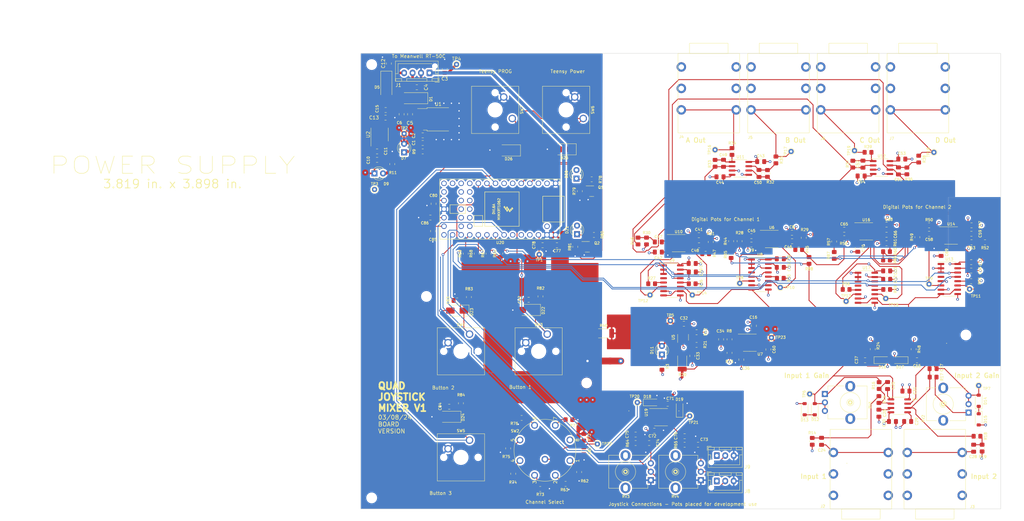
<source format=kicad_pcb>
(kicad_pcb (version 20221018) (generator pcbnew)
  (layers (0 "F.Cu" signal) (1 "In1.Cu" signal) (2 "In2.Cu" signal) (31 "B.Cu" signal) (34 "B.Paste" user) (35 "F.Paste" user) (36 "B.SilkS" user "B.Silkscreen") (37 "F.SilkS" user "F.Silkscreen") (38 "B.Mask" user) (39 "F.Mask" user) (44 "Edge.Cuts" user))
  (net 0 "")
  (net 1 "Earth")
  (net 2 "+12V")
  (net 3 "-12V")
  (net 4 "+5V")
  (net 5 "+15V")
  (net 6 "-15V")
  (net 8 "GND")
  (net 10 "Net-(D9-A)")
  (net 11 "Net-(C24-Pad1)")
  (net 12 "Net-(C24-Pad2)")
  (net 13 "Net-(U4A--)")
  (net 14 "/Audio Input/Channel1_Input")
  (net 15 "Net-(U4A-+)")
  (net 16 "Net-(U4B--)")
  (net 17 "/Audio Input/Channel2_Input")
  (net 18 "Net-(C28-Pad1)")
  (net 19 "Net-(C28-Pad2)")
  (net 20 "Net-(U4B-+)")
  (net 21 "VCC")
  (net 22 "Net-(U5-VIN)")
  (net 23 "Net-(D16-K)")
  (net 24 "+3.3V")
  (net 25 "Net-(U6A--)")
  (net 26 "Net-(C45-Pad2)")
  (net 27 "Net-(U6B--)")
  (net 28 "Net-(C46-Pad2)")
  (net 29 "Net-(U10A--)")
  (net 30 "Net-(C47-Pad2)")
  (net 31 "Net-(U10B--)")
  (net 32 "Net-(C48-Pad2)")
  (net 33 "/Audio Output/A")
  (net 34 "Net-(C49-Pad2)")
  (net 35 "/Audio Output/B")
  (net 36 "Net-(C50-Pad2)")
  (net 37 "/Audio Output/D")
  (net 38 "Net-(C51-Pad2)")
  (net 39 "/Audio Output/C")
  (net 40 "Net-(C52-Pad2)")
  (net 41 "Net-(D17-K)")
  (net 42 "Net-(U14A--)")
  (net 43 "Net-(C58-Pad2)")
  (net 44 "Net-(U14B--)")
  (net 45 "Net-(C59-Pad2)")
  (net 46 "Net-(U16A--)")
  (net 47 "Net-(C65-Pad2)")
  (net 48 "Net-(U16B--)")
  (net 49 "Net-(C66-Pad2)")
  (net 50 "Net-(U19A-+)")
  (net 51 "Net-(U19B-+)")
  (net 52 "/Teensy/Channel Selection")
  (net 53 "/Teensy/Button_1")
  (net 54 "/Teensy/Button_2")
  (net 55 "/Teensy/Button_3")
  (net 56 "/Teensy/POWER")
  (net 57 "/Teensy/PROGRAM")
  (net 58 "Net-(D5-A)")
  (net 59 "Net-(D7-K)")
  (net 60 "Net-(D11-K)")
  (net 61 "Net-(D12-K)")
  (net 62 "Net-(D14-K)")
  (net 63 "/Teensy/AB_Control")
  (net 64 "/Teensy/CD_Control")
  (net 65 "Net-(D20-K)")
  (net 66 "Net-(D21-K)")
  (net 73 "Net-(J4-PadT)")
  (net 76 "Net-(J5-PadT)")
  (net 79 "Net-(J6-PadT)")
  (net 82 "Net-(J7-PadT)")
  (net 83 "/Teensy/LED_1")
  (net 84 "Net-(Q1-D)")
  (net 85 "/Teensy/LED_2")
  (net 86 "Net-(Q2-D)")
  (net 87 "Net-(U7A-+)")
  (net 88 "Net-(R16-Pad2)")
  (net 89 "Net-(R17-Pad2)")
  (net 90 "Net-(U5-nSHDN)")
  (net 91 "Net-(U5-PGOOD)")
  (net 92 "VDD")
  (net 93 "Net-(U8-nCE)")
  (net 94 "Net-(U9-nCE)")
  (net 95 "Net-(U9-A0)")
  (net 96 "Net-(U13-nCE)")
  (net 97 "Net-(U17-A0)")
  (net 98 "Net-(U17-nCE)")
  (net 99 "Net-(R62-Pad1)")
  (net 100 "Net-(R63-Pad1)")
  (net 101 "Net-(J8-Pin_2)")
  (net 102 "Net-(J9-Pin_2)")
  (net 103 "/SCL0")
  (net 104 "/SDA0")
  (net 105 "/SDA1")
  (net 106 "/SCL1")
  (net 109 "Net-(R73-Pad1)")
  (net 110 "Net-(R74-Pad1)")
  (net 111 "Net-(R75-Pad1)")
  (net 112 "Net-(R76-Pad1)")
  (net 113 "Net-(R77-Pad1)")
  (net 115 "Net-(U6A-+)")
  (net 116 "Net-(U13-W0)")
  (net 117 "Net-(U6B-+)")
  (net 118 "Net-(U13-W1)")
  (net 119 "Net-(U10A-+)")
  (net 120 "Net-(U16A-+)")
  (net 121 "Net-(U10B-+)")
  (net 122 "Net-(U16B-+)")
  (net 149 "Net-(D1-K)")
  (footprint "TestPoint:TestPoint_THTPad_D1.5mm_Drill0.7mm" (layer "F.Cu") (at 235.1 58.95)
    (fp_text reference "TP4")
    (fp_text value "TestPoint")
  )
  (footprint "Package_TO_SOT_SMD:SOT-23-5_HandSoldering" (layer "F.Cu") (at 302.11875 139.68985 90)
    (fp_text reference "U5")
    (fp_text value "MCP1755T-5002E/OT")
  )
  (footprint "Capacitor_SMD:C_0805_2012Metric_Pad1.18x1.45mm_HandSolder" (layer "F.Cu") (at 293.61375 167.32625)
    (fp_text reference "C72")
    (fp_text value "0.1uF")
  )
  (footprint "TestPoint:TestPoint_THTPad_D1.5mm_Drill0.7mm" (layer "F.Cu") (at 311.58875 84.21125 90)
    (fp_text reference "TP16")
    (fp_text value "TestPoint")
  )
  (footprint "Capacitor_SMD:C_0805_2012Metric_Pad1.18x1.45mm_HandSolder" (layer "F.Cu") (at 306.55125 171.46125 180)
    (fp_text reference "C73")
    (fp_text value "0.1uF")
  )
  (footprint "Resistor_SMD:R_0805_2012Metric_Pad1.20x1.40mm_HandSolder" (layer "F.Cu") (at 270.25125 112.91125 90)
    (fp_text reference "R81")
    (fp_text value "10k")
  )
  (footprint "Capacitor_SMD:C_0805_2012Metric_Pad1.18x1.45mm_HandSolder" (layer "F.Cu") (at 378.45125 114.57625 -90)
    (fp_text reference "C69")
    (fp_text value "0.1uF")
  )
  (footprint "TestPoint:TestPoint_THTPad_D1.5mm_Drill0.7mm" (layer "F.Cu") (at 352.83875 84.46125 90)
    (fp_text reference "TP19")
    (fp_text value "TestPoint")
  )
  (footprint "Capacitor_SMD:C_0805_2012Metric_Pad1.18x1.45mm_HandSolder" (layer "F.Cu") (at 297.57625 159.32625 180)
    (fp_text reference "C71")
    (fp_text value "0.1uF")
  )
  (footprint "Resistor_SMD:R_0805_2012Metric_Pad1.20x1.40mm_HandSolder" (layer "F.Cu") (at 268.36775 164.05165)
    (fp_text reference "R77")
    (fp_text value "71.5k")
  )
  (footprint "Capacitor_SMD:C_0805_2012Metric_Pad1.18x1.45mm_HandSolder" (layer "F.Cu") (at 355.33875 88.46125 90)
    (fp_text reference "C52")
    (fp_text value "330pF")
  )
  (footprint "Eyewool Connectors:NMJ6HCD" (layer "F.Cu") (at 309.72875 55.70985 90)
    (fp_text reference "J4")
    (fp_text value "NMJ6HCD")
  )
  (footprint "Capacitor_SMD:C_0805_2012Metric_Pad1.18x1.45mm_HandSolder" (layer "F.Cu") (at 231.6 60.4125 90)
    (fp_text reference "C3")
    (fp_text value "1uF")
  )
  (footprint "Diode_SMD:D_SOD-123" (layer "F.Cu") (at 341.08875 160.96125 90)
    (fp_text reference "D12")
    (fp_text value "MMSZ5222BT1G")
  )
  (footprint "Capacitor_SMD:C_0805_2012Metric_Pad1.18x1.45mm_HandSolder" (layer "F.Cu") (at 362.62375 153.96125 -90)
    (fp_text reference "C25")
    (fp_text value "10pF")
  )
  (footprint "Resistor_SMD:R_0805_2012Metric_Pad1.20x1.40mm_HandSolder" (layer "F.Cu") (at 291.30125 111.2 -90)
    (fp_text reference "R30")
    (fp_text value "100k")
  )
  (footprint "Capacitor_SMD:C_0805_2012Metric_Pad1.18x1.45mm_HandSolder" (layer "F.Cu") (at 354.80125 91.96125 180)
    (fp_text reference "C54")
    (fp_text value "0.1uF")
  )
  (footprint "LED_THT:LED_D3.0mm_FlatTop" (layer "F.Cu") (at 295.86875 144.78985 90)
    (fp_text reference "D11")
    (fp_text value "LED")
  )
  (footprint "Resistor_SMD:R_0805_2012Metric_Pad1.20x1.40mm_HandSolder" (layer "F.Cu") (at 306.11875 141.93985)
    (fp_text reference "R21")
    (fp_text value "10k")
  )
  (footprint "Capacitor_SMD:C_0805_2012Metric_Pad1.18x1.45mm_HandSolder" (layer "F.Cu") (at 368.56375 164.59625 180)
    (fp_text reference "C29")
    (fp_text value "10uF")
  )
  (footprint "Diode_SMD:D_SMA" (layer "F.Cu") (at 256.44 131.595 180)
    (fp_text reference "D22")
    (fp_text value "SMAJ5.0A")
  )
  (footprint "Eyewool Connectors:NMJ6HCD" (layer "F.Cu") (at 376.58875 190.46265 -90)
    (fp_text reference "J3")
    (fp_text value "NMJ6HCD")
  )
  (footprint "Package_SO:SOIC-8_3.9x4.9mm_P1.27mm" (layer "F.Cu") (at 295.61375 163.32625)
    (fp_text reference "U19")
    (fp_text value "TL072")
  )
  (footprint "LED_THT:LED_D3.0mm_FlatTop" (layer "F.Cu") (at 219.6 84.975 90)
    (fp_text reference "D7")
    (fp_text value "LED")
  )
  (footprint "Connector_JST:JST_XH_B4B-XH-AM_1x04_P2.50mm_Vertical" (layer "F.Cu") (at 227.1 61.475 180)
    (fp_text reference "J1")
    (fp_text value "XH-B4B-XH")
  )
  (footprint "LED_THT:LED_D3.0mm_FlatTop" (layer "F.Cu") (at 270.75125 109.18625 90)
    (fp_text reference "D21")
    (fp_text value "LED")
  )
  (footprint "Resistor_SMD:R_0805_2012Metric_Pad1.20x1.40mm_HandSolder" (layer "F.Cu") (at 360.06375 158.09625 -90)
    (fp_text reference "R15")
    (fp_text value "4.7k")
  )
  (footprint "Resistor_SMD:R_0805_2012Metric_Pad1.20x1.40mm_HandSolder" (layer "F.Cu") (at 370.32375 143.21125 -90)
    (fp_text reference "R48")
    (fp_text value "100k")
  )
  (footprint "Capacitor_SMD:C_0805_2012Metric_Pad1.18x1.45mm_HandSolder" (layer "F.Cu") (at 304.86375 120.34625)
    (fp_text reference "C39")
    (fp_text value "0.1uF")
  )
  (footprint "Resistor_SMD:R_0805_2012Metric_Pad1.20x1.40mm_HandSolder" (layer "F.Cu") (at 267.36775 183.05165)
    (fp_text reference "R63")
    (fp_text value "3.32k")
  )
  (footprint "Capacitor_SMD:C_0805_2012Metric_Pad1.18x1.45mm_HandSolder" (layer "F.Cu") (at 228.310057 100.18423 -90)
    (fp_text reference "C80")
    (fp_text value "0.1uF")
  )
  (footprint "Resistor_SMD:R_0805_2012Metric_Pad1.20x1.40mm_HandSolder" (layer "F.Cu") (at 306.11875 138.18985 180)
    (fp_text reference "R22")
    (fp_text value "10k")
  )
  (footprint "Button_Switch_Keyboard:SW_Cherry_MX_1.00u_PCB" (layer "F.Cu") (at 272.6 74.95 -90)
    (fp_text reference "SW6")
    (fp_text value "Cherry MX")
  )
  (footprint "Eyewool Connectors:NMJ6HCD" (layer "F.Cu") (at 330.34875 55.70985 90)
    (fp_text reference "J5")
    (fp_text value "NMJ6HCD")
  )
  (footprint "Eyewool Pots:StomboxParts_9MM" (layer "F.Cu") (at 379.08875 159.46125 90)
    (fp_text reference "RV2")
    (fp_text value "500kA")
  )
  (footprint "Resistor_SMD:R_0805_2012Metric_Pad1.20x1.40mm_HandSolder" (layer "F.Cu") (at 390.58875 172.46125 -90)
    (fp_text reference "R19")
    (fp_text value "100k")
  )
  (footprint "Resistor_SMD:R_0805_2012Metric_Pad1.20x1.40mm_HandSolder" (layer "F.Cu") (at 387.45125 111.57625 180)
    (fp_text reference "R53")
    (fp_text value "100k")
  )
  (footprint "Capacitor_SMD:C_0805_2012Metric_Pad1.18x1.45mm_HandSolder" (layer "F.Cu") (at 334.37625 111.25125)
    (fp_text reference "C46")
    (fp_text value "1uF")
  )
  (footprint "Package_TO_SOT_SMD:TO-252-2" (layer "F.Cu") (at 229.69 75.2)
    (fp_text reference "U1")
    (fp_text value "L78M12ACDT-TR")
  )
  (footprint "Button_Switch_Keyboard:SW_Cherry_MX_1.00u_PCB" (layer "F.Cu") (at 261.94 138.75)
    (fp_text reference "SW3")
    (fp_text value "Cherry MX")
  )
  (footprint "Resistor_SMD:R_0805_2012Metric_Pad1.20x1.40mm_HandSolder" (layer "F.Cu") (at 387.36375 123.07625)
    (fp_text reference "R51")
    (fp_text value "10k")
  )
  (footprint "Resistor_SMD:R_0805_2012Metric_Pad1.20x1.40mm_HandSolder" (layer "F.Cu") (at 315.86875 144.28985 -90)
    (fp_text reference "R23")
    (fp_text value "20k")
  )
  (footprint "Diode_SMD:D_SMA_Handsoldering" (layer "F.Cu") (at 214.35 65.45 -90)
    (fp_text reference "D5")
    (fp_text value "B350")
  )
  (footprint "TestPoint:TestPoint_THTPad_D1.5mm_Drill0.7mm" (layer "F.Cu") (at 350.36375 129.03625)
    (fp_text reference "TP13")
    (fp_text value "TestPoint")
  )
  (footprint "Diode_SMD:D_SOD-123" (layer "F.Cu") (at 301.08875 160.96125 90)
    (fp_text reference "D19")
    (fp_text value "DDZ9684-7")
  )
  (footprint "Capacitor_SMD:C_0805_2012Metric_Pad1.18x1.45mm_HandSolder" (layer "F.Cu") (at 272.75875 173.26265 -90)
    (fp_text reference "C81")
    (fp_text value "0.1uF")
  )
  (footprint "Capacitor_SMD:C_0805_2012Metric_Pad1.18x1.45mm_HandSolder" (layer "F.Cu") (at 334.33875 108.75125)
    (fp_text reference "C8")
    (fp_text value "0.1uF")
  )
  (footprint "Resistor_SMD:R_0805_2012Metric_Pad1.20x1.40mm_HandSolder" (layer "F.Cu") (at 236.41 159.205 90)
    (fp_text reference "R84")
    (fp_text value "10k")
  )
  (footprint "Resistor_SMD:R_0805_2012Metric_Pad1.20x1.40mm_HandSolder" (layer "F.Cu") (at 362.36375 125.53625)
    (fp_text reference "R59")
    (fp_text value "10k")
  )
  (footprint "Resistor_SMD:R_0805_2012Metric_Pad1.20x1.40mm_HandSolder" (layer "F.Cu") (at 248.060057 114.93423 90)
    (fp_text reference "R66")
    (fp_text value "4.7k")
  )
  (footprint "MountingHole:MountingHole_2.7mm_M2.5" (layer "F.Cu") (at 392.8 59)
    (fp_text reference "REF**" hide)
    (fp_text value "MountingHole_2.7mm_M2.5")
  )
  (footprint "Package_SO:SOIC-8_3.9x4.9mm_P1.27mm" (layer "F.Cu") (at 212.35 79.7 90)
    (fp_text reference "U2")
    (fp_text value "MC79L12ABDG")
  )
  (footprint "Capacitor_SMD:C_0805_2012Metric_Pad1.18x1.45mm_HandSolder" (layer "F.Cu") (at 211.6 84.7)
    (fp_text reference "C11")
    (fp_text value "0.1uF")
  )
  (footprint "Capacitor_SMD:C_0805_2012Metric_Pad1.18x1.45mm_HandSolder" (layer "F.Cu") (at 322.33875 112.25125 180)
    (fp_text reference "C9")
    (fp_text value "0.1uF")
  )
  (footprint "Resistor_SMD:R_0805_2012Metric_Pad1.20x1.40mm_HandSolder" (layer "F.Cu") (at 374.91375 106.57625)
    (fp_text reference "R50")
    (fp_text value "100k")
  )
  (footprint "Capacitor_SMD:C_0805_2012Metric_Pad1.18x1.45mm_HandSolder" (layer "F.Cu") (at 362.36375 122.53625)
    (fp_text reference "C62")
    (fp_text value "0.1uF")
  )
  (footprint "Resistor_SMD:R_0805_2012Metric_Pad1.20x1.40mm_HandSolder" (layer "F.Cu") (at 376.08875 151.46125)
    (fp_text reference "R17")
    (fp_text value "470")
  )
  (footprint "Button_Switch_Keyboard:SW_Cherry_MX_1.00u_PCB" (layer "F.Cu") (at 238.95 138.75)
    (fp_text reference "SW4")
    (fp_text value "Cherry MX")
  )
  (footprint "Capacitor_SMD:C_0805_2012Metric_Pad1.18x1.45mm_HandSolder" (layer "F.Cu") (at 306.80125 109.48125)
    (fp_text reference "C41")
    (fp_text value "0.1uF")
  )
  (footprint "Eyewool Connectors:NMJ6HCD" (layer "F.Cu") (at 350.96875 55.70985 90)
    (fp_text reference "J6")
    (fp_text value "NMJ6HCD")
  )
  (footprint "Capacitor_SMD:C_0805_2012Metric_Pad1.18x1.45mm_HandSolder" (layer "F.Cu") (at 223.35 65.7)
    (fp_text reference "C4")
    (fp_text value "1uF")
  )
  (footprint "Resistor_SMD:R_0805_2012Metric_Pad1.20x1.40mm_HandSolder" (layer "F.Cu") (at 259.86775 184.55165)
    (fp_text reference "R73")
    (fp_text value "6.04k")
  )
  (footprint "Package_SO:SOIC-8_3.9x4.9mm_P1.27mm" (layer "F.Cu") (at 356.31375 108.34625)
    (fp_text reference "U16")
    (fp_text value "TL072")
  )
  (footprint "Resistor_SMD:R_0805_2012Metric_Pad1.20x1.40mm_HandSolder" (layer "F.Cu") (at 288.08875 170.96125 180)
    (fp_text reference "R64")
    (fp_text value "100")
  )
  (footprint "Resistor_SMD:R_0805_2012Metric_Pad1.20x1.40mm_HandSolder" (layer "F.Cu") (at 225.1 84.7)
    (fp_text reference "R9")
    (fp_text value "10k")
  )
  (footprint "Connector_JST:JST_XH_B3B-XH-AM_1x03_P2.50mm_Vertical" (layer "F.Cu") (at 312.1 174.675)
    (fp_text reference "J9")
    (fp_text value "XH-A")
  )
  (footprint "Capacitor_SMD:C_0805_2012Metric_Pad1.18x1.45mm_HandSolder" (layer "F.Cu") (at 304.86875 145.18985 -90)
    (fp_text reference "C33")
    (fp_text value "1uF")
  )
  (footprint "Capacitor_SMD:C_0805_2012Metric_Pad1.18x1.45mm_HandSolder" (layer "F.Cu") (at 362.31375 109.34625)
    (fp_text reference "C66")
    (fp_text value "1uF")
  )
  (footprint "Capacitor_SMD:C_0805_2012Metric_Pad1.18x1.45mm_HandSolder" (layer "F.Cu") (at 211.6 87.2)
    (fp_text reference "C10")
    (fp_text value "10uF")
  )
  (footprint "MountingHole:MountingHole_2.7mm_M2.5" (layer "F.Cu") (at 288.4 100.2)
    (fp_text reference "REF**" hide)
    (fp_text value "MountingHole_2.7mm_M2.5")
  )
  (footprint "MountingHole:MountingHole_2.7mm_M2.5" (layer "F.Cu") (at 273.6 153.2)
    (fp_text reference "REF**" hide)
    (fp_text value "MountingHole_2.7mm_M2.5")
  )
  (footprint "Resistor_SMD:R_0805_2012Metric_Pad1.20x1.40mm_HandSolder" (layer "F.Cu") (at 352.33875 88.46125 -90)
    (fp_text reference "R37")
    (fp_text value "20k")
  )
  (footprint "Capacitor_SMD:C_0805_2012Metric_Pad1.18x1.45mm_HandSolder" (layer "F.Cu") (at 387.45125 106.57625)
    (fp_text reference "C67")
    (fp_text value "0.1uF")
  )
  (footprint "Capacitor_SMD:C_0805_2012Metric_Pad1.18x1.45mm_HandSolder" (layer "F.Cu") (at 294.80125 114.48125 180)
    (fp_text reference "C42")
    (fp_text value "0.1uF")
  )
  (footprint "Capacitor_SMD:C_0805_2012Metric_Pad1.18x1.45mm_HandSolder" (layer "F.Cu") (at 260.560057 112.43423)
    (fp_text reference "C78")
    (fp_text value "0.1uF")
  )
  (footprint "Diode_SMD:D_SOD-123" (layer "F.Cu") (at 360.97375 146.46125)
    (fp_text reference "D16")
    (fp_text value "BZT52C4V7-13-F")
  )
  (footprint "Eyewool Switches:Stompbox 1P8T Rotary" (layer "F.Cu") (at 261.25875 173.11265 90)
    (fp_text reference "SW2")
    (fp_text value "Stompbox 1P8T Rotary")
  )
  (footprint "Diode_SMD:D_SOD-123" (layer "F.Cu") (at 366.32375 146.46125 180)
    (fp_text reference "D17")
    (fp_text value "BZT52C4V7-13-F")
  )
  (footprint "Package_SO:SOIC-16_3.9x9.9mm_P1.27mm" (layer "F.Cu") (at 298.82625 122.84625)
    (fp_text reference "U9")
    (fp_text value "DS1881Z-050+")
  )
  (footprint "Diode_SMD:D_SOD-123" (layer "F.Cu") (at 292.73875 158.96125)
    (fp_text reference "D18")
    (fp_text value "DDZ9684-7")
  )
  (footprint "Diode_SMD:D_SMA" (layer "F.Cu") (at 250.52 84.41 180)
    (fp_text reference "D26")
    (fp_text value "SMAJ5.0A")
  )
  (footprint "Package_SO:SOIC-8_3.9x4.9mm_P1.27mm" (layer "F.Cu") (at 328.36375 110.61625)
    (fp_text reference "U6")
    (fp_text value "TL072")
  )
  (footprint "Capacitor_SMD:C_0805_2012Metric_Pad1.18x1.45mm_HandSolder" (layer "F.Cu") (at 306.83875 112.48125)
    (fp_text reference "C48")
    (fp_text value "1uF")
  )
  (footprint "Package_SO:SOIC-16_3.9x9.9mm_P1.27mm" (layer "F.Cu") (at 356.36375 125.03625)
    (fp_text reference "U17")
    (fp_text value "DS1881Z-050+")
  )
  (footprint "Capacitor_SMD:C_0805_2012Metric_Pad1.18x1.45mm_HandSolder" (layer "F.Cu") (at 323.08875 136.28985 90)
    (fp_text reference "C16")
    (fp_text value "0.1uF")
  )
  (footprint "Capacitor_SMD:C_0805_2012Metric_Pad1.18x1.45mm_HandSolder" (layer "F.Cu") (at 214.1375 72.45)
    (fp_text reference "C15")
    (fp_text value "1uF")
  )
  (footprint "Resistor_SMD:R_0805_2012Metric_Pad1.20x1.40mm_HandSolder" (layer "F.Cu") (at 318.83875 111.25125 -90)
    (fp_text reference "R28")
    (fp_text value "100k")
  )
  (footprint "Resistor_SMD:R_0805_2012Metric_Pad1.20x1.40mm_HandSolder" (layer "F.Cu") (at 346.83875 115.46125 90)
    (fp_text reference "R87")
    (fp_text value "DNA")
  )
  (footprint "Capacitor_SMD:C_0805_2012Metric_Pad1.18x1.45mm_HandSolder" (layer "F.Cu") (at 256.44 128.595 180)
    (fp_text reference "C82")
    (fp_text value "0.1uF")
  )
  (footprint "Resistor_SMD:R_0805_2012Metric_Pad1.20x1.40mm_HandSolder" (layer "F.Cu") (at 254.36775 163.55165 180)
    (fp_text reference "R76")
    (fp_text value "30.1k")
  )
  (footprint "Capacitor_SMD:C_0805_2012Metric_Pad1.18x1.45mm_HandSolder" (layer "F.Cu") (at 355.97375 146.46125)
    (fp_text reference "C37")
    (fp_text value "1uF")
  )
  (footprint "Resistor_SMD:R_0805_2012Metric_Pad1.20x1.40mm_HandSolder" (layer "F.Cu") (at 241.060057 114.93423 90)
    (fp_text reference "R68")
    (fp_text value "4.7k")
  )
  (footprint "Diode_SMD:D_SMA" (layer "F.Cu") (at 232.91 163.205 180)
    (fp_text reference "D24")
    (fp_text value "SMAJ5.0A")
  )
  (footprint "Resistor_SMD:R_0805_2012Metric_Pad1.20x1.40mm_HandSolder" (layer "F.Cu") (at 271.36775 179.55165 -90)
    (fp_text reference "R62")
    (fp_text value "1.43k")
  )
  (footprint "Resistor_SMD:R_0805_2012Metric_Pad1.20x1.40mm_HandSolder" (layer "F.Cu") (at 259.94 127.595 90)
    (fp_text reference "R82")
    (fp_text value "10k")
  )
  (footprint "TestPoint:TestPoint_THTPad_D1.5mm_Drill0.7mm" (layer "F.Cu") (at 298.36875 134.78985)
    (fp_text reference "TP5")
    (fp_text value "TestPoint")
  )
  (footprint "Capacitor_SMD:C_0805_2012Metric_Pad1.18x1.45mm_HandSolder" (layer "F.Cu") (at 365.83875 90.46125 90)
    (fp_text reference "C51")
    (fp_text value "330pF")
  )
  (footprint "Capacitor_SMD:C_0805_2012Metric_Pad1.18x1.45mm_HandSolder" (layer "F.Cu") (at 360.06375 162.13375 -90)
    (fp_text reference "C26")
    (fp_text value "10uF")
  )
  (footprint "TestPoint:TestPoint_THTPad_D1.5mm_Drill0.7mm" (layer "F.Cu") (at 210.85 95.95)
    (fp_text reference "TP3")
    (fp_text value "TestPoint")
  )
  (footprint "Eyewool Pots:StomboxParts_9MM" (layer "F.Cu") (at 351.58875 158.96125 -90)
    (fp_text reference "RV1")
    (fp_text value "500kA")
  )
  (footprint "TestPoint:TestPoint_THTPad_D1.5mm_Drill0.7mm" (layer "F.Cu") (at 376.33875 84.96125 90)
    (fp_text reference "TP18")
    (fp_text value "TestPoint")
  )
  (footprint "Eyewool Pots:StomboxParts_9MM" (layer "F.Cu") (at 299.88875 179.46125 90)
    (fp_text reference "RV4")
    (fp_text value "10k-B")
  )
  (footprint "Diode_SMD:D_SMA" (layer "F.Cu") (at 267.02 84.08 180)
    (fp_text reference "D25")
    (fp_text value "SMAJ5.0A")
  )
  (footprint "TestPoint:TestPoint_THTPad_D1.5mm_Drill0.7mm" (layer "F.Cu") (at 304.08875 162.96125 90)
    (fp_text reference "TP21")
    (fp_text value "TestPoint")
  )
  (footprint "TestPoint:TestPoint_THTPad_D1.5mm_Drill0.7mm" (layer "F.Cu") (at 259.560057 115.18423 180)
    (fp_text reference "TP1")
    (fp_text value "TestPoint")
  )
  (footprint "MountingHole:MountingHole_2.7mm_M2.5" (layer "F.Cu") (at 331 187.2)
    (fp_text reference "REF**" hide)
    (fp_text value "MountingHole_2.7mm_M2.5")
  )
  (footprint "Resistor_SMD:R_0805_2012Metric_Pad1.20x1.40mm_HandSolder" (layer "F.Cu") (at 339.38875 116.94125 90)
    (fp_text reference "R88")
    (fp_text value "DNA")
  )
  (footprint "Capacitor_SMD:C_0805_2012Metric_Pad1.18x1.45mm_HandSolder" (layer "F.Cu") (at 319.36875 146.28985 -90)
    (fp_text reference "C36")
    (fp_text value "0.1uF")
  )
  (footprint "Capacitor_SMD:C_0805_2012Metric_Pad1.18x1.45mm_HandSolder" (layer "F.Cu") (at 374.91375 109.07625 180)
    (fp_text reference "C58")
    (fp_text value "1uF")
  )
  (footprint "Capacitor_SMD:C_0805_2012Metric_Pad1.18x1.45mm_HandSolder" (layer "F.Cu") (at 322.33875 109.75125 180)
    (fp_text reference "C45")
    (fp_text value "1uF")
  )
  (footprint "Resistor_SMD:R_0805_2012Metric_Pad1.20x1.40mm_HandSolder" (layer "F.Cu") (at 356.83875 84.96125)
    (fp_text reference "R39")
    (fp_text value "1k")
  )
  (footprint "Package_SO:SOIC-8_3.9x4.9mm_P1.27mm" (layer "F.Cu") (at 360.83875 89.46125)
    (fp_text reference "U12")
    (fp_text value "TL072")
  )
  (footprint "Capacitor_SMD:C_0805_2012Metric_Pad1.18x1.45mm_HandSolder" (layer "F.Cu") (at 376.08875 148.96125)
    (fp_text reference "C27")
    (fp_text value "10pF")
  )
  (footprint "Button_Switch_Keyboard:SW_Cherry_MX_1.00u_PCB" (layer "F.Cu") (at 251.6 74.95 -90)
    (fp_text reference "SW7")
    (fp_text value "Cherry MX")
  )
  (footprint "TestPoint:TestPoint_THTPad_D1.5mm_Drill0.7mm" (layer "F.Cu") (at 339.58875 156.46125 90)
    (fp_text reference "TP6")
    (fp_text value "TestPoint")
  )
  (footprint "MountingHole:MountingHole_2.7mm_M2.5" (layer "F.Cu") (at 385.8 139)
    (fp_text reference "REF**" hide)
    (fp_text value "MountingHole_2.7mm_M2.5")
  )
  (footprint "Resistor_SMD:R_0805_2012Metric_Pad1.20x1.40mm_HandSolder" (layer "F.Cu") (at 315.86875 140.28985 -90)
    (fp_text reference "R8")
    (fp_text value "20k")
  )
  (footprint "Eyewool Mechanicals:Meanwell RT-50C" (layer "F.Cu") (at 148.6 105.2 -90)
    (fp_text reference "REF**" hide)
    (fp_text value "Meanwell RT-50C")
  )
  (footprint "Resistor_SMD:R_0805_2012Metric_Pad1.20x1.40mm_HandSolder" (layer "F.Cu") (at 329.58875 87.21125 -90)
    (fp_text reference "R35")
    (fp_text value "1k")
  )
  (footprint "Resistor_SMD:R_0805_2012Metric_Pad1.20x1.40mm_HandSolder" (layer "F.Cu") (at 272.75875 169.26265 -90)
    (fp_text reference "R72")
    (fp_text value "10k")
  )
  (footprint "Capacitor_SMD:C_0805_2012Metric_Pad1.18x1.45mm_HandSolder" (layer "F.Cu") (at 304.82625 117.84625)
    (fp_text reference "C40")
    (fp_text value "0.1uF")
  )
  (footprint "Resistor_SMD:R_0805_2012Metric_Pad1.20x1.40mm_HandSolder" (layer "F.Cu") (at 316.33875 115.21125 90)
    (fp_text reference "R85")
    (fp_text value "DNA")
  )
  (footprint "Package_SO:SOIC-16_3.9x9.9mm_P1.27mm" (layer "F.Cu") (at 324.86375 121.11625)
    (fp_text reference "U8")
    (fp_text value "DS1881Z-050+")
  )
  (footprint "Resistor_SMD:R_0805_2012Metric_Pad1.20x1.40mm_HandSolder" (layer "F.Cu") (at 362.31375 111.84625 180)
    (fp_text reference "R61")
    (fp_text value "100k")
  )
  (footprint "TestPoint:TestPoint_THTPad_D1.5mm_Drill0.7mm" (layer "F.Cu") (at 374.88875 123.94125)
    (fp_text reference "TP9")
    (fp_text value "TestPoint")
  )
  (footprint "Capacitor_SMD:C_0805_2012Metric_Pad1.18x1.45mm_HandSolder" (layer "F.Cu") (at 366.83875 86.96125)
    (fp_text reference "C53")
    (fp_text value "0.1uF")
  )
  (footprint "Package_SO:SOIC-8_3.9x4.9mm_P1.27mm" (layer "F.Cu") (at 321.86875 141.28985)
    (fp_text reference "U7")
    (fp_text value "TL072")
  )
  (footprint "TestPoint:TestPoint_THTPad_D1.5mm_Drill0.7mm" (layer "F.Cu") (at 334.08875 84.71125 90)
    (fp_text reference "TP17")
    (fp_text value "TestPoint")
  )
  (footprint "Resistor_SMD:R_0805_2012Metric_Pad1.20x1.40mm_HandSolder" (layer "F.Cu") (at 304.82625 123.84625)
    (fp_text reference "R26")
    (fp_text value "10k")
  )
  (footprint "TestPoint:TestPoint_THTPad_D1.5mm_Drill0.7mm" (layer "F.Cu") (at 219.6 79.45)
    (fp_text reference "TP2")
    (fp_text value "TestPoint")
  )
  (footprint "Capacitor_SMD:C_0805_2012Metric_Pad1.18x1.45mm_HandSolder" (layer "F.Cu") (at 314.08875 88.21125 90)
    (fp_text reference "C49")
    (fp_text value "330pF")
  )
  (footprint "Resistor_SMD:R_0805_2012Metric_Pad1.20x1.40mm_HandSolder" (layer "F.Cu") (at 316.58875 84.71125 -90)
    (fp_text reference "R34")
    (fp_text value "1k")
  )
  (footprint "Resistor_SMD:R_0805_2012Metric_Pad1.20x1.40mm_HandSolder" (layer "F.Cu") (at 362.31375 114.34625)
    (fp_text reference "R60")
    (fp_text value "10k")
  )
  (footprint "Capacitor_SMD:C_0805_2012Metric_Pad1.18x1.45mm_HandSolder" (layer "F.Cu") (at 225.1 79.95)
    (fp_text reference "C2")
    (fp_text value "0.1uF")
  )
  (footprint "Resistor_SMD:R_0805_2012Metric_Pad1.20x1.40mm_HandSolder" (layer "F.Cu") (at 316.33875 111.25125 90)
    (fp_text reference "R44")
    (fp_text value "10k")
  )
  (footprint "Diode_SMD:D_SMA_Handsoldering" (layer "F.Cu") (at 222.1 68.95 180)
    (fp_text reference "D1")
    (fp_text value "B350")
  )
  (footprint "Package_TO_SOT_SMD:SOT-23" (layer "F.Cu") (at 275.08875 96.46125)
    (fp_text reference "Q1")
    (fp_text value "2N7002")
  )
  (footprint "Resistor_SMD:R_0805_2012Metric_Pad1.20x1.40mm_HandSolder" (layer "F.Cu") (at 368.33875 90.46125 -90)
    (fp_text reference "R36")
    (fp_text value "20k")
  )
  (footprint "Resistor_SMD:R_0805_2012Metric_Pad1.20x1.40mm_HandSolder" (layer "F.Cu") (at 251.86775 180.05165 -90)
    (fp_text reference "R74")
    (fp_text value "10k")
  )
  (footprint "MountingHole:MountingHole_2.7mm_M2.5" (layer "F.Cu") (at 210 59)
    (fp_text reference "REF**" hide)
    (fp_text value "MountingHole_2.7mm_M2.5")
  )
  (footprint "Capacitor_SMD:C_0805_2012Metric_Pad1.18x1.45mm_HandSolder" (layer "F.Cu") (at 343.08875 170.46125 90)
    (fp_text reference "C24")
    (fp_text value "1uF")
  )
  (footprint "Resistor_SMD:R_0805_2012Metric_Pad1.20x1.40mm_HandSolder" (layer "F.Cu") (at 295.86875 148.28985 -90)
    (fp_text reference "R3")
    (fp_text value "3k")
  )
  (footprint "Resistor_SMD:R_0805_2012Metric_Pad1.20x1.40mm_HandSolder" (layer "F.Cu") (at 358.22375 143.21125 -90)
    (fp_text reference "R24")
    (fp_text value "100k")
  )
  (footprint "Package_SO:SOIC-16_3.9x9.9mm_P1.27mm" (layer "F.Cu") (at 380.88875 122.44125)
    (fp_text reference "U13")
    (fp_text value "DS1881Z-050+")
  )
  (footprint "TestPoint:TestPoint_THTPad_D1.5mm_Drill0.7mm" (layer "F.Cu") (at 276.75875 171.26265)
    (fp_text reference "TP22")
    (fp_text value "TestPoint")
  )
  (footprint "MountingHole:MountingHole_2.7mm_M2.5" (layer "F.Cu") (at 288.6 59)
    (fp_text reference "REF**" hide)
    (fp_text value "MountingHole_2.7mm_M2.5")
  )
  (footprint "Resistor_SMD:R_0805_2012Metric_Pad1.20x1.40mm_HandSolder" (layer "F.Cu") (at 238.775 127.79 90)
    (fp_text reference "R83")
    (fp_text value "10k")
  )
  (footprint "Resistor_SMD:R_0805_2012Metric_Pad1.20x1.40mm_HandSolder" (layer "F.Cu") (at 302.58875 171.46125 180)
    (fp_text reference "R65")
    (fp_text value "100")
  )
  (footprint "Resistor_SMD:R_2010_5025Metric_Pad1.40x2.65mm_HandSolder" (layer "F.Cu") (at 278.6 138.51485)
    (fp_text reference "R40")
    (fp_text value "DNA")
  )
  (footprint "Resistor_SMD:R_0805_2012Metric_Pad1.20x1.40mm_HandSolder" (layer "F.Cu") (at 350.36375 125.53625)
    (fp_text reference "R56")
    (fp_text value "10k")
  )
  (footprint "Capacitor_SMD:C_0805_2012Metric_Pad1.18x1.45mm_HandSolder" (layer "F.Cu") (at 388.08875 172.49875 90)
    (fp_text reference "C28")
    (fp_text value "1uF")
  )
  (footprint "Connector_JST:JST_XH_B3B-XH-AM_1x03_P2.50mm_Vertical" (layer "F.Cu") (at 312.1 182.2)
    (fp_text reference "J8")
    (fp_text value "XH-A")
  )
  (footprint "Resistor_SMD:R_0805_2012Metric_Pad1.20x1.40mm_HandSolder" (layer "F.Cu") (at 216.1 88.45 90)
    (fp_text reference "R11")
    (fp_text value "10k")
  )
  (footprint "Capacitor_SMD:C_0805_2012Metric_Pad1.18x1.45mm_HandSolder" (layer "F.Cu") (at 235.275 128.79 180)
    (fp_text reference "C83")
    (fp_text value "0.1uF")
  )
  (footprint "Resistor_SMD:R_0805_2012Metric_Pad1.20x1.40mm_HandSolder" (layer "F.Cu") (at 349.81375 110.34625)
    (fp_text reference "R58")
    (fp_text value "100k")
  )
  (footprint "Capacitor_SMD:C_0805_2012Metric_Pad1.18x1.45mm_HandSolder" (layer "F.Cu") (at 288.08875 168.46125)
    (fp_text reference "C75")
    (fp_text value "10uF")
  )
  (footprint "Diode_SMD:D_SOD-123" (layer "F.Cu") (at 338.08875 160.96125 90)
    (fp_text reference "D13")
    (fp_text value "MMSZ5222BT1G")
  )
  (footprint "TestPoint:TestPoint_THTPad_D1.5mm_Drill0.7mm" (layer "F.Cu") (at 304.85125 127.17125)
    (fp_text reference "TP14")
    (fp_text value "TestPoint")
  )
  (footprint "Capacitor_SMD:C_0805_2012Metric_Pad1.18x1.45mm_HandSolder" (layer "F.Cu") (at 215.1 58.7 90)
    (fp_text reference "C12")
    (fp_text value "1uF")
  )
  (footprint "Capacitor_SMD:C_0805_2012Metric_Pad1.18x1.45mm_HandSolder" (layer "F.Cu") (at 371.32375 146.46125 180)
    (fp_text reference "C55")
    (fp_text value "1uF")
  )
  (footprint "Capacitor_SMD:C_0805_2012Metric_Pad1.18x1.45mm_HandSolder" (layer "F.Cu") (at 218.85 73.7 -90)
    (fp_text reference "C6")
    (fp_text value "1uF")
  )
  (footprint "Resistor_SMD:R_0805_2012Metric_Pad1.20x1.40mm_HandSolder" (layer "F.Cu") (at 271.58875 96.46125 90)
    (fp_text reference "R79")
    (fp_text value "10k")
  )
  (footprint "Capacitor_SMD:C_0805_2012Metric_Pad1.18x1.45mm_HandSolder" (layer "F.Cu") (at 292.08875 170.96125 180)
    (fp_text reference "C74")
    (fp_text value "0.1uF")
  )
  (footprint "Capacitor_SMD:C_0805_2012Metric_Pad1.18x1.45mm_HandSolder" (layer "F.Cu") (at 225.1 82.2)
    (fp_text reference "C1")
    (fp_text value "10uF")
  )
  (footprint "Resistor_SMD:R_0805_2012Metric_Pad1.20x1.40mm_HandSolder" (layer "F.Cu") (at 292.82625 123.84625)
    (fp_text reference "R27")
    (fp_text value "10k")
  )
  (footprint "Resistor_SMD:R_0805_2012Metric_Pad1.20x1.40mm_HandSolder" (layer "F.Cu") (at 327.08875 91.21125 -90)
    (fp_text reference "R32")
    (fp_text value "20k")
  )
  (footprint "Resistor_SMD:R_0805_2012Metric_Pad1.20x1.40mm_HandSolder" (layer "F.Cu") (at 346.81375 111.34625 90)
    (fp_text reference "R57")
    (fp_text value "10k")
  )
  (footprint "Capacitor_SMD:C_0805_2012Metric_Pad1.18x1.45mm_HandSolder" (layer "F.Cu") (at 313.05125 92.21125 180)
    (fp_text reference "C44")
    (fp_text value "0.1uF")
  )
  (footprint "Eyewool Pots:StomboxParts_9MM" (layer "F.Cu") (at 285.08875 179.46125 90)
    (fp_text reference "RV3")
    (fp_text value "10k-B")
  )
  (footprint "Capacitor_SMD:C_0805_2012Metric_Pad1.18x1.45mm_HandSolder" (layer "F.Cu") (at 387.36375 117.44125)
    (fp_text reference "C57")
    (fp_text value "0.1uF")
  )
  (footprint "MountingHole:MountingHole_2.7mm_M2.5" (layer "F.Cu") (at 392.8 187.2)
    (fp_text reference "REF**" hide)
    (fp_text value "MountingHole_2.7mm_M2.5")
  )
  (footprint "Resistor_SMD:R_0805_2012Metric_Pad1.20x1.40mm_HandSolder" (layer "F.Cu") (at 389.08875 168.96125 180)
    (fp_text reference "R18")
    (fp_text value "4.7k")
  )
  (footprint "Package_SO:SOIC-8_3.9x4.9mm_P1.27mm" (layer "F.Cu") (at 300.82625 111.84625)
    (fp_text reference "U10")
    (fp_text value "TL072")
  )
  (footprint "Resistor_SMD:R_0805_2012Metric_Pad1.20x1.40mm_HandSolder" (layer "F.Cu") (at 371.45125 110.07625 90)
    (fp_text reference "R49")
    (fp_text value "10k")
  )
  (footprint "Resistor_SMD:R_0805_2012Metric_Pad1.20x1.40mm_HandSolder" (layer "F.Cu") (at 337.83875 110.25125 90)
    (fp_text reference "R29")
    (fp_text value "100k")
  )
  (footprint "TestPoint:TestPoint_THTPad_D1.5mm_Drill0.7mm" (layer "F.Cu") (at 389.58875 153.96125 90)
    (fp_text reference "TP7")
    (fp_text value "TestPoint")
  )
  (footprint "TestPoint:TestPoint_THTPad_D1.5mm_Drill0.7mm" (layer "F.Cu") (at 362.08875 128.21125)
    (fp_text reference "TP15")
    (fp_text value "TestPoint")
  )
  (footprint "Capacitor_SMD:C_0805_2012Metric_Pad1.18x1.45mm_HandSolder" (layer "F.Cu") (at 313.36875 140.28985 -90)
    (fp_text reference "C34")
    (fp_text value "0.1uF")
  )
  (footprint "Capacitor_SMD:C_0805_2012Metric_Pad1.18x1.45mm_HandSolder" (layer "F.Cu") (at 387.36375 119.94125)
    (fp_text reference "C56")
    (fp_text value "0.1uF")
  )
  (footprint "Capacitor_SMD:C_0805_2012Metric_Pad1.18x1.45mm_HandSolder" (layer "F.Cu") (at 330.88875 116.48125)
    (fp_text reference "C38")
    (fp_text value "0.1uF")
  )
  (footprint "Capacitor_SMD:C_0805_2012Metric_Pad1.18x1.45mm_HandSolder" (layer "F.Cu") (at 302.36875 135.68985)
    (fp_text reference "C32")
    (fp_text value "1uF")
  )
  (footprint "Button_Switch_Keyboard:SW_Cherry_MX_1.00u_PCB" (layer "F.Cu") (at 238.95 170.125)
    (fp_text reference "SW5")
    (fp_text value "Cherry MX")
  )
  (footprint "TestPoint:TestPoint_THTPad_D1.5mm_Drill0.7mm" (layer "F.Cu") (at 328.26875 139.78985)
    (fp_text reference "TP23")
    (fp_text value "TestPoint")
  )
  (footprint "Capacitor_SMD:C_0805_2012Metric_Pad1.18x1.45mm_HandSolder" (layer "F.Cu") (at 324.58875 91.21125 90)
    (fp_text reference "C50")
    (fp_text value "330pF")
  )
  (footprint "Capacitor_SMD:C_0805_2012Metric_Pad1.18x1.45mm_HandSolder" (layer "F.Cu") (at 264.810057 112.43423 180)
    (fp_text reference "C77")
    (fp_text value "0.1uF")
  )
  (footprint "Eyewool Connectors:NMJ6HCD" (layer "F.Cu") (at 371.58875 55.70985 90)
    (fp_text reference "J7")
    (fp_text value "NMJ6HCD")
  )
  (footprint "NetTie:NetTie-2_SMD_Pad2.0mm" (layer "F.Cu") (at 278.6 146.7)
    (fp_text reference "NT1" hide)
    (fp_text value "NetTie_2" hide)
  )
  (footprint "Capacitor_SMD:C_0805_2012Metric_Pad1.18x1.45mm_HandSolder" (layer "F.Cu") (at 362.31375 106.34625)
    (fp_text reference "C68")
    (fp_text value "0.1uF")
  )
  (footprint "TestPoint:TestPoint_THTPad_D1.5mm_Drill0.7mm" (layer "F.Cu") (at 292.35125 127.17125)
    (fp_text reference "TP12")
    (fp_text value "TestPoint")
  )
  (footprint "Capacitor_SMD:C_0805_2012Metric_Pad1.18x1.45mm_HandSolder" (layer "F.Cu") (at 353.81375 113.34625 -90)
    (fp_text reference "C70")
    (fp_text value "0.1uF")
  )
  (footprint "Resistor_SMD:R_0805_2012Metric_Pad1.20x1.40mm_HandSolder" (layer "F.Cu") (at 371.83875 86.96125 -90)
    (fp_text reference "R38")
    (fp_text value "1k")
  )
  (footprint "LED_THT:LED_D3.0mm_FlatTop" (layer "F.Cu") (at 210.825 91.2)
    (fp_text reference "D9")
    (fp_text value "LED")
  )
  (footprint "Capacitor_SMD:C_0805_2012Metric_Pad1.18x1.45mm_HandSolder" (layer "F.Cu") (at 227.36625 104.26265 180)
    (fp_text reference "C86")
    (fp_text value "0.1uF")
  )
  (footprint "Eyewool Connectors:NMJ6HCD" (layer "F.Cu") (at 354.72375 190.46265 -90)
    (fp_text reference "J2")
    (fp_text value "NMJ6HCD")
  )
  (footprint "Capacitor_SMD:C_0805_2012Metric_Pad1.18x1.45mm_HandSolder" (layer "F.Cu") (at 349.81375 107.84625 180)
    (fp_text reference "C65")
    (fp_text value "1uF")
  )
  (footprint "Capacitor_SMD:C_0805_2012Metric_Pad1.18x1.45mm_HandSolder" (layer "F.Cu") (at 214.1 74.7)
    (fp_text reference "C13")
    (fp_text value "0.1uF")
  )
  (footprint "Resistor_SMD:R_2010_5025Metric_Pad1.40x2.65mm_HandSolder" (layer "F.Cu") (at 301.86875 146.68985 -90)
    (fp_text reference "R20")
    (fp_text value "4.7R")
  )
  (footprint "Resistor_SMD:R_0805_2012Metric_Pad1.20x1.40mm_HandSolder" (layer "F.Cu") (at 391.45125 111.57625 180)
    (fp_text reference "R52")
    (fp_text value "10k")
  )
  (footprint "Capacitor_SMD:C_0805_2012Metric_Pad1.18x1.45mm_HandSolder" (layer "F.Cu") (at 364.06375 164.59625)
    (fp_text reference "C30")
    (fp_text value "0.1uF")
  )
  (footprint "Resistor_SMD:R_0805_2012Metric_Pad1.20x1.40mm_HandSolder" (layer "F.Cu") (at 275.75125 109.41125 180)
    (fp_text reference "R80")
    (fp_text value "200")
  )
  (footprint "Capacitor_SMD:C_0805_2012Metric_Pad1.18x1.45mm_HandSolder" (layer "F.Cu") (at 232.9475 160.205 180)
    (fp_text reference "C84")
    (fp_text value "0.1uF")
  )
  (footprint "Resistor_SMD:R_0805_2012Metric_Pad1.20x1.40mm_HandSolder" (layer "F.Cu") (at 336.33875 113.75125 180)
    (fp_text reference "R45")
    (fp_text value "10k")
  )
  (footprint "Package_SO:SOIC-8_3.9x4.9mm_P1.27mm" (layer "F.Cu") (at 366.08875 159.96125)
    (fp_text reference "U4")
    (fp_text value "TL072")
  )
  (footprint "Resistor_SMD:R_0805_2012Metric_Pad1.20x1.40mm_HandSolder" (layer "F.Cu") (at 311.58875 88.21125 -90)
    (fp_text reference "R33")
    (fp_text value "20k")
  )
  (footprint "Resistor_SMD:R_0805_2012Metric_Pad1.20x1.40mm_HandSolder" (layer "F.Cu") (at 250.36775 172.55165 -90)
    (fp_text reference "R75")
    (fp_text value "16.5k")
  )
  (footprint "TestPoint:TestPoint_THTPad_D1.5mm_Drill0.7mm" (layer "F.Cu") (at 330.88875 124.94125)
    (fp_text reference "TP10")
    (fp_text value "TestPoint")
  )
  (footprint "Resistor_SMD:R_0805_2012Metric_Pad1.20x1.40mm_HandSolder" (layer "F.Cu") (at 275.08875 92.96125 180)
    (fp_text reference "R78")
    (fp_text value "200")
  )
  (footprint "Resistor_SMD:R_0805_2012Metric_Pad1.20x1.40mm_HandSolder" (layer "F.Cu") (at 237.810057 114.93423 90)
    (fp_text reference "R69")
    (fp_text value "4.7k")
  )
  (footprint "Capacitor_SMD:C_0805_2012Metric_Pad1.18x1.45mm_HandSolder" (layer "F.Cu") (at 294.80125 111.48125 180)
    (fp_text reference "C47")
    (fp_text value "1uF")
  )
  (footprint "Resistor_SMD:R_0805_2012Metric_Pad1.20x1.40mm_HandSolder" (layer "F.Cu") (at 310.30125 111.48125 90)
    (fp_text reference "R31")
    (fp_text value "100k")
  )
  (footprint "Resistor_SMD:R_0805_2012Metric_Pad1.20x1.40mm_HandSolder" (layer "F.Cu") (at 330.88875 122.21125)
    (fp_text reference "R25")
    (fp_text value "10k")
  )
  (footprint "Diode_SMD:D_SMA" (layer "F.Cu") (at 235.275 131.79 180)
    (fp_text reference "D23")
    (fp_text value "SMAJ5.0A")
  )
  (footprint "Package_SO:SOIC-8_3.9x4.9mm_P1.27mm" (layer "F.Cu") (at 381.41375 109.57625)
    (fp_text reference "U14")
    (fp_text value "TL072")
  )
  (footprint "TestPoint:TestPoint_THTPad_D1.5mm_Drill0.7mm" (layer "F.Cu") (at 386.88875 125.44125)
    (fp_text reference "TP11")
    (fp_text value "TestPoint")
  )
  (footprint "Diode_SMD:D_SOD-123" (layer "F.Cu") (at 389.58875 163.96125 -90)
    (fp_text reference "D15")
    (fp_text value "MMSZ5222BT1G")
  )
  (footprint "Resistor_SMD:R_0805_2012Metric_Pad1.20x1.40mm_HandSolder" (layer "F.Cu") (at 340.33875 170.46125 -90)
    (fp_text reference "R14")
    (fp_text value "100k")
  )
  (footprint "Diode_SMD:D_SOD-123" (layer "F.Cu") (at 389.58875 158.46125 90)
    (fp_text reference "D14")
    (fp_text value "MMSZ5222BT1G")
  )
  (footprint "Package_TO_SOT_SMD:SOT-23" (layer "F.Cu") (at 273.81375 112.91125)
    (fp_text reference "Q2")
    (fp_text value "2N7002")
  )
  (footprint "Resistor_SMD:R_0805_2012Metric_Pad1.20x1.40mm_HandSolder" (layer "F.Cu") (at 308.80125 114.98125 180)
    (fp_text reference "R47")
    (fp_text value "10k")
  )
  (footprint "TestPoint:TestPoint_THTPad_D1.5mm_Drill0.7mm" (layer "F.Cu") (at 318.88875 123.71125)
    (fp_text reference "TP8")
    (fp_text value "TestPoint")
  )
  (footprint "teensy:Teensy40" (layer "F.Cu") (at 247.90375 101.76265 180)
    (fp_text reference "U20")
    (fp_text value "Teensy4.0")
  )
  (footprint "TestPoint:TestPoint_THTPad_D1.5mm_Drill0.7mm" (layer "F.Cu") (at 288.58875 158.96125 90)
    (fp_text reference "TP20")
    (fp_text value "TestPoint")
  )
  (footprint "Resistor_SMD:R_0805_2012Metric_Pad1.20x1.40mm_HandSolder" (layer "F.Cu") (at 288.80125 111.2 90)
    (fp_text reference "R46")
    (fp_text value "10k")
  )
  (footprint "LED_THT:LED_D3.0mm_FlatTop" (layer "F.Cu") (at 270.58875 92.73625 90)
    (fp_text reference "D20")
    (fp_text value "LED")
  )
  (footprint "Capacitor_SMD:C_0805_2012Metric_Pad1.18x1.45mm_HandSolder" (layer "F.Cu") (at 327.36875 143.28985 -90)
    (fp_text reference "C60")
    (fp_text value "0.1uF")
  )
  (footprint "Resistor_SMD:R_0805_2012Metric_Pad1.20x1.40mm_HandSolder" (layer "F.Cu") (at 244.560057 114.93423 90)
    (fp_text reference "R67")
    (fp_text value "4.7k")
  )
  (footprint "Resistor_SMD:R_0805_2012Metric_Pad1.20x1.40mm_HandSolder" (layer "F.Cu") (at 362.31375 116.84625 180)
    (fp_text reference "R86")
    (fp_text value "DNA")
  )
  (footprint "Capacitor_SMD:C_0805_2012Metric_Pad1.18x1.45mm_HandSolder" (layer "F.Cu") (at 325.08875 87.71125)
    (fp_text reference "C43")
    (fp_text value "0.1uF")
  )
  (footprint "Capacitor_SMD:C_0805_2012Metric_Pad1.18x1.45mm_HandSolder" (layer "F.Cu") (at 228.15375 108.26265 -90)
    (fp_text reference "C85")
    (fp_text value "0.1uF")
  )
  (footprint "Resistor_SMD:R_0805_2012Metric_Pad1.20x1.40mm_HandSolder" (layer "F.Cu") (at 360.12375 153.96125 90)
    (fp_text reference "R16")
    (fp_text value "470")
  )
  (footprint "Capacitor_SMD:C_0805_2012Metric_Pad1.18x1.45mm_HandSolder" (layer "F.Cu") (at 221.35 73.7 -90)
    (fp_text reference "C5")
    (fp_text value "0.1uF")
  )
  (footprint "Capacitor_SMD:C_0805_2012Metric_Pad1.18x1.45mm_HandSolder" (layer "F.Cu") (at 368.06375 155.59625 180)
    (fp_text reference "C31")
    (fp_text value "0.1uF")
  )
  (footprint "Capacitor_SMD:C_0805_2012Metric_Pad1.18x1.45mm_HandSolder" (layer "F.Cu") (at 362.36375 120.03625)
    (fp_text reference "C63")
    (fp_text value "0.1uF")
  )
  (footprint "Capacitor_SMD:C_0805_2012Metric_Pad1.18x1.45mm_HandSolder" (layer "F.Cu") (at 302.58875 168.96125)
    (fp_text reference "C76")
    (fp_text value "10uF")
  )
  (footprint "MountingHole:MountingHole_2.7mm_M2.5" (layer "F.Cu") (at 226.2 127.6)
    (fp_text reference "REF**" hide)
    (fp_text value "MountingHole_2.7mm_M2.5")
  )
  (footprint "Capacitor_SMD:C_0805_2012Metric_Pad1.18x1.45mm_HandSolder" (layer "F.Cu") (at 330.88875 118.98125)
    (fp_text reference "C35")
    (fp_text value "0.1uF")
  )
  (footprint "Capacitor_SMD:C_0805_2012Metric_Pad1.18x1.45mm_HandSolder" (layer "F.Cu") (at 387.41375 109.07625)
    (fp_text reference "C59")
    (fp_text value "1uF")
  )
  (footprint "Package_SO:SOIC-8_3.9x4.9mm_P1.27mm" (layer "F.Cu") (at 319.08875 89.71125)
    (fp_text reference "U11")
    (fp_text value "TL072")
  )
  (footprint "MountingHole:MountingHole_2.7mm_M2.5" (layer "F.Cu") (at 210 187.2)
    (fp_text reference "REF**" hide)
    (fp_text value "MountingHole_2.7mm_M2.5")
  )
  (gr_rect (start 206.776167 55.71125) (end 396.08875 190.46125) (stroke (width 0.1)) (fill none) (layer "Edge.Cuts"))
  (gr_text "Button 1" (at 250.6 155) (layer "F.SilkS") (effects (font (size 1 1)) (justify left bottom)))
  (gr_text "POWER SUPPLY" (at 114.4 91.8) (layer "F.SilkS") (effects (font (size 5.08 6.35)) (justify left bottom)))
  (gr_text "D Out" (at 376.6 82.2) (layer "F.SilkS") (effects (font (size 1.397 1.397) (thickness 0.254) bold) (justify left bottom)))
  (gr_text "Joystick Connections - Pots placed for development use" (at 280 189.625) (layer "F.SilkS") (effects (font (size 1 1)) (justify left bottom)))
  (gr_text "QUAD\nJOYSTICK\nMIXER V1" (at 211.6 161.8) (layer "F.SilkS") (effects (font (size 2.032 2.032) (thickness 0.508) bold) (justify left bottom)))
  (gr_text "Input 1 Gain" (at 331.875 151.825) (layer "F.SilkS") (effects (font (size 1.397 1.397) (thickness 0.254) bold) (justify left bottom)))
  (gr_text "Button 3" (at 227 186.4) (layer "F.SilkS") (effects (font (size 1 1)) (justify left bottom)))
  (gr_text "B Out" (at 332.2 82.2) (layer "F.SilkS") (effects (font (size 1.397 1.397) (thickness 0.254) bold) (justify left bottom)))
  (gr_text "Teensy PROG" (at 241.6 61.6) (layer "F.SilkS") (effects (font (size 1 1)) (justify left bottom)))
  (gr_text "Input 2 Gain" (at 382.25 151.825) (layer "F.SilkS") (effects (font (size 1.397 1.397) (thickness 0.254) bold) (justify left bottom)))
  (gr_text "Input 2" (at 387.125 181.675) (layer "F.SilkS") (effects (font (size 1.397 1.397) (thickness 0.254) bold) (justify left bottom)))
  (gr_text "Digital Pots for Channel 2" (at 361.15 101.725) (layer "F.SilkS") (effects (font (size 1 1)) (justify left bottom)))
  (gr_text "Digital Pots for Channel 1" (at 304.5 105.375) (layer "F.SilkS") (effects (font (size 1 1)) (justify left bottom)))
  (gr_text "3.819 in. x 3.898 in." (at 130.4 95.8) (layer "F.SilkS") (effects (font (size 2.54 2.54) (thickness 0.254)) (justify left bottom)))
  (gr_text "C Out" (at 354.2 82.2) (layer "F.SilkS") (effects (font (size 1.397 1.397) (thickness 0.254) bold) (justify left bottom)))
  (gr_text "Teensy Power" (at 262.8 61.6) (layer "F.SilkS") (effects (font (size 1 1)) (justify left bottom)))
  (gr_text "A Out" (at 302.8 82.2) (layer "F.SilkS") (effects (font (size 1.397 1.397) (thickness 0.254) bold) (justify left bottom)))
  (gr_text "Input 1" (at 336.725 181.675) (layer "F.SilkS") (effects (font (size 1.397 1.397) (thickness 0.254) bold) (justify left bottom)))
  (gr_text "03/08/24\nBOARD\nVERSION" (at 211.8 168.2) (layer "F.SilkS") (effects (font (size 1.27 1.27) (thickness 0.1778)) (justify left bottom)))
  (gr_text "Channel Select" (at 255.4 189) (layer "F.SilkS") (effects (font (size 1 1)) (justify left bottom)))
  (gr_text "Button 2" (at 227.8 155.2) (layer "F.SilkS") (effects (font (size 1 1)) (justify left bottom)))
  (gr_text "To Meanwell RT-50C" (at 215.875 57.125) (layer "F.SilkS") (effects (font (size 1 1)) (justify left bottom)))
  (segment (start 303.62625 168.96125) (end 305.83875 168.96125) (width 0.25) (layer "F.Cu") (net 1))
  (segment (start 216.1 87.45) (end 216.1 84.7) (width 0.762) (layer "F.Cu") (net 1))
  (segment (start 269.36775 164.05165) (end 270.99835 164.05165) (width 0.25) (layer "F.Cu") (net 1))
  (segment (start 268.36775 184.68225) (end 268.33875 184.71125) (width 0.25) (layer "F.Cu") (net 1))
  (segment (start 276.6 146.7) (end 273.85 146.7) (width 2) (layer "F.Cu") (net 1))
  (segment (start 251.79 131.595) (end 251.75 131.635) (width 0.25) (layer "F.Cu") (net 1))
  (segment (start 268.36775 183.05165) (end 268.36775 184.68225) (width 0.25) (layer "F.Cu") (net 1))
  (segment (start 270.25125 115.60735) (end 270.19875 115.65985) (width 0.25) (layer "F.Cu") (net 1))
  (segment (start 251.86775 181.05165) (end 251.86775 182.68225) (width 0.25) (layer "F.Cu") (net 1))
  (segment (start 255.4025 128.595) (end 253.29 128.595) (width 0.25) (layer "F.Cu") (net 1))
  (segment (start 234.6 126.9) (end 234.6 128.4275) (width 0.25) (layer "F.Cu") (net 1))
  (segment (start 251.86775 182.68225) (end 251.83875 182.71125) (width 0.25) (layer "F.Cu") (net 1))
  (segment (start 233.275 131.79) (end 230.375 131.79) (width 0.25) (layer "F.Cu") (net 1))
  (segment (start 226.87173 101.22173) (end 226.35 100.7) (width 0.25) (layer "F.Cu") (net 1))
  (segment (start 305.51375 171.46125) (end 305.51375 173.63625) (width 0.25) (layer "F.Cu") (net 1))
  (segment (start 272.75875 174.30015) (end 272.75875 175.88125) (width 0.25) (layer "F.Cu") (net 1))
  (segment (start 224.6 65.4875) (end 224.3875 65.7) (width 0.762) (layer "F.Cu") (net 1))
  (segment (start 231.6 59.375) (end 231.6 57.45) (width 1.143) (layer "F.Cu") (net 1))
  (segment (start 216.8875 74.7375) (end 216.85 74.7) (width 0.762) (layer "F.Cu") (net 1))
  (segment (start 248.24835 173.55165) (end 248.08875 173.71125) (width 0.25) (layer "F.Cu") (net 1))
  (segment (start 294.38875 158.96125) (end 294.38875 156.91125) (width 0.25) (layer "F.Cu") (net 1))
  (segment (start 272.87625 113.86125) (end 272.87625 115.33735) (width 0.25) (layer "F.Cu") (net 1))
  (segment (start 226.32875 104.26265) (end 223.89015 104.26265) (width 0.25) (layer "F.Cu") (net 1))
  (segment (start 303.23875 159.31125) (end 303.33875 159.21125) (width 0.25) (layer "F.Cu") (net 1))
  (segment (start 214.0625 57.6625) (end 215.1 57.6625) (width 1.143) (layer "F.Cu") (net 1))
  (segment (start 254.44 131.595) (end 251.79 131.595) (width 0.25) (layer "F.Cu") (net 1))
  (segment (start 215.1375 74.7) (end 216.85 74.7) (width 0.762) (layer "F.Cu") (net 1))
  (segment (start 291.05125 170.96125) (end 291.05125 173.67375) (width 0.25) (layer "F.Cu") (net 1))
  (segment (start 274.15125 98.84485) (end 274.03625 98.95985) (width 0.25) (layer "F.Cu") (net 1))
  (segment (start 265.02 84.08) (end 262.01 84.08) (width 0.25) (layer "F.Cu") (net 1))
  (segment (start 271.36775 180.55165) (end 271.36775 182.18225) (width 0.25) (layer "F.Cu") (net 1))
  (segment (start 296.53875 159.32625) (end 296.53875 157.76125) (width 0.25) (layer "F.Cu") (net 1))
  (segment (start 215.1375 76.7375) (end 215.1375 74.7) (width 0.762) (layer "F.Cu") (net 1))
  (segment (start 213.2 56.8) (end 214.0625 57.6625) (width 1.143) (layer "F.Cu") (net 1))
  (segment (start 289.12625 168.46125) (end 290.83875 168.46125) (width 0.25) (layer "F.Cu") (net 1))
  (segment (start 214.65 77.225) (end 215.1375 76.7375) (width 0.762) (layer "F.Cu") (net 1))
  (segment (start 301.08875 159.31125) (end 303.23875 159.31125) (width 0.25) (layer "F.Cu") (net 1))
  (segment (start 263.772557 112.43423) (end 263.772557 114.145057) (width 0.25) (layer "F.Cu") (net 1))
  (segment (start 294.65125 167.32625) (end 296.22375 167.32625) (width 0.25) (layer "F.Cu") (net 1))
  (segment (start 228.15375 109.30015) (end 228.15375 111.39625) (width 0.25) (layer "F.Cu") (net 1))
  (segment (start 305.51375 173.63625) (end 305.58875 173.71125) (width 0.25) (layer "F.Cu") (net 1))
  (segment (start 228.15375 111.39625) (end 228.08875 111.46125) (width 0.25) (layer "F.Cu") (net 1))
  (segment (start 261.597557 112.43423) (end 261.597557 114.202443) (width 0.25) (layer "F.Cu") (net 1))
  (segment (start 296.22375 167.32625) (end 296.33875 167.21125) (width 0.25) (layer "F.Cu") (net 1))
  (segment (start 221.35 74.7375) (end 218.85 74.7375) (width 0.762) (layer "F.Cu") (net 1))
  (segment (start 250.36775 173.55165) (end 248.24835 173.55165) (width 0.25) (layer "F.Cu") (net 1))
  (segment (start 214.255 77.225) (end 214.65 77.225) (width 0.762) (layer "F.Cu") (net 1))
  (segment (start 260.86775 184.55165) (end 262.49835 184.55165) (width 0.25) (layer "F.Cu") (net 1))
  (segment (start 291.05125 173.67375) (end 291.08875 173.71125) (width 0.25) (layer "F.Cu") (net 1))
  (segment (start 231.91 160.205) (end 230.33 160.205) (width 0.25) (layer "F.Cu") (net 1))
  (segment (start 272.75875 175.88125) (end 272.83875 175.96125) (width 0.25) (layer "F.Cu") (net 1))
  (segment (start 248.52 84.41) (end 245.09 84.41) (width 0.25) (layer "F.Cu") (net 1))
  (segment (start 245.09 84.41) (end 244.98 84.3) (width 0.25) (layer "F.Cu") (net 1))
  (segment (start 274.15125 97.41125) (end 274.15125 98.84485) (width 0.25) (layer "F.Cu") (net 1))
  (segment (start 218.85 74.7375) (end 216.8875 74.7375) (width 0.762) (layer "F.Cu") (net 1))
  (segment (start 224.6 61.475) (end 224.6 65.4875) (width 0.762) (layer "F.Cu") (net 1))
  (segment (start 271.58875 97.46125) (end 271.58875 99.15735) (width 0.25) (layer "F.Cu") (net 1))
  (segment (start 262.49835 184.55165) (end 262.58875 184.46125) (width 0.25) (layer "F.Cu") (net 1))
  (segment (start 253.36775 163.55165) (end 253.36775 165.43225) (width 0.25) (layer "F.Cu") (net 1))
  (segment (start 262.01 84.08) (end 261.98 84.05) (width 0.25) (layer "F.Cu") (net 1))
  (segment (start 212.6375 84.7) (end 212.6375 87.2) (width 0.762) (layer "F.Cu") (net 1))
  (segment (start 212.6375 84.7) (end 216.1 84.7) (width 0.762) (layer "F.Cu") (net 1))
  (segment (start 230.91 163.205) (end 227.83 163.205) (width 0.25) (layer "F.Cu") (net 1))
  (segment (start 228.310057 101.22173) (end 226.87173 101.22173) (width 0.25) (layer "F.Cu") (net 1))
  (segment (start 296.53875 157.76125) (end 296.6 157.7) (width 0.25) (layer "F.Cu") (net 1))
  (segment (start 270.25125 113.91125) (end 270.25125 115.60735) (width 0.25) (layer "F.Cu") (net 1))
  (segment (start 215.175 72.45) (end 215.175 74.6625) (width 0.762) (layer "F.Cu") (net 1))
  (via (at 231.35 70.45) (size 0.8) (drill 0.4) (layers "F.Cu" "B.Cu") (net 1))
  (via (at 253.36775 165.43225) (size 0.8) (drill 0.4) (layers "F.Cu" "B.Cu") (net 1))
  (via (at 223.89015 104.26265) (size 0.8) (drill 0.4) (layers "F.Cu" "B.Cu") (net 1))
  (via (at 263.772557 114.145057) (size 0.8) (drill 0.4) (layers "F.Cu" "B.Cu") (net 1))
  (via (at 251.83875 182.71125) (size 0.8) (drill 0.4) (layers "F.Cu" "B.Cu") (net 1))
  (via (at 231.6 57.45) (size 0.8) (drill 0.4) (layers "F.Cu" "B.Cu") (net 1))
  (via (at 235.85 70.45) (size 0.8) (drill 0.4) (layers "F.Cu" "B.Cu") (net 1))
  (via (at 231.35 81.2) (size 0.8) (drill 0.4) (layers "F.Cu" "B.Cu") (net 1))
  (via (at 296.6 157.7) (size 0.8) (drill 0.4) (layers "F.Cu" "B.Cu") (net 1))
  (via (at 274.03625 98.95985) (size 0.8) (drill 0.4) (layers "F.Cu" "B.Cu") (net 1))
  (via (at 227.83 163.205) (size 0.8) (drill 0.4) (layers "F.Cu" "B.Cu") (net 1))
  (via (at 216.1 84.7) (size 0.8) (drill 0.4) (layers "F.Cu" "B.Cu") (net 1))
  (via (at 248.08875 173.71125) (size 0.8) (drill 0.4) (layers "F.Cu" "B.Cu") (net 1))
  (via (at 233.6 81.2) (size 0.8) (drill 0.4) (layers "F.Cu" "B.Cu") (net 1))
  (via (at 233.6 70.45) (size 0.8) (drill 0.4) (layers "F.Cu" "B.Cu") (net 1))
  (via (at 290.83875 168.46125) (size 0.8) (drill 0.4) (layers "F.Cu" "B.Cu") (net 1))
  (via (at 229.1 81.2) (size 0.8) (drill 0.4) (layers "F.Cu" "B.Cu") (net 1))
  (via (at 230.33 160.205) (size 0.8) (drill 0.4) (layers "F.Cu" "B.Cu") (net 1))
  (via (at 230.375 131.79) (size 0.8) (drill 0.4) (layers "F.Cu" "B.Cu") (net 1))
  (via (at 272.83875 175.96125) (size 0.8) (drill 0.4) (layers "F.Cu" "B.Cu") (net 1))
  (via (at 270.19875 115.65985) (size 0.8) (drill 0.4) (layers "F.Cu" "B.Cu") (net 1))
  (via (at 235.85 79.2) (size 0.8) (drill 0.4) (layers "F.Cu" "B.Cu") (net 1))
  (via (at 294.38875 156.91125) (size 0.8) (drill 0.4) (layers "F.Cu" "B.Cu") (net 1))
  (via (at 272.87625 115.33735) (size 0.8) (drill 0.4) (layers "F.Cu" "B.Cu") (net 1))
  (via (at 228.08875 111.46125) (size 0.8) (drill 0.4) (layers "F.Cu" "B.Cu") (net 1))
  (via (at 262.58875 184.46125) (size 0.8) (drill 0.4) (layers "F.Cu" "B.Cu") (net 1))
  (via (at 268.33875 184.71125) (size 0.8) (drill 0.4) (layers "F.Cu" "B.Cu") (net 1))
  (via (at 253.29 128.595) (size 0.8) (drill 0.4) (layers "F.Cu" "B.Cu") (net 1))
  (via (at 244.98 84.3) (size 0.8) (drill 0.4) (layers "F.Cu" "B.Cu") (net 1))
  (via (at 235.85 77.2) (size 0.8) (drill 0.4) (layers "F.Cu" "B.Cu") (net 1))
  (via (at 235.85 81.2) (size 0.8) (drill 0.4) (layers "F.Cu" "B.Cu") (net 1))
  (via (at 270.99835 164.05165) (size 0.8) (drill 0.4) (layers "F.Cu" "B.Cu") (net 1))
  (via (at 271.58875 99.15735) (size 0.8) (drill 0.4) (layers "F.Cu" "B.Cu") (net 1))
  (via (at 261.98 84.05) (size 0.8) (drill 0.4) (layers "F.Cu" "B.Cu") (net 1))
  (via (at 271.36775 182.18225) (size 0.8) (drill 0.4) (layers "F.Cu" "B.Cu") (net 1))
  (via (at 235.85 74.95) (size 0.8) (drill 0.4) (layers "F.Cu" "B.Cu") (net 1))
  (via (at 296.33875 167.21125) (size 0.8) (drill 0.4) (layers "F.Cu" "B.Cu") (net 1))
  (via (at 226.35 100.7) (size 0.8) (drill 0.4) (layers "F.Cu" "B.Cu") (net 1))
  (via (at 273.85 146.7) (size 1.5) (drill 0.7) (layers "F.Cu" "B.Cu") (net 1))
  (via (at 251.75 131.635) (size 0.8) (drill 0.4) (layers "F.Cu" "B.Cu") (net 1))
  (via (at 261.597557 114.202443) (size 0.8) (drill 0.4) (layers "F.Cu" "B.Cu") (net 1))
  (via (at 235.85 72.7) (size 0.8) (drill 0.4) (layers "F.Cu" "B.Cu") (net 1))
  (via (at 305.58875 173.71125) (size 0.8) (drill 0.4) (layers "F.Cu" "B.Cu") (net 1))
  (via (at 291.08875 173.71125) (size 0.8) (drill 0.4) (layers "F.Cu" "B.Cu") (net 1))
  (via (at 216.85 74.7) (size 0.8) (drill 0.4) (layers "F.Cu" "B.Cu") (net 1))
  (via (at 228.85 70.45) (size 0.8) (drill 0.4) (layers "F.Cu" "B.Cu") (net 1))
  (via (at 234.6 126.9) (size 0.8) (drill 0.4) (layers "F.Cu" "B.Cu") (net 1))
  (via (at 305.83875 168.96125) (size 0.8) (drill 0.4) (layers "F.Cu" "B.Cu") (net 1))
  (via (at 303.33875 159.21125) (size 0.8) (drill 0.4) (layers "F.Cu" "B.Cu") (net 1))
  (via (at 213.2 56.8) (size 0.8) (drill 0.4) (layers "F.Cu" "B.Cu") (net 1))
  (segment (start 298.61375 159.32625) (end 298.61375 160.89625) (width 0.25) (layer "F.Cu") (net 2))
  (segment (start 298.61375 159.32625) (end 298.61375 157.18625) (width 0.762) (layer "F.Cu") (net 2))
  (segment (start 298.61375 160.89625) (end 298.08875 161.42125) (width 0.25) (layer "F.Cu") (net 2))
  (segment (start 385.31875 107.67125) (end 386.41375 106.57625) (width 0.254) (layer "F.Cu") (net 2))
  (segment (start 333.30125 108.75125) (end 330.87875 108.75125) (width 0.254) (layer "F.Cu") (net 2))
  (segment (start 308.58875 145.96125) (end 308.58875 139.65985) (width 0.254) (layer "F.Cu") (net 2))
  (segment (start 386.41375 106.57625) (end 386.41375 104.38625) (width 0.254) (layer "F.Cu") (net 2))
  (segment (start 383.88875 107.67125) (end 385.31875 107.67125) (width 0.254) (layer "F.Cu") (net 2))
  (segment (start 323.08875 138.12985) (end 324.34375 139.38485) (width 0.254) (layer "F.Cu") (net 2))
  (segment (start 365.80125 86.96125) (end 365.80125 85.40125) (width 0.254) (layer "F.Cu") (net 2))
  (segment (start 224.0625 82.2) (end 224.0625 79.95) (width 0.762) (layer "F.Cu") (net 2))
  (segment (start 324.05125 87.71125) (end 321.65875 87.71125) (width 0.254) (layer "F.Cu") (net 2))
  (segment (start 219.6 79.45) (end 219.6 82.435) (width 0.762) (layer "F.Cu") (net 2))
  (segment (start 333.30125 107.90125) (end 332.6 107.2) (width 0.254) (layer "F.Cu") (net 2))
  (segment (start 365.80125 85.40125) (end 365.6 85.2) (width 0.254) (layer "F.Cu") (net 2))
  (segment (start 303.76125 109.48125) (end 303.30125 109.94125) (width 0.254) (layer "F.Cu") (net 2))
  (segment (start 298.61375 157.18625) (end 299.6 156.2) (width 0.762) (layer "F.Cu") (net 2))
  (segment (start 368.56375 158.05625) (end 369.10125 157.51875) (width 0.254) (layer "F.Cu") (net 2))
  (segment (start 224.0625 79.95) (end 224.0625 78.0675) (width 0.762) (layer "F.Cu") (net 2))
  (segment (start 301.86875 149.08985) (end 305.46015 149.08985) (width 0.254) (layer "F.Cu") (net 2))
  (segment (start 333.30125 108.75125) (end 333.30125 107.90125) (width 0.254) (layer "F.Cu") (net 2))
  (segment (start 361.27625 106.34625) (end 361.27625 105.52375) (width 0.254) (layer "F.Cu") (net 2))
  (segment (start 323.08875 137.32735) (end 323.08875 138.12985) (width 0.254) (layer "F.Cu") (net 2))
  (segment (start 305.76375 109.48125) (end 304.88125 109.48125) (width 0.254) (layer "F.Cu") (net 2))
  (segment (start 365.20625 87.55625) (end 365.80125 86.96125) (width 0.254) (layer "F.Cu") (net 2))
  (segment (start 324.05125 86.65125) (end 323.6 86.2) (width 0.254) (layer "F.Cu") (net 2))
  (segment (start 324.05125 87.71125) (end 324.05125 86.65125) (width 0.254) (layer "F.Cu") (net 2))
  (segment (start 361.27625 105.52375) (end 362.6 104.2) (width 0.254) (layer "F.Cu") (net 2))
  (segment (start 301.86875 149.08985) (end 301.86875 151.43125) (width 0.762) (layer "F.Cu") (net 2))
  (segment (start 305.46015 149.08985) (end 308.58875 145.96125) (width 0.254) (layer "F.Cu") (net 2))
  (segment (start 305.76375 109.48125) (end 303.76125 109.48125) (width 0.254) (layer "F.Cu") (net 2))
  (segment (start 308.58875 139.65985) (end 307.11875 138.18985) (width 0.254) (layer "F.Cu") (net 2))
  (segment (start 304.88125 109.48125) (end 303.6 108.2) (width 0.254) (layer "F.Cu") (net 2))
  (segment (start 301.86875 151.43125) (end 301.274775 152.025225) (width 0.762) (layer "F.Cu") (net 2))
  (segment (start 369.10125 157.51875) (end 369.10125 155.59625) (width 0.254) (layer "F.Cu") (net 2))
  (segment (start 363.31375 87.55625) (end 365.20625 87.55625) (width 0.254) (layer "F.Cu") (net 2))
  (segment (start 224.32 77.48) (end 223.85 77.95) (width 0.762) (layer "F.Cu") (net 2))
  (segment (start 361.27625 106.34625) (end 358.88375 106.34625) (width 0.254) (layer "F.Cu") (net 2))
  (segment (start 224.0625 78.0675) (end 224.65 77.48) (width 0.762) (layer "F.Cu") (net 2))
  (segment (start 369.10125 155.59625) (end 369.10125 153.70125) (width 0.254) (layer "F.Cu") (net 2))
  (segment (start 307.11875 138.18985) (end 308.81735 138.18985) (width 0.254) (layer "F.Cu") (net 2))
  (segment (start 323.08875 137.32735) (end 321.20485 137.32735) (width 0.254) (layer "F.Cu") (net 2))
  (segment (start 224.0625 82.2) (end 219.835 82.2) (width 0.762) (layer "F.Cu") (net 2))
  (via (at 299.6 156.2) (size 0.8) (drill 0.4) (layers "F.Cu" "B.Cu") (net 2))
  (via (at 221.6 77.7) (size 0.8) (drill 0.4) (layers "F.Cu" "B.Cu") (net 2))
  (via (at 308.81735 138.18985) (size 0.8) (drill 0.4) (layers "F.Cu" "B.Cu") (net 2))
  (via (at 323.6 86.2) (size 0.8) (drill 0.4) (layers "F.Cu" "B.Cu") (net 2))
  (via (at 332.6 107.2) (size 0.8) (drill 0.4) (layers "F.Cu" "B.Cu") (net 2))
  (via (at 303.6 108.2) (size 0.8) (drill 0.4) (layers "F.Cu" "B.Cu") (net 2))
  (via (at 321.20485 137.32735) (size 0.8) (drill 0.4) (layers "F.Cu" "B.Cu") (net 2))
  (via (at 362.6 104.2) (size 0.8) (drill 0.4) (layers "F.Cu" "B.Cu") (net 2))
  (via (at 365.6 85.2) (size 0.8) (drill 0.4) (layers "F.Cu" "B.Cu") (net 2))
  (via (at 301.274775 152.025225) (size 0.8) (drill 0.4) (layers "F.Cu" "B.Cu") (net 2))
  (via (at 218.1 77.7) (size 0.8) (drill 0.4) (layers "F.Cu" "B.Cu") (net 2))
  (via (at 386.41375 104.38625) (size 0.8) (drill 0.4) (layers "F.Cu" "B.Cu") (net 2))
  (via (at 369.10125 153.70125) (size 0.8) (drill 0.4) (layers "F.Cu" "B.Cu") (net 2))
  (via (at 221.6 79.45) (size 0.8) (drill 0.4) (layers "F.Cu" "B.Cu") (net 2))
  (segment (start 295.83875 114.48125) (end 296.68125 114.48125) (width 0.254) (layer "F.Cu") (net 3))
  (segment (start 314.08875 92.21125) (end 316.01875 92.21125) (width 0.254) (layer "F.Cu") (net 3))
  (segment (start 325.61875 112.25125) (end 325.88875 112.52125) (width 0.254) (layer "F.Cu") (net 3))
  (segment (start 378.45125 111.96875) (end 378.93875 111.48125) (width 0.254) (layer "F.Cu") (net 3))
  (segment (start 353.81375 112.30875) (end 355.69125 112.30875) (width 0.254) (layer "F.Cu") (net 3))
  (segment (start 363.02625 164.59625) (end 363.02625 162.45375) (width 0.254) (layer "F.Cu") (net 3))
  (segment (start 323.37625 112.25125) (end 323.37625 113.77625) (width 0.254) (layer "F.Cu") (net 3))
  (segment (start 292.57625 165.79375) (end 293.13875 165.23125) (width 0.25) (layer "F.Cu") (net 3))
  (segment (start 292.57625 167.32625) (end 292.57625 165.79375) (width 0.25) (layer "F.Cu") (net 3))
  (segment (start 317.6 147.0211) (end 319.36875 145.25235) (width 0.254) (layer "F.Cu") (net 3))
  (segment (start 355.83875 91.96125) (end 355.83875 93.96125) (width 0.254) (layer "F.Cu") (net 3))
  (segment (start 355.83875 91.96125) (end 357.76875 91.96125) (width 0.254) (layer "F.Cu") (net 3))
  (segment (start 378.45125 113.53875) (end 376.53875 113.53875) (width 0.254) (layer "F.Cu") (net 3))
  (segment (start 295.83875 114.48125) (end 297.62125 114.48125) (width 0.254) (layer "F.Cu") (net 3))
  (segment (start 316.01875 92.21125) (end 316.61375 91.61625) (width 0.254) (layer "F.Cu") (net 3))
  (segment (start 314.08875 94.11125) (end 314 94.2) (width 0.254) (layer "F.Cu") (net 3))
  (segment (start 297.62125 114.48125) (end 298.35125 113.75125) (width 0.254) (layer "F.Cu") (net 3))
  (segment (start 314.08875 92.21125) (end 314.08875 94.11125) (width 0.254) (layer "F.Cu") (net 3))
  (segment (start 376.53875 113.53875) (end 376.4 113.4) (width 0.254) (layer "F.Cu") (net 3))
  (segment (start 292.57625 167.32625) (end 291.72625 167.32625) (width 0.25) (layer "F.Cu") (net 3))
  (segment (start 323.37625 113.77625) (end 323.6 114) (width 0.254) (layer "F.Cu") (net 3))
  (segment (start 357.76875 91.96125) (end 358.36375 91.36625) (width 0.254) (layer "F.Cu") (net 3))
  (segment (start 363.02625 162.45375) (end 363.61375 161.86625) (width 0.254) (layer "F.Cu") (net 3))
  (segment (start 363.02625 164.59625) (end 362.20375 164.59625) (width 0.254) (layer "F.Cu") (net 3))
  (segment (start 323.37625 112.25125) (end 325.61875 112.25125) (width 0.254) (layer "F.Cu") (net 3))
  (segment (start 353.81375 112.30875) (end 353.81375 110.27625) (width 0.254) (layer "F.Cu") (net 3))
  (segment (start 296.68125 114.48125) (end 297.6 115.4) (width 0.254) (layer "F.Cu") (net 3))
  (segment (start 319.36875 145.25235) (end 319.36875 143.21985) (width 0.254) (layer "F.Cu") (net 3))
  (segment (start 378.45125 113.53875) (end 378.45125 111.96875) (width 0.254) (layer "F.Cu") (net 3))
  (segment (start 291.72625 167.32625) (end 291.1 166.7) (width 0.25) (layer "F.Cu") (net 3))
  (segment (start 362.20375 164.59625) (end 361.6 165.2) (width 0.254) (layer "F.Cu") (net 3))
  (segment (start 317.6 147.2) (end 317.6 147.0211) (width 0.254) (layer "F.Cu") (net 3))
  (via (at 291.1 166.7) (size 0.8) (drill 0.4) (layers "F.Cu" "B.Cu") (net 3))
  (via (at 323.6 114) (size 0.8) (drill 0.4) (layers "F.Cu" "B.Cu") (net 3))
  (via (at 355.69125 112.30875) (size 0.8) (drill 0.4) (layers "F.Cu" "B.Cu") (net 3))
  (via (at 208.1 90.95) (size 0.8) (drill 0.4) (layers "F.Cu" "B.Cu") (net 3))
  (via (at 317.6 147.2) (size 0.8) (drill 0.4) (layers "F.Cu" "B.Cu") (net 3))
  (via (at 376.4 113.4) (size 0.8) (drill 0.4) (layers "F.Cu" "B.Cu") (net 3))
  (via (at 355.83875 93.96125) (size 0.8) (drill 0.4) (layers "F.Cu" "B.Cu") (net 3))
  (via (at 297.6 115.4) (size 0.8) (drill 0.4) (layers "F.Cu" "B.Cu") (net 3))
  (via (at 361.6 165.2) (size 0.8) (drill 0.4) (layers "F.Cu" "B.Cu") (net 3))
  (via (at 314 94.2) (size 0.8) (drill 0.4) (layers "F.Cu" "B.Cu") (net 3))
  (segment (start 231.6 61.45) (end 227.125 61.45) (width 0.762) (layer "F.Cu") (net 4))
  (segment (start 232.6 61.45) (end 235.1 58.95) (width 0.762) (layer "F.Cu") (net 4))
  (segment (start 265.847557 112.43423) (end 265.847557 110.816457) (width 0.25) (layer "F.Cu") (net 4))
  (segment (start 231.6 61.45) (end 232.6 61.45) (width 0.762) (layer "F.Cu") (net 4))
  (segment (start 265.847557 110.816457) (end 264.41375 109.38265) (width 0.25) (layer "F.Cu") (net 4))
  (segment (start 245.575 61.475) (end 266.85 82.75) (width 1) (layer "B.Cu") (net 4))
  (segment (start 266.85 106.9464) (end 264.41375 109.38265) (width 1) (layer "B.Cu") (net 4))
  (segment (start 266.85 82.75) (end 266.85 106.9464) (width 1) (layer "B.Cu") (net 4))
  (segment (start 227.1 61.475) (end 245.575 61.475) (width 1) (layer "B.Cu") (net 4))
  (segment (start 222.1 61.475) (end 222.1 65.4875) (width 0.762) (layer "F.Cu") (net 5))
  (segment (start 222.1 65.4875) (end 222.3125 65.7) (width 0.762) (layer "F.Cu") (net 5))
  (segment (start 219.6 68.95) (end 219.6 68.4125) (width 0.762) (layer "F.Cu") (net 5))
  (segment (start 219.6 68.4125) (end 222.3125 65.7) (width 0.762) (layer "F.Cu") (net 5))
  (segment (start 214.35 62.95) (end 214.35 60.4875) (width 0.762) (layer "F.Cu") (net 6))
  (segment (start 219.6 61.475) (end 216.8375 61.475) (width 0.762) (layer "F.Cu") (net 6))
  (segment (start 216.8375 61.475) (end 215.1 59.7375) (width 0.762) (layer "F.Cu") (net 6))
  (segment (start 214.35 60.4875) (end 215.1 59.7375) (width 0.762) (layer "F.Cu") (net 6))
  (segment (start 362.62375 146.46125) (end 362.62375 148.36125) (width 0.254) (layer "F.Cu") (net 8))
  (segment (start 378.41375 123.07625) (end 379.95375 123.07625) (width 0.254) (layer "F.Cu") (net 8))
  (segment (start 367.87625 86.96125) (end 369.83875 86.96125) (width 0.254) (layer "F.Cu") (net 8))
  (segment (start 378.45125 115.61375) (end 376.43625 115.61375) (width 0.254) (layer "F.Cu") (net 8))
  (segment (start 296.35125 118.40125) (end 294.39875 118.40125) (width 0.254) (layer "F.Cu") (net 8))
  (segment (start 353.76375 93.78625) (end 353.58875 93.96125) (width 0.254) (layer "F.Cu") (net 8))
  (segment (start 361.49375 91.36625) (end 361.33875 91.21125) (width 0.254) (layer "F.Cu") (net 8))
  (segment (start 319.74375 91.61625) (end 319.58875 91.46125) (width 0.254) (layer "F.Cu") (net 8))
  (segment (start 365.22375 106.34625) (end 365.33875 106.46125) (width 0.254) (layer "F.Cu") (net 8))
  (segment (start 363.40125 122.53625) (end 365.01375 122.53625) (width 0.254) (layer "F.Cu") (net 8))
  (segment (start 378.41375 119.26625) (end 376.14375 119.26625) (width 0.254) (layer "F.Cu") (net 8))
  (segment (start 331.92625 118.98125) (end 333.56875 118.98125) (width 0.254) (layer "F.Cu") (net 8))
  (segment (start 296.35125 118.40125) (end 296.35125 119.67125) (width 0.254) (layer "F.Cu") (net 8))
  (segment (start 316.61375 90.34625) (end 318.47375 90.34625) (width 0.254) (layer "F.Cu") (net 8))
  (segment (start 363.35125 106.34625) (end 365.22375 106.34625) (width 0.254) (layer "F.Cu") (net 8))
  (segment (start 360.06375 164.70125) (end 360.12375 164.76125) (width 0.254) (layer "F.Cu") (net 8))
  (segment (start 367.52625 165.15875) (end 366.32375 166.36125) (width 0.254) (layer "F.Cu") (net 8))
  (segment (start 323.62875 121.75125) (end 324.58875 122.71125) (width 0.254) (layer "F.Cu") (net 8))
  (segment (start 353.76375 91.96125) (end 353.76375 93.78625) (width 0.254) (layer "F.Cu") (net 8))
  (segment (start 340.33875 173.24625) (end 340.32375 173.26125) (width 0.254) (layer "F.Cu") (net 8))
  (segment (start 353.88875 120.59125) (end 353.88875 121.86125) (width 0.254) (layer "F.Cu") (net 8))
  (segment (start 304.86875 146.22735) (end 304.86875 147.93125) (width 0.254) (layer "F.Cu") (net 8))
  (segment (start 327.36875 144.32735) (end 327.36875 146.18125) (width 0.254) (layer "F.Cu") (net 8))
  (segment (start 388.40125 117.44125) (end 389.85875 117.44125) (width 0.254) (layer "F.Cu") (net 8))
  (segment (start 307.47375 123.84625) (end 307.58875 123.96125) (width 0.254) (layer "F.Cu") (net 8))
  (segment (start 378.41375 119.26625) (end 378.41375 120.53625) (width 0.254) (layer "F.Cu") (net 8))
  (segment (start 389.85875 117.44125) (end 390.08875 117.21125) (width 0.254) (layer "F.Cu") (net 8))
  (segment (start 318.47375 90.34625) (end 318.58875 90.46125) (width 0.254) (layer "F.Cu") (net 8))
  (segment (start 351.95875 120.59125) (end 351.83875 120.71125) (width 0.254) (layer "F.Cu") (net 8))
  (segment (start 307.22375 117.84625) (end 307.33875 117.96125) (width 0.254) (layer "F.Cu") (net 8))
  (segment (start 367.02625 155.59625) (end 367.02625 153.76375) (width 0.254) (layer "F.Cu") (net 8))
  (segment (start 350.81375 111.93625) (end 350.83875 111.96125) (width 0.254) (layer "F.Cu") (net 8))
  (segment (start 322.58875 135.21125) (end 321.33875 135.21125) (width 0.254) (layer "F.Cu") (net 8))
  (segment (start 390.58875 173.46125) (end 390.58875 175.34625) (width 0.254) (layer "F.Cu") (net 8))
  (segment (start 331.88875 122.21125) (end 333.56875 122.21125) (width 0.254) (layer "F.Cu") (net 8))
  (segment (start 335.37625 107.17375) (end 335.58875 106.96125) (width 0.254) (layer "F.Cu") (net 8))
  (segment (start 320.57617 116.67125) (end 322.38875 116.67125) (width 0.254) (layer "F.Cu") (net 8))
  (segment (start 379.95375 123.07625) (end 380.08875 123.21125) (width 0.254) (layer "F.Cu") (net 8))
  (segment (start 296.35125 119.67125) (end 296.35125 120.94125) (width 0.254) (layer "F.Cu") (net 8))
  (segment (start 320.490163 116.585243) (end 320.57617 116.67125) (width 0.254) (layer "F.Cu") (net 8))
  (segment (start 388.40125 119.94125) (end 390.06875 119.94125) (width 0.254) (layer "F.Cu") (net 8))
  (segment (start 295.86875 149.28985) (end 295.86875 150.49125) (width 0.254) (layer "F.Cu") (net 8))
  (segment (start 315.86875 145.28985) (end 315.86875 146.93125) (width 0.254) (layer "F.Cu") (net 8))
  (segment (start 364.67375 146.46125) (end 364.67375 144.51125) (width 0.254) (layer "F.Cu") (net 8))
  (segment (start 338.08875 159.31125) (end 335.87375 159.31125) (width 0.254) (layer "F.Cu") (net 8))
  (segment (start 389.58875 165.61125) (end 391.62375 165.61125) (width 0.254) (layer "F.Cu") (net 8))
  (segment (start 359.95375 90.09625) (end 360.08875 89.96125) (width 0.254) (layer "F.Cu") (net 8))
  (segment (start 388.48875 106.57625) (end 390.45375 106.57625) (width 0.254) (layer "F.Cu") (net 8))
  (segment (start 310.30125 110.48125) (end 312.06875 110.48125) (width 0.254) (layer "F.Cu") (net 8))
  (segment (start 333.56875 118.98125) (end 333.58875 118.96125) (width 0.254) (layer "F.Cu") (net 8))
  (segment (start 322.38875 121.75125) (end 323.62875 121.75125) (width 0.254) (layer "F.Cu") (net 8))
  (segment (start 376.97375 106.57625) (end 377.83875 105.71125) (width 0.254) (layer "F.Cu") (net 8))
  (segment (start 305.90125 120.34625) (end 307.72375 120.34625) (width 0.254) (layer "F.Cu") (net 8))
  (segment (start 315.86875 146.93125) (end 315.83875 146.96125) (width 0.254) (layer "F.Cu") (net 8))
  (segment (start 378.41375 117.99625) (end 378.41375 119.26625) (width 0.254) (layer "F.Cu") (net 8))
  (segment (start 335.37625 108.75125) (end 335.37625 107.17375) (width 0.254) (layer "F.Cu") (net 8))
  (segment (start 353.88875 120.59125) (end 351.95875 120.59125) (width 0.254) (layer "F.Cu") (net 8))
  (segment (start 390.22375 123.07625) (end 390.33875 122.96125) (width 0.254) (layer "F.Cu") (net 8))
  (segment (start 358.36375 90.09625) (end 359.95375 90.09625) (width 0.254) (layer "F.Cu") (net 8))
  (segment (start 365.10125 164.59625) (end 365.10125 166.33875) (width 0.254) (layer "F.Cu") (net 8))
  (segment (start 361.31375 111.84625) (end 359.70375 111.84625) (width 0.254) (layer "F.Cu") (net 8))
  (segment (start 331.92625 116.48125) (end 333.56875 116.48125) (width 0.254) (layer "F.Cu") (net 8))
  (segment (start 305.86375 117.84625) (end 307.22375 117.84625) (width 0.254) (layer "F.Cu") (net 8))
  (segment (start 353.88875 121.86125) (end 353.88875 123.13125) (width 0.254) (layer "F.Cu") (net 8))
  (segment (start 321.30125 112.25125) (end 321.30125 113.92375) (width 0.254) (layer "F.Cu") (net 8))
  (segment (start 322.38875 116.67125) (end 322.38875 117.94125) (width 0.254) (layer "F.Cu") (net 8))
  (segment (start 360.06375 163.17125) (end 360.06375 164.70125) (width 0.254) (layer "F.Cu") (net 8))
  (segment (start 340.33875 171.46125) (end 340.33875 173.24625) (width 0.254) (layer "F.Cu") (net 8))
  (segment (start 386.45125 111.57625) (end 386.45125 113.32375) (width 0.254) (layer "F.Cu") (net 8))
  (segment (start 304.86875 147.93125) (end 304.83875 147.96125) (width 0.254) (layer "F.Cu") (net 8))
  (segment (start 335.87375 159.31125) (end 335.82375 159.26125) (width 0.254) (layer "F.Cu") (net 8))
  (segment (start 318.83875 112.25125) (end 318.83875 113.96125) (width 0.254) (layer "F.Cu") (net 8))
  (segment (start 302.11875 142.49125) (end 302.33875 142.71125) (width 0.254) (layer "F.Cu") (net 8))
  (segment (start 386.45125 113.32375) (end 386.58875 113.46125) (width 0.254) (layer "F.Cu") (net 8))
  (segment (start 312.01375 92.21125) (end 310.08875 92.21125) (width 0.254) (layer "F.Cu") (net 8))
  (segment (start 302.11875 141.03985) (end 302.11875 142.49125) (width 0.254) (layer "F.Cu") (net 8))
  (segment (start 308.81875 109.48125) (end 309.83875 108.46125) (width 0.254) (layer "F.Cu") (net 8))
  (segment (start 294.39875 118.40125) (end 294.33875 118.46125) (width 0.254) (layer "F.Cu") (net 8))
  (segment (start 280.6 146.7) (end 283.7 146.7) (width 2) (layer "F.Cu") (net 8))
  (segment (start 363.40125 120.03625) (end 365.01375 120.03625) (width 0.254) (layer "F.Cu") (net 8))
  (segment (start 363.31375 91.36625) (end 361.49375 91.36625) (width 0.254) (layer "F.Cu") (net 8))
  (segment (start 295.86875 150.49125) (end 296.08875 150.71125) (width 0.254) (layer "F.Cu") (net 8))
  (segment (start 359.70375 111.84625) (end 359.58875 111.96125) (width 0.254) (layer "F.Cu") (net 8))
  (segment (start 291.35 112.67125) (end 290.35 113.67125) (width 0.254) (layer "F.Cu") (net 8))
  (segment (start 365.01375 122.53625) (end 365.08875 122.46125) (width 0.254) (layer "F.Cu") (net 8))
  (segment (start 390.58875 175.34625) (end 390.47375 175.46125) (width 0.254) (layer "F.Cu") (net 8))
  (segment (start 303.40625 135.68985) (end 305.31735 135.68985) (width 0.254) (layer "F.Cu") (net 8))
  (segment (start 305.82625 123.84625) (end 307.47375 123.84625) (width 0.254) (layer "F.Cu") (net 8))
  (segment (start 292.1 114.7) (end 293.545 114.7) (width 0.254) (layer "F.Cu") (net 8))
  (segment (start 307.83875 109.48125) (end 308.81875 109.48125) (width 0.254) (layer "F.Cu") (net 8))
  (segment (start 321.56375 91.61625) (end 319.74375 91.61625) (width 0.254) (layer "F.Cu") (net 8))
  (segment (start 337.83875 109.25125) (end 339.79875 109.25125) (width 0.254) (layer "F.Cu") (net 8))
  (segment (start 388.36375 123.07625) (end 390.22375 123.07625) (width 0.254) (layer "F.Cu") (net 8))
  (segment (start 363.36375 125.53625) (end 365.51375 125.53625) (width 0.254) (layer "F.Cu") (net 8))
  (segment (start 365.10125 166.33875) (end 365.12375 166.36125) (width 0.254) (layer "F.Cu") (net 8))
  (segment (start 322.38875 119.21125) (end 322.38875 117.94125) (width 0.254) (layer "F.Cu") (net 8))
  (segment (start 321.33875 135.21125) (end 323.04765 135.21125) (width 0.254) (layer "F.Cu") (net 8))
  (segment (start 375.91375 106.57625) (end 376.97375 106.57625) (width 0.254) (layer "F.Cu") (net 8))
  (segment (start 319.36875 147.32735) (end 319.36875 148.93125) (width 0.254) (layer "F.Cu") (net 8))
  (segment (start 326.12625 87.71125) (end 327.83875 87.71125) (width 0.254) (layer "F.Cu") (net 8))
  (segment (start 313.36875 141.32735) (end 313.36875 142.93125) (width 0.254) (layer "F.Cu") (net 8))
  (segment (start 390.06875 119.94125) (end 390.08875 119.96125) (width 0.254) (layer "F.Cu") (net 8))
  (segment (start 312.06875 110.48125) (end 312.08875 110.46125) (width 0.254) (layer "F.Cu") (net 8))
  (segment (start 353.81375 114.38375) (end 351.91625 114.38375) (width 0.254) (layer "F.Cu") (net 8))
  (segment (start 350.81375 110.34625) (end 350.81375 111.93625) (width 0.254) (layer "F.Cu") (net 8))
  (via (at 390.33875 122.96125) (size 0.8) (drill 0.4) (layers "F.Cu" "B.Cu") (net 8))
  (via (at 302.33875 142.71125) (size 0.8) (drill 0.4) (layers "F.Cu" "B.Cu") (net 8))
  (via (at 365.12375 166.36125) (size 0.8) (drill 0.4) (layers "F.Cu" "B.Cu") (net 8))
  (via (at 365.51375 125.53625) (size 0.8) (drill 0.4) (layers "F.Cu" "B.Cu") (net 8))
  (via (at 366.32375 166.36125) (size 0.8) (drill 0.4) (layers "F.Cu" "B.Cu") (net 8))
  (via (at 318.58875 90.46125) (size 0.8) (drill 0.4) (layers "F.Cu" "B.Cu") (net 8))
  (via (at 361.33875 91.21125) (size 0.8) (drill 0.4) (layers "F.Cu" "B.Cu") (net 8))
  (via (at 321.30125 113.92375) (size 0.8) (drill 0.4) (layers "F.Cu" "B.Cu") (net 8))
  (via (at 390.08875 119.96125) (size 0.8) (drill 0.4) (layers "F.Cu" "B.Cu") (net 8))
  (via (at 340.32375 173.26125) (size 0.8) (drill 0.4) (layers "F.Cu" "B.Cu") (net 8))
  (via (at 310.08875 92.21125) (size 0.8) (drill 0.4) (layers "F.Cu" "B.Cu") (net 8))
  (via (at 307.33875 117.96125) (size 0.8) (drill 0.4) (layers "F.Cu" "B.Cu") (net 8))
  (via (at 339.79875 109.25125) (size 0.8) (drill 0.4) (layers "F.Cu" "B.Cu") (net 8))
  (via (at 359.58875 111.96125) (size 0.8) (drill 0.4) (layers "F.Cu" "B.Cu") (net 8))
  (via (at 386.58875 113.46125) (size 0.8) (drill 0.4) (layers "F.Cu" "B.Cu") (net 8))
  (via (at 333.56875 122.21125) (size 0.8) (drill 0.4) (layers "F.Cu" "B.Cu") (net 8))
  (via (at 360.08875 89.96125) (size 0.8) (drill 0.4) (layers "F.Cu" "B.Cu") (net 8))
  (via (at 320.490163 116.585243) (size 0.8) (drill 0.4) (layers "F.Cu" "B.Cu") (net 8))
  (via (at 362.62375 148.36125) (size 0.8) (drill 0.4) (layers "F.Cu" "B.Cu") (net 8))
  (via (at 319.36875 148.93125) (size 0.8) (drill 0.4) (layers "F.Cu" "B.Cu") (net 8))
  (via (at 365.01375 120.03625) (size 0.8) (drill 0.4) (layers "F.Cu" "B.Cu") (net 8))
  (via (at 290.35 113.67125) (size 0.8) (drill 0.4) (layers "F.Cu" "B.Cu") (net 8))
  (via (at 380.08875 123.21125) (size 0.8) (drill 0.4) (layers "F.Cu" "B.Cu") (net 8))
  (via (at 335.82375 159.26125) (size 0.8) (drill 0.4) (layers "F.Cu" "B.Cu") (net 8))
  (via (at 313.36875 142.93125) (size 0.8) (drill 0.4) (layers "F.Cu" "B.Cu") (net 8))
  (via (at 369.83875 86.96125) (size 0.8) (drill 0.4) (layers "F.Cu" "B.Cu") (net 8))
  (via (at 365.33875 106.46125) (size 0.8) (drill 0.4) (layers "F.Cu" "B.Cu") (net 8))
  (via (at 376.14375 119.26625) (size 0.8) (drill 0.4) (layers "F.Cu" "B.Cu") (net 8))
  (via (at 321.33875 135.21125) (size 0.8) (drill 0.4) (layers "F.Cu" "B.Cu") (net 8))
  (via (at 292.1 114.7) (size 0.8) (drill 0.4) (layers "F.Cu" "B.Cu") (net 8))
  (via (at 307.72375 120.34625) (size 0.8) (drill 0.4) (layers "F.Cu" "B.Cu") (net 8))
  (via (at 391.62375 165.61125) (size 0.8) (drill 0.4) (layers "F.Cu" "B.Cu") (net 8))
  (via (at 364.67375 144.51125) (size 0.8) (drill 0.4) (layers "F.Cu" "B.Cu") (net 8))
  (via (at 353.58875 93.96125) (size 0.8) (drill 0.4) (layers "F.Cu" "B.Cu") (net 8))
  (via (at 319.58875 91.46125) (size 0.8) (drill 0.4) (layers "F.Cu" "B.Cu") (net 8))
  (via (at 333.56875 116.48125) (size 0.8) (drill 0.4) (layers "F.Cu" "B.Cu") (net 8))
  (via (at 351.91625 114.38375) (size 0.8) (drill 0.4) (layers "F.Cu" "B.Cu") (net 8))
  (via (at 318.83875 113.96125) (size 0.8) (drill 0.4) (layers "F.Cu" "B.Cu") (net 8))
  (via (at 360.12375 164.76125) (size 0.8) (drill 0.4) (layers "F.Cu" "B.Cu") (net 8))
  (via (at 390.47375 175.46125) (size 0.8) (drill 0.4) (layers "F.Cu" "B.Cu") (net 8))
  (via (at 283.7 146.7) (size 1.5) (drill 0.7) (layers "F.Cu" "B.Cu") (net 8))
  (via (at 324.58875 122.71125) (size 0.8) (drill 0.4) (layers "F.Cu" "B.Cu") (net 8))
  (via (at 390.45375 106.57625) (size 0.8) (drill 0.4) (layers "F.Cu" "B.Cu") (net 8))
  (via (at 312.08875 110.46125) (size 0.8) (drill 0.4) (layers "F.Cu" "B.Cu") (net 8))
  (via (at 294.33875 118.46125) (size 0.8) (drill 0.4) (layers "F.Cu" "B.Cu") (net 8))
  (via (at 327.83875 87.71125) (size 0.8) (drill 0.4) (layers "F.Cu" "B.Cu") (net 8))
  (via (at 390.08875 117.21125) (size 0.8) (drill 0.4) (layers "F.Cu" "B.Cu") (net 8))
  (via (at 377.83875 105.71125) (size 0.8) (drill 0.4) (layers "F.Cu" "B.Cu") (net 8))
  (via (at 327.36875 146.18125) (size 0.8) (drill 0.4) (layers "F.Cu" "B.Cu") (net 8))
  (via (at 309.83875 108.46125) (size 0.8) (drill 0.4) (layers "F.Cu" "B.Cu") (net 8))
  (via (at 376.43625 115.61375) (size 0.8) (drill 0.4) (layers "F.Cu" "B.Cu") (net 8))
  (via (at 365.08875 122.46125) (size 0.8) (drill 0.4) (layers "F.Cu" "B.Cu") (net 8))
  (via (at 351.83875 120.71125) (size 0.8) (drill 0.4) (layers "F.Cu" "B.Cu") (net 8))
  (via (at 296.08875 150.71125) (size 0.8) (drill 0.4) (layers "F.Cu" "B.Cu") (net 8))
  (via (at 350.83875 111.96125) (size 0.8) (drill 0.4) (layers "F.Cu" "B.Cu") (net 8))
  (via (at 307.58875 123.96125) (size 0.8) (drill 0.4) (layers "F.Cu" "B.Cu") (net 8))
  (via (at 333.58875 118.96125) (size 0.8) (drill 0.4) (layers "F.Cu" "B.Cu") (net 8))
  (via (at 304.83875 147.96125) (size 0.8) (drill 0.4) (layers "F.Cu" "B.Cu") (net 8))
  (via (at 335.58875 106.96125) (size 0.8) (drill 0.4) (layers "F.Cu" "B.Cu") (net 8))
  (via (at 315.83875 146.96125) (size 0.8) (drill 0.4) (layers "F.Cu" "B.Cu") (net 8))
  (via (at 305.31735 135.68985) (size 0.8) (drill 0.4) (layers "F.Cu" "B.Cu") (net 8))
  (via (at 367.02625 153.76375) (size 0.8) (drill 0.4) (layers "F.Cu" "B.Cu") (net 8))
  (segment (start 213.365 91.2) (end 214.35 91.2) (width 0.762) (layer "F.Cu") (net 10))
  (segment (start 214.35 91.2) (end 216.1 89.45) (width 0.762) (layer "F.Cu") (net 10))
  (segment (start 346.60875 173.76265) (end 344.34485 171.49875) (width 0.254) (layer "F.Cu") (net 11))
  (segment (start 344.34485 171.49875) (end 343.08875 171.49875) (width 0.254) (layer "F.Cu") (net 11))
  (segment (start 346.60875 173.76265) (end 362.83875 173.76265) (width 0.254) (layer "F.Cu") (net 11))
  (segment (start 357.72375 168.56125) (end 356.86125 169.42375) (width 0.254) (layer "F.Cu") (net 12))
  (segment (start 360.06375 157.09625) (end 357.72375 159.43625) (width 0.254) (layer "F.Cu") (net 12))
  (segment (start 340.33875 169.46125) (end 343.05125 169.46125) (width 0.254) (layer "F.Cu") (net 12))
  (segment (start 357.72375 159.43625) (end 357.72375 168.56125) (width 0.254) (layer "F.Cu") (net 12))
  (segment (start 356.86125 169.42375) (end 343.08875 169.42375) (width 0.254) (layer "F.Cu") (net 12))
  (segment (start 360.06375 159.09625) (end 363.38375 159.09625) (width 0.254) (layer "F.Cu") (net 13))
  (segment (start 361.72375 157.96125) (end 361.72375 156.56125) (width 0.254) (layer "F.Cu") (net 13))
  (segment (start 361.72375 156.56125) (end 360.12375 154.96125) (width 0.254) (layer "F.Cu") (net 13))
  (segment (start 363.38375 159.09625) (end 363.61375 159.32625) (width 0.254) (layer "F.Cu") (net 13))
  (segment (start 362.16125 152.92375) (end 360.12375 154.96125) (width 0.254) (layer "F.Cu") (net 13))
  (segment (start 360.58875 159.09625) (end 361.72375 157.96125) (width 0.254) (layer "F.Cu") (net 13))
  (segment (start 364.12375 151.86125) (end 363.36975 151.10725) (width 0.254) (layer "F.Cu") (net 14))
  (segment (start 346.57775 151.10725) (end 346.47375 151.21125) (width 0.254) (layer "F.Cu") (net 14))
  (segment (start 363.61375 158.05625) (end 364.12375 157.54625) (width 0.254) (layer "F.Cu") (net 14))
  (segment (start 339.58875 156.46125) (end 340.83875 156.46125) (width 0.254) (layer "F.Cu") (net 14))
  (segment (start 363.61375 158.05625) (end 362.62375 157.06625) (width 0.254) (layer "F.Cu") (net 14))
  (segment (start 360.83875 148.21125) (end 361.33875 147.71125) (width 0.254) (layer "F.Cu") (net 14))
  (segment (start 339.38875 117.94125) (end 337.34125 117.94125) (width 0.254) (layer "F.Cu") (net 14))
  (segment (start 346.58875 135.96125) (end 339.38875 128.76125) (width 0.254) (layer "F.Cu") (net 14))
  (segment (start 362.62375 157.06625) (end 362.62375 154.99875) (width 0.254) (layer "F.Cu") (net 14))
  (segment (start 363.36975 151.10725) (end 346.57775 151.10725) (width 0.254) (layer "F.Cu") (net 14))
  (segment (start 355.33875 135.96125) (end 346.58875 135.96125) (width 0.254) (layer "F.Cu") (net 14))
  (segment (start 341.08875 156.71125) (end 341.08875 159.31125) (width 0.254) (layer "F.Cu") (net 14))
  (segment (start 344.08875 161.46125) (end 344.08875 158.96125) (width 0.254) (layer "F.Cu") (net 14))
  (segment (start 316.33875 116.21125) (end 316.33875 117.43875) (width 0.25) (layer "F.Cu") (net 14))
  (segment (start 340.83875 156.46125) (end 341.08875 156.71125) (width 0.254) (layer "F.Cu") (net 14))
  (segment (start 351.22375 146.46125) (end 346.47375 151.21125) (width 0.254) (layer "F.Cu") (net 14))
  (segment (start 341.08875 159.31125) (end 343.73875 159.31125) (width 0.254) (layer "F.Cu") (net 14))
  (segment (start 341.08875 156.59625) (end 341.08875 156.71125) (width 0.254) (layer "F.Cu") (net 14))
  (segment (start 361.33875 147.71125) (end 361.33875 141.96125) (width 0.254) (layer "F.Cu") (net 14))
  (segment (start 361.33875 141.96125) (end 355.33875 135.96125) (width 0.254) (layer "F.Cu") (net 14))
  (segment (start 354.93625 146.46125) (end 356.68625 148.21125) (width 0.254) (layer "F.Cu") (net 14))
  (segment (start 356.68625 148.21125) (end 360.83875 148.21125) (width 0.254) (layer "F.Cu") (net 14))
  (segment (start 339.38875 128.76125) (end 339.38875 117.94125) (width 0.254) (layer "F.Cu") (net 14))
  (segment (start 364.12375 157.54625) (end 364.12375 151.86125) (width 0.254) (layer "F.Cu") (net 14))
  (segment (start 346.47375 151.21125) (end 341.08875 156.59625) (width 0.254) (layer "F.Cu") (net 14))
  (segment (start 354.93625 146.46125) (end 351.22375 146.46125) (width 0.254) (layer "F.Cu") (net 14))
  (segment (start 316.33875 117.43875) (end 316.6 117.7) (width 0.25) (layer "F.Cu") (net 14))
  (via (at 316.6 117.7) (size 0.8) (drill 0.4) (layers "F.Cu" "B.Cu") (net 14))
  (via (at 337.1 118.06175) (size 0.8) (drill 0.4) (layers "F.Cu" "B.Cu") (net 14))
  (segment (start 337.1 118.06175) (end 336.73825 117.7) (width 0.25) (layer "B.Cu") (net 14))
  (segment (start 336.73825 117.7) (end 316.6 117.7) (width 0.25) (layer "B.Cu") (net 14))
  (segment (start 363.11375 161.09625) (end 363.61375 160.59625) (width 0.254) (layer "F.Cu") (net 15))
  (segment (start 360.06375 161.09625) (end 363.11375 161.09625) (width 0.254) (layer "F.Cu") (net 15))
  (segment (start 370.97375 162.46125) (end 370.97375 161.21125) (width 0.254) (layer "F.Cu") (net 16))
  (segment (start 388.08875 168.96125) (end 377.47375 168.96125) (width 0.254) (layer "F.Cu") (net 16))
  (segment (start 369.53875 160.59625) (end 368.56375 160.59625) (width 0.254) (layer "F.Cu") (net 16))
  (segment (start 370.35875 160.59625) (end 368.56375 160.59625) (width 0.254) (layer "F.Cu") (net 16))
  (segment (start 377.47375 168.96125) (end 370.97375 162.46125) (width 0.254) (layer "F.Cu") (net 16))
  (segment (start 375.08875 151.46125) (end 375.08875 148.99875) (width 0.254) (layer "F.Cu") (net 16))
  (segment (start 375.08875 155.04625) (end 369.53875 160.59625) (width 0.254) (layer "F.Cu") (net 16))
  (segment (start 375.08875 151.46125) (end 375.08875 155.04625) (width 0.254) (layer "F.Cu") (net 16))
  (segment (start 370.97375 161.21125) (end 370.35875 160.59625) (width 0.254) (layer "F.Cu") (net 16))
  (segment (start 373.1 102.7) (end 367.83875 107.96125) (width 0.254) (layer "F.Cu") (net 17))
  (segment (start 389.58875 156.81125) (end 386.73875 156.81125) (width 0.254) (layer "F.Cu") (net 17))
  (segment (start 376.22375 147.46125) (end 374.448249 147.46125) (width 0.254) (layer "F.Cu") (net 17))
  (segment (start 372.36125 145.43875) (end 394.83875 122.96125) (width 0.254) (layer "F.Cu") (net 17))
  (segment (start 389.58875 153.96125) (end 389.58875 156.81125) (width 0.254) (layer "F.Cu") (net 17))
  (segment (start 394.83875 122.96125) (end 394.83875 107.43875) (width 0.254) (layer "F.Cu") (net 17))
  (segment (start 373.448249 146.46125) (end 374.448249 147.46125) (width 0.254) (layer "F.Cu") (net 17))
  (segment (start 367.83875 115.46125) (end 366.45375 116.84625) (width 0.254) (layer "F.Cu") (net 17))
  (segment (start 377.12625 148.96125) (end 376.47375 148.30875) (width 0.254) (layer "F.Cu") (net 17))
  (segment (start 366.45375 116.84625) (end 365.6 116.84625) (width 0.254) (layer "F.Cu") (net 17))
  (segment (start 390.1 102.7) (end 373.1 102.7) (width 0.254) (layer "F.Cu") (net 17))
  (segment (start 348.36125 116.46125) (end 348.6 116.7) (width 0.25) (layer "F.Cu") (net 17))
  (segment (start 386.58875 156.96125) (end 386.58875 159.46125) (width 0.254) (layer "F.Cu") (net 17))
  (segment (start 379.47375 148.96125) (end 386.58875 156.07625) (width 0.254) (layer "F.Cu") (net 17))
  (segment (start 372.36125 146.46125) (end 373.448249 146.46125) (width 0.254) (layer "F.Cu") (net 17))
  (segment (start 346.83875 116.46125) (end 348.36125 116.46125) (width 0.25) (layer "F.Cu") (net 17))
  (segment (start 367.83875 107.96125) (end 367.83875 115.46125) (width 0.254) (layer "F.Cu") (net 17))
  (segment (start 370.97375 150.935749) (end 370.97375 157.71125) (width 0.254) (layer "F.Cu") (net 17))
  (segment (start 376.47375 148.30875) (end 376.47375 147.71125) (width 0.254) (layer "F.Cu") (net 17))
  (segment (start 348.6 116.7) (end 348.6 116.35475) (width 0.25) (layer "F.Cu") (net 17))
  (segment (start 377.12625 148.96125) (end 379.47375 148.96125) (width 0.254) (layer "F.Cu") (net 17))
  (segment (start 394.83875 107.43875) (end 390.1 102.7) (width 0.254) (layer "F.Cu") (net 17))
  (segment (start 365.6 116.84625) (end 363.31375 116.84625) (width 0.254) (layer "F.Cu") (net 17))
  (segment (start 374.448249 147.46125) (end 370.97375 150.935749) (width 0.254) (layer "F.Cu") (net 17))
  (segment (start 372.36125 146.46125) (end 372.36125 145.43875) (width 0.254) (layer "F.Cu") (net 17))
  (segment (start 386.58875 156.07625) (end 386.58875 156.96125) (width 0.254) (layer "F.Cu") (net 17))
  (segment (start 376.47375 147.71125) (end 376.22375 147.46125) (width 0.254) (layer "F.Cu") (net 17))
  (segment (start 370.97375 157.71125) (end 369.35875 159.32625) (width 0.254) (layer "F.Cu") (net 17))
  (via (at 348.6 116.35475) (size 0.8) (drill 0.4) (layers "F.Cu" "B.Cu") (net 17))
  (via (at 365.6 116.84625) (size 0.8) (drill 0.4) (layers "F.Cu" "B.Cu") (net 17))
  (segment (start 365.6 116.7) (end 365.6 116.84625) (width 0.25) (layer "B.Cu") (net 17))
  (segment (start 365.25475 116.35475) (end 365.6 116.7) (width 0.25) (layer "B.Cu") (net 17))
  (segment (start 348.6 116.35475) (end 365.25475 116.35475) (width 0.25) (layer "B.Cu") (net 17))
  (segment (start 368.47375 173.76265) (end 384.70375 173.76265) (width 0.254) (layer "F.Cu") (net 18))
  (segment (start 388.08875 173.53625) (end 384.93015 173.53625) (width 0.254) (layer "F.Cu") (net 18))
  (segment (start 390.58875 169.46125) (end 390.08875 168.96125) (width 0.254) (layer "F.Cu") (net 19))
  (segment (start 390.58875 171.46125) (end 388.08875 171.46125) (width 0.254) (layer "F.Cu") (net 19))
  (segment (start 390.58875 171.46125) (end 390.58875 169.46125) (width 0.254) (layer "F.Cu") (net 19))
  (segment (start 368.56375 161.86625) (end 369.60125 162.90375) (width 0.254) (layer "F.Cu") (net 20))
  (segment (start 369.60125 162.90375) (end 369.60125 164.59625) (width 0.254) (layer "F.Cu") (net 20))
  (segment (start 360.65125 121.86125) (end 358.83875 121.86125) (width 0.254) (layer "F.Cu") (net 21))
  (segment (start 361.32625 122.53625) (end 360.65125 121.86125) (width 0.254) (layer "F.Cu") (net 21))
  (segment (start 303.82625 120.34625) (end 303.82625 122.19875) (width 0.254) (layer "F.Cu") (net 21))
  (segment (start 329.85125 118.98125) (end 329.85125 120.22375) (width 0.254) (layer "F.Cu") (net 21))
  (segment (start 303.82625 122.22375) (end 303.82625 122.39175) (width 0.254) (layer "F.Cu") (net 21))
  (segment (start 303.15125 119.67125) (end 301.30125 119.67125) (width 0.254) (layer "F.Cu") (net 21))
  (segment (start 358.83875 121.86125) (end 356.98875 121.86125) (width 0.254) (layer "F.Cu") (net 21))
  (segment (start 385.65125 119.26625) (end 386.32625 119.94125) (width 0.254) (layer "F.Cu") (net 21))
  (segment (start 386.32625 119.94125) (end 386.32625 121.44875) (width 0.254) (layer "F.Cu") (net 21))
  (segment (start 329.85125 118.98125) (end 328.81125 117.94125) (width 0.254) (layer "F.Cu") (net 21))
  (segment (start 315.86875 139.28985) (end 313.40625 139.28985) (width 0.254) (layer "F.Cu") (net 21))
  (segment (start 303.83875 122.21125) (end 303.82625 122.22375) (width 0.254) (layer "F.Cu") (net 21))
  (segment (start 303.82625 122.19875) (end 303.83875 122.21125) (width 0.254) (layer "F.Cu") (net 21))
  (segment (start 356.98875 121.86125) (end 356.33875 121.21125) (width 0.254) (layer "F.Cu") (net 21))
  (segment (start 328.81125 117.94125) (end 327.33875 117.94125) (width 0.254) (layer "F.Cu") (net 21))
  (segment (start 383.36375 119.26625) (end 385.65125 119.26625) (width 0.254) (layer "F.Cu") (net 21))
  (segment (start 303.82625 120.34625) (end 303.15125 119.67125) (width 0.254) (layer "F.Cu") (net 21))
  (segment (start 329.85125 120.22375) (end 330.08875 120.46125) (width 0.254) (layer "F.Cu") (net 21))
  (via (at 303.82625 122.39175) (size 0.8) (drill 0.4) (layers "F.Cu" "B.Cu") (net 21))
  (via (at 330.08875 120.46125) (size 0.8) (drill 0.4) (layers "F.Cu" "B.Cu") (net 21))
  (via (at 356.33875 121.21125) (size 0.8) (drill 0.4) (layers "F.Cu" "B.Cu") (net 21))
  (via (at 386.32625 121.44875) (size 0.8) (drill 0.4) (layers "F.Cu" "B.Cu") (net 21))
  (segment (start 304.86875 144.15235) (end 302.00625 144.15235) (width 0.762) (layer "F.Cu") (net 22))
  (segment (start 301.86875 144.28985) (end 301.16875 143.58985) (width 0.762) (layer "F.Cu") (net 22))
  (segment (start 301.16875 143.58985) (end 301.16875 141.03985) (width 0.762) (layer "F.Cu") (net 22))
  (segment (start 304.86875 144.15235) (end 304.86875 142.18985) (width 0.254) (layer "F.Cu") (net 22))
  (segment (start 359.32375 146.46125) (end 359.32375 145.31125) (width 0.254) (layer "F.Cu") (net 23))
  (segment (start 359.32375 145.31125) (end 358.22375 144.21125) (width 0.254) (layer "F.Cu") (net 23))
  (segment (start 359.32375 146.46125) (end 357.01125 146.46125) (width 0.254) (layer "F.Cu") (net 23))
  (segment (start 302.27625 126.02125) (end 303.08875 126.83375) (width 0.254) (layer "F.Cu") (net 23))
  (segment (start 312.33875 129.71125) (end 316.48875 125.56125) (width 0.254) (layer "F.Cu") (net 23))
  (segment (start 341.03875 144.21125) (end 322.38875 125.56125) (width 0.254) (layer "F.Cu") (net 23))
  (segment (start 358.22375 144.21125) (end 341.03875 144.21125) (width 0.254) (layer "F.Cu") (net 23))
  (segment (start 303.83875 129.71125) (end 312.33875 129.71125) (width 0.254) (layer "F.Cu") (net 23))
  (segment (start 325.75875 124.29125) (end 327.33875 124.29125) (width 0.254) (layer "F.Cu") (net 23))
  (segment (start 303.08875 126.83375) (end 303.08875 128.96125) (width 0.254) (layer "F.Cu") (net 23))
  (segment (start 303.08875 128.96125) (end 303.83875 129.71125) (width 0.254) (layer "F.Cu") (net 23))
  (segment (start 324.48875 125.56125) (end 325.75875 124.29125) (width 0.254) (layer "F.Cu") (net 23))
  (segment (start 316.48875 125.56125) (end 322.38875 125.56125) (width 0.254) (layer "F.Cu") (net 23))
  (segment (start 322.38875 125.56125) (end 324.48875 125.56125) (width 0.254) (layer "F.Cu") (net 23))
  (segment (start 296.35125 127.29125) (end 298.50875 127.29125) (width 0.254) (layer "F.Cu") (net 23))
  (segment (start 299.77875 126.02125) (end 301.30125 126.02125) (width 0.254) (layer "F.Cu") (net 23))
  (segment (start 298.50875 127.29125) (end 299.77875 126.02125) (width 0.254) (layer "F.Cu") (net 23))
  (segment (start 301.30125 126.02125) (end 302.27625 126.02125) (width 0.254) (layer "F.Cu") (net 23))
  (segment (start 329.85125 116.48125) (end 327.52875 116.48125) (width 0.254) (layer "F.Cu") (net 24))
  (segment (start 272.75875 168.26265) (end 272.75875 164.783916) (width 0.508) (layer "F.Cu") (net 24))
  (segment (start 301.30125 118.40125) (end 300.63425 117.73425) (width 0.254) (layer "F.Cu") (net 24))
  (segment (start 272.75875 168.26265) (end 274.53735 168.26265) (width 0.254) (layer "F.Cu") (net 24))
  (segment (start 307.38875 176.96125) (end 307.38875 171.66125) (width 0.25) (layer "F.Cu") (net 24))
  (segment (start 358.83875 120.59125) (end 358.83875 119.71125) (width 0.254) (layer "F.Cu") (net 24))
  (segment (start 292.58875 171.49875) (end 293.12625 170.96125) (width 0.25) (layer "F.Cu") (net 24))
  (segment (start 294.037616 117.73425) (end 291.82625 119.945616) (width 0.254) (layer "F.Cu") (net 24))
  (segment (start 349.36375 122.158116) (end 353.560616 117.96125) (width 0.254) (layer "F.Cu") (net 24))
  (segment (start 236.41 158.205) (end 244.1 150.515) (width 0.508) (layer "F.Cu") (net 24))
  (segment (start 259.560057 115.18423) (end 259.560057 126.215057) (width 0.508) (layer "F.Cu") (net 24))
  (segment (start 228.310057 99.14673) (end 231.31783 99.14673) (width 0.25) (layer "F.Cu") (net 24))
  (segment (start 301.85625 117.84625) (end 301.30125 118.40125) (width 0.254) (layer "F.Cu") (net 24))
  (segment (start 383.91875 117.44125) (end 383.36375 117.99625) (width 0.254) (layer "F.Cu") (net 24))
  (segment (start 259.94 126.595) (end 238.97 126.595) (width 0.508) (layer "F.Cu") (net 24))
  (segment (start 259.522557 112.43423) (end 259.522557 109.571457) (width 0.25) (layer "F.Cu") (net 24))
  (segment (start 381.12375 117.99625) (end 381.08875 117.96125) (width 0.254) (layer "F.Cu") (net 24))
  (segment (start 359.39375 120.03625) (end 358.83875 120.59125) (width 0.254) (layer "F.Cu") (net 24))
  (segment (start 244.1 150.515) (end 244.1 132.115) (width 0.508) (layer "F.Cu") (net 24))
  (segment (start 324.6 116.9755) (end 324.90425 116.67125) (width 0.254) (layer "F.Cu") (net 24))
  (segment (start 259.522557 112.43423) (end 259.522557 115.14673) (width 0.25) (layer "F.Cu") (net 24))
  (segment (start 327.52875 116.48125) (end 327.33875 116.67125) (width 0.254) (layer "F.Cu") (net 24))
  (segment (start 259.560057 126.215057) (end 259.94 126.595) (width 0.508) (layer "F.Cu") (net 24))
  (segment (start 244.1 132.115) (end 238.775 126.79) (width 0.508) (layer "F.Cu") (net 24))
  (segment (start 386.32625 117.44125) (end 383.91875 117.44125) (width 0.254) (layer "F.Cu") (net 24))
  (segment (start 361.32625 120.03625) (end 359.39375 120.03625) (width 0.254) (layer "F.Cu") (net 24))
  (segment (start 358.83875 119.71125) (end 357.08875 117.96125) (width 0.254) (layer "F.Cu") (net 24))
  (segment (start 349.36375 125.53625) (end 349.36375 122.158116) (width 0.254) (layer "F.Cu") (net 24))
  (segment (start 260.115 150.515) (end 244.1 150.515) (width 0.508) (layer "F.Cu") (net 24))
  (segment (start 292.58875 176.96125) (end 292.58875 171.49875) (width 0.25) (layer "F.Cu") (net 24))
  (segment (start 303.85 116.2) (end 303.85 117.785) (width 0.254) (layer "F.Cu") (net 24))
  (segment (start 303.78875 117.84625) (end 301.85625 117.84625) (width 0.254) (layer "F.Cu") (net 24))
  (segment (start 324.90425 116.67125) (end 327.33875 116.67125) (width 0.254) (layer "F.Cu") (net 24))
  (segment (start 353.560616 117.96125) (end 357.08875 117.96125) (width 0.254) (layer "F.Cu") (net 24))
  (segment (start 274.53735 168.26265) (end 275.1 167.7) (width 0.254) (layer "F.Cu") (net 24))
  (segment (start 272.75875 164.783916) (end 272.75875 163.15875) (width 0.508) (layer "F.Cu") (net 24))
  (segment (start 291.82625 119.945616) (end 291.82625 123.84625) (width 0.254) (layer "F.Cu") (net 24))
  (segment (start 300.63425 117.73425) (end 294.037616 117.73425) (width 0.254) (layer "F.Cu") (net 24))
  (segment (start 272.75875 163.15875) (end 260.115 150.515) (width 0.508) (layer "F.Cu") (net 24))
  (segment (start 383.36375 117.99625) (end 381.12375 117.99625) (width 0.254) (layer "F.Cu") (net 24))
  (via (at 273.6 158.2) (size 0.8) (drill 0.4) (layers "F.Cu" "B.Cu") (net 24))
  (via (at 275.1 167.7) (size 0.8) (drill 0.4) (layers "F.Cu" "B.Cu") (net 24))
  (via (at 303.85 116.2) (size 0.8) (drill 0.4) (layers "F.Cu" "B.Cu") (net 24))
  (via (at 324.6 116.9755) (size 0.8) (drill 0.4) (layers "F.Cu" "B.Cu") (net 24))
  (via (at 381.08875 117.96125) (size 0.8) (drill 0.4) (layers "F.Cu" "B.Cu") (net 24))
  (via (at 275.4 158.2) (size 0.8) (drill 0.4) (layers "F.Cu" "B.Cu") (net 24))
  (via (at 251.1 117.2) (size 0.8) (drill 0.4) (layers "F.Cu" "B.Cu") (net 24))
  (via (at 357.08875 117.96125) (size 0.8) (drill 0.4) (layers "F.Cu" "B.Cu") (net 24))
  (via (at 256.1 117.2) (size 0.8) (drill 0.4) (layers "F.Cu" "B.Cu") (net 24))
  (via (at 253.6 117.2) (size 0.8) (drill 0.4) (layers "F.Cu" "B.Cu") (net 24))
  (via (at 271.8 158.2) (size 0.8) (drill 0.4) (layers "F.Cu" "B.Cu") (net 24))
  (segment (start 323.37625 109.75125) (end 325.65875 109.75125) (width 0.254) (layer "F.Cu") (net 25))
  (segment (start 325.88875 108.71125) (end 325.88875 109.98125) (width 0.254) (layer "F.Cu") (net 25))
  (segment (start 325.65875 109.75125) (end 325.88875 109.98125) (width 0.254) (layer "F.Cu") (net 25))
  (segment (start 319.33875 109.75125) (end 318.83875 110.25125) (width 0.254) (layer "F.Cu") (net 26))
  (segment (start 316.33875 110.25125) (end 318.83875 110.25125) (width 0.254) (layer "F.Cu") (net 26))
  (segment (start 321.30125 109.75125) (end 319.33875 109.75125) (width 0.254) (layer "F.Cu") (net 26))
  (segment (start 330.83875 109.98125) (end 330.83875 111.25125) (width 0.254) (layer "F.Cu") (net 27))
  (segment (start 333.33875 111.25125) (end 330.83875 111.25125) (width 0.254) (layer "F.Cu") (net 27))
  (segment (start 337.83875 111.25125) (end 335.41375 111.25125) (width 0.254) (layer "F.Cu") (net 28))
  (segment (start 335.33875 113.75125) (end 335.33875 111.32625) (width 0.254) (layer "F.Cu") (net 28))
  (segment (start 298.35125 109.94125) (end 298.35125 111.21125) (width 0.254) (layer "F.Cu") (net 29))
  (segment (start 298.35125 111.21125) (end 296.10875 111.21125) (width 0.254) (layer "F.Cu") (net 29))
  (segment (start 292.4825 110.2) (end 293.76375 111.48125) (width 0.254) (layer "F.Cu") (net 30))
  (segment (start 291.30125 110.2) (end 288.80125 110.2) (width 0.254) (layer "F.Cu") (net 30))
  (segment (start 291.30125 110.2) (end 292.4825 110.2) (width 0.254) (layer "F.Cu") (net 30))
  (segment (start 305.80125 112.48125) (end 303.30125 112.48125) (width 0.254) (layer "F.Cu") (net 31))
  (segment (start 303.30125 111.21125) (end 303.30125 112.48125) (width 0.254) (layer "F.Cu") (net 31))
  (segment (start 310.30125 112.48125) (end 307.87625 112.48125) (width 0.254) (layer "F.Cu") (net 32))
  (segment (start 307.87625 112.48125) (end 307.87625 114.90625) (width 0.254) (layer "F.Cu") (net 32))
  (segment (start 311.58875 89.21125) (end 314.05125 89.21125) (width 0.254) (layer "F.Cu") (net 33))
  (segment (start 311.58875 89.21125) (end 308.58875 92.21125) (width 0.254) (layer "F.Cu") (net 33))
  (segment (start 316.33875 114.21125) (end 317.11125 114.21125) (width 0.254) (layer "F.Cu") (net 33))
  (segment (start 316.33875 112.25125) (end 316.33875 114.21125) (width 0.254) (layer "F.Cu") (net 33))
  (segment (start 308.58875 92.21125) (end 308.58875 104.50125) (width 0.254) (layer "F.Cu") (net 33))
  (segment (start 316.61375 89.07625) (end 314.26125 89.07625) (width 0.254) (layer "F.Cu") (net 33))
  (segment (start 308.58875 104.50125) (end 316.33875 112.25125) (width 0.254) (layer "F.Cu") (net 33))
  (segment (start 371.45125 111.07625) (end 371.45125 112.34875) (width 0.25) (layer "F.Cu") (net 33))
  (segment (start 371.45125 112.34875) (end 370.6 113.2) (width 0.25) (layer "F.Cu") (net 33))
  (segment (start 317.11125 114.21125) (end 318.1 115.2) (width 0.254) (layer "F.Cu") (net 33))
  (via (at 370.6 113.2) (size 0.8) (drill 0.4) (layers "F.Cu" "B.Cu") (net 33))
  (via (at 318.1 115.2) (size 0.8) (drill 0.4) (layers "F.Cu" "B.Cu") (net 33))
  (segment (start 367.6 116.2) (end 367.02975 115.62975) (width 0.25) (layer "B.Cu") (net 33))
  (segment (start 370.6 113.2) (end 367.6 116.2) (width 0.25) (layer "B.Cu") (net 33))
  (segment (start 318.1 115.3) (end 318.1 115.2) (width 0.25) (layer "B.Cu") (net 33))
  (segment (start 347.729445 116.2) (end 334.29375 116.2) (width 0.25) (layer "B.Cu") (net 33))
  (segment (start 334.29375 116.180945) (end 333.869055 115.75625) (width 0.25) (layer "B.Cu") (net 33))
  (segment (start 333.268445 115.75625) (end 332.824695 116.2) (width 0.25) (layer "B.Cu") (net 33))
  (segment (start 321.130225 116.2) (end 320.790468 115.860243) (width 0.25) (layer "B.Cu") (net 33))
  (segment (start 334.29375 116.2) (end 334.29375 116.180945) (width 0.25) (layer "B.Cu") (net 33))
  (segment (start 367.02975 115.62975) (end 348.299695 115.62975) (width 0.25) (layer "B.Cu") (net 33))
  (segment (start 348.299695 115.62975) (end 347.729445 116.2) (width 0.25) (layer "B.Cu") (net 33))
  (segment (start 332.824695 116.2) (end 321.130225 116.2) (width 0.25) (layer "B.Cu") (net 33))
  (segment (start 320.790468 115.860243) (end 318.660243 115.860243) (width 0.25) (layer "B.Cu") (net 33))
  (segment (start 318.660243 115.860243) (end 318.1 115.3) (width 0.25) (layer "B.Cu") (net 33))
  (segment (start 333.869055 115.75625) (end 333.268445 115.75625) (width 0.25) (layer "B.Cu") (net 33))
  (segment (start 316.61375 87.80625) (end 314.72125 87.80625) (width 0.254) (layer "F.Cu") (net 34))
  (segment (start 316.58875 85.71125) (end 316.58875 87.78125) (width 0.254) (layer "F.Cu") (net 34))
  (segment (start 314.72125 87.80625) (end 314.08875 87.17375) (width 0.254) (layer "F.Cu") (net 34))
  (segment (start 311.58875 87.21125) (end 314.05125 87.21125) (width 0.254) (layer "F.Cu") (net 34))
  (segment (start 365.926828 118.015224) (end 360.284776 118.015224) (width 0.254) (layer "F.Cu") (net 35))
  (segment (start 365.109727 103.459727) (end 353.431023 103.459727) (width 0.254) (layer "F.Cu") (net 35))
  (segment (start 361.6 110.7) (end 362.35 109.95) (width 0.254) (layer "F.Cu") (net 35))
  (segment (start 360.721999 110.7) (end 361.6 110.7) (width 0.254) (layer "F.Cu") (net 35))
  (segment (start 366.1 104.45) (end 365.109727 103.459727) (width 0.254) (layer "F.Cu") (net 35))
  (segment (start 368.6 109.45) (end 368.6 115.342052) (width 0.254) (layer "F.Cu") (net 35))
  (segment (start 392.45125 105.693302) (end 389.957948 103.2) (width 0.254) (layer "F.Cu") (net 35))
  (segment (start 349.74075 116.55925) (end 348.1 118.2) (width 0.254) (layer "F.Cu") (net 35))
  (segment (start 363.368998 107.7) (end 365.6 107.7) (width 0.254) (layer "F.Cu") (net 35))
  (segment (start 337.33875 113.75125) (end 339.38875 115.80125) (width 0.254) (layer "F.Cu") (net 35))
  (segment (start 362.35 109.95) (end 362.35 108.718998) (width 0.254) (layer "F.Cu") (net 35))
  (segment (start 392.45125 111.57625) (end 392.45125 105.693302) (width 0.254) (layer "F.Cu") (net 35))
  (segment (start 359.228001 111.071999) (end 360.35 111.071999) (width 0.254) (layer "F.Cu") (net 35))
  (segment (start 327.08875 92.21125) (end 324.62625 92.21125) (width 0.254) (layer "F.Cu") (net 35))
  (segment (start 321.56375 90.34625) (end 322.68625 90.34625) (width 0.254) (layer "F.Cu") (net 35))
  (segment (start 349.74075 107.15) (end 349.74075 116.55925) (width 0.254) (layer "F.Cu") (net 35))
  (segment (start 322.68625 90.34625) (end 324.58875 92.24875) (width 0.254) (layer "F.Cu") (net 35))
  (segment (start 366.1 107.2) (end 366.1 104.45) (width 0.254) (layer "F.Cu") (net 35))
  (segment (start 341.6475 118.2) (end 339.38875 115.94125) (width 0.254) (layer "F.Cu") (net 35))
  (segment (start 362.35 108.718998) (end 363.368998 107.7) (width 0.254) (layer "F.Cu") (net 35))
  (segment (start 365.6 107.7) (end 366.1 107.2) (width 0.254) (layer "F.Cu") (net 35))
  (segment (start 340.52575 110.56425) (end 340.52575 105.64825) (width 0.254) (layer "F.Cu") (net 35))
  (segment (start 358.6 111.7) (end 359.228001 111.071999) (width 0.254) (layer "F.Cu") (net 35))
  (segment (start 337.33875 113.75125) (end 340.52575 110.56425) (width 0.254) (layer "F.Cu") (net 35))
  (segment (start 360.35 111.071999) (end 360.721999 110.7) (width 0.254) (layer "F.Cu") (net 35))
  (segment (start 368.6 115.342052) (end 365.926828 118.015224) (width 0.254) (layer "F.Cu") (net 35))
  (segment (start 389.957948 103.2) (end 374.85 103.2) (width 0.254) (layer "F.Cu") (net 35))
  (segment (start 358.6 116.330448) (end 358.6 111.7) (width 0.254) (layer "F.Cu") (net 35))
  (segment (start 360.284776 118.015224) (end 358.6 116.330448) (width 0.254) (layer "F.Cu") (net 35))
  (segment (start 374.85 103.2) (end 368.6 109.45) (width 0.254) (layer "F.Cu") (net 35))
  (segment (start 340.52575 105.64825) (end 327.08875 92.21125) (width 0.254) (layer "F.Cu") (net 35))
  (segment (start 348.1 118.2) (end 341.6475 118.2) (width 0.254) (layer "F.Cu") (net 35))
  (segment (start 353.431023 103.459727) (end 349.74075 107.15) (width 0.254) (layer "F.Cu") (net 35))
  (segment (start 323.49125 89.07625) (end 324.58875 90.17375) (width 0.254) (layer "F.Cu") (net 36))
  (segment (start 321.56375 89.07625) (end 323.49125 89.07625) (width 0.254) (layer "F.Cu") (net 36))
  (segment (start 327.58875 90.21125) (end 329.58875 88.21125) (width 0.254) (layer "F.Cu") (net 36))
  (segment (start 327.08875 90.21125) (end 324.62625 90.21125) (width 0.254) (layer "F.Cu") (net 36))
  (segment (start 300.83875 63.46125) (end 360.33875 63.46125) (width 0.254) (layer "F.Cu") (net 37))
  (segment (start 294.83875 112.58625) (end 294.46375 112.96125) (width 0.254) (layer "F.Cu") (net 37))
  (segment (start 291.85 113.95) (end 291.35 113.95) (width 0.254) (layer "F.Cu") (net 37))
  (segment (start 291.35 113.95) (end 290.85 114.45) (width 0.254) (layer "F.Cu") (net 37))
  (segment (start 313.497724 111.284776) (end 313.497724 110.358974) (width 0.254) (layer "F.Cu") (net 37))
  (segment (start 362.42875 115.46125) (end 365.08875 115.46125) (width 0.254) (layer "F.Cu") (net 37))
  (segment (start 287.32025 107.67975) (end 297.9 97.1) (width 0.254) (layer "F.Cu") (net 37))
  (segment (start 294.46375 112.96125) (end 292.83875 112.96125) (width 0.254) (layer "F.Cu") (net 37))
  (segment (start 297.1 107.2) (end 294.83875 109.46125) (width 0.254) (layer "F.Cu") (net 37))
  (segment (start 361.31375 114.34625) (end 362.42875 115.46125) (width 0.254) (layer "F.Cu") (net 37))
  (segment (start 365.08875 115.46125) (end 367.38475 113.16525) (width 0.254) (layer "F.Cu") (net 37))
  (segment (start 364.43625 90.09625) (end 365.83875 91.49875) (width 0.254) (layer "F.Cu") (net 37))
  (segment (start 287.32025 113.44525) (end 287.32025 107.67975) (width 0.254) (layer "F.Cu") (net 37))
  (segment (start 361.33875 88.500832) (end 362.934168 90.09625) (width 0.254) (layer "F.Cu") (net 37))
  (segment (start 368.33875 91.46125) (end 365.87625 91.46125) (width 0.254) (layer "F.Cu") (net 37))
  (segment (start 290.85 114.45) (end 288.325 114.45) (width 0.254) (layer "F.Cu") (net 37))
  (segment (start 367.38475 93.04475) (end 365.83875 91.49875) (width 0.254) (layer "F.Cu") (net 37))
  (segment (start 367.38475 113.16525) (end 367.38475 93.04475) (width 0.254) (layer "F.Cu") (net 37))
  (segment (start 361.31375 116.84625) (end 361.31375 114.34625) (width 0.254) (layer "F.Cu") (net 37))
  (segment (start 313.497724 110.358974) (end 310.33875 107.2) (width 0.254) (layer "F.Cu") (net 37))
  (segment (start 363.31375 90.09625) (end 364.43625 90.09625) (width 0.254) (layer "F.Cu") (net 37))
  (segment (start 297.9 66.4) (end 300.83875 63.46125) (width 0.254) (layer "F.Cu") (net 37))
  (segment (start 297.9 97.1) (end 297.9 66.4) (width 0.254) (layer "F.Cu") (net 37))
  (segment (start 360.33875 63.46125) (end 361.33875 64.46125) (width 0.254) (layer "F.Cu") (net 37))
  (segment (start 294.83875 109.46125) (end 294.83875 112.58625) (width 0.254) (layer "F.Cu") (net 37))
  (segment (start 310.33875 107.2) (end 297.1 107.2) (width 0.254) (layer "F.Cu") (net 37))
  (segment (start 288.325 114.45) (end 287.32025 113.44525) (width 0.254) (layer "F.Cu") (net 37))
  (segment (start 361.33875 64.46125) (end 361.33875 88.500832) (width 0.254) (layer "F.Cu") (net 37))
  (segment (start 309.80125 114.98125) (end 313.497724 111.284776) (width 0.254) (layer "F.Cu") (net 37))
  (segment (start 292.83875 112.96125) (end 291.85 113.95) (width 0.254) (layer "F.Cu") (net 37))
  (segment (start 363.31375 88.82625) (end 365.24125 88.82625) (width 0.254) (layer "F.Cu") (net 38))
  (segment (start 365.24125 88.82625) (end 365.83875 89.42375) (width 0.254) (layer "F.Cu") (net 38))
  (segment (start 371.83875 87.96125) (end 369.83875 87.96125) (width 0.254) (layer "F.Cu") (net 38))
  (segment (start 365.83875 89.42375) (end 368.30125 89.42375) (width 0.254) (layer "F.Cu") (net 38))
  (segment (start 369.83875 87.96125) (end 368.33875 89.46125) (width 0.254) (layer "F.Cu") (net 38))
  (segment (start 288.675 112.2) (end 287.77425 111.29925) (width 0.254) (layer "F.Cu") (net 39))
  (segment (start 346.81375 112.34625) (end 346.81375 114.43625) (width 0.254) (layer "F.Cu") (net 39))
  (segment (start 287.77425 109.05075) (end 298.95 97.875) (width 0.254) (layer "F.Cu") (net 39))
  (segment (start 346.81375 112.34625) (end 345.78675 111.31925) (width 0.254) (layer "F.Cu") (net 39))
  (segment (start 345.78675 96.01325) (end 352.33875 89.46125) (width 0.254) (layer "F.Cu") (net 39))
  (segment (start 288.80125 112.2) (end 288.675 112.2) (width 0.254) (layer "F.Cu") (net 39))
  (segment (start 345.78675 111.31925) (end 345.78675 96.01325) (width 0.254) (layer "F.Cu") (net 39))
  (segment (start 340.58875 70.934722) (end 340.58875 77.71125) (width 0.254) (layer "F.Cu") (net 39))
  (segment (start 298.95 70.85) (end 300.58875 69.21125) (width 0.254) (layer "F.Cu") (net 39))
  (segment (start 300.58875 69.21125) (end 338.865278 69.21125) (width 0.254) (layer "F.Cu") (net 39))
  (segment (start 287.77425 111.29925) (end 287.77425 109.05075) (width 0.254) (layer "F.Cu") (net 39))
  (segment (start 298.95 97.875) (end 298.95 70.85) (width 0.254) (layer "F.Cu") (net 39))
  (segment (start 340.58875 77.71125) (end 352.33875 89.46125) (width 0.254) (layer "F.Cu") (net 39))
  (segment (start 356.01125 88.82625) (end 355.33875 89.49875) (width 0.254) (layer "F.Cu") (net 39))
  (segment (start 338.865278 69.21125) (end 340.58875 70.934722) (width 0.254) (layer "F.Cu") (net 39))
  (segment (start 358.36375 88.82625) (end 356.01125 88.82625) (width 0.254) (layer "F.Cu") (net 39))
  (segment (start 355.33875 89.49875) (end 352.37625 89.49875) (width 0.254) (layer "F.Cu") (net 39))
  (segment (start 357.83875 84.96125) (end 357.83875 87.03125) (width 0.254) (layer "F.Cu") (net 40))
  (segment (start 357.83875 87.03125) (end 358.36375 87.55625) (width 0.254) (layer "F.Cu") (net 40))
  (segment (start 355.33875 87.42375) (end 358.23125 87.42375) (width 0.254) (layer "F.Cu") (net 40))
  (segment (start 355.33875 87.42375) (end 352.37625 87.42375) (width 0.254) (layer "F.Cu") (net 40))
  (segment (start 370.32375 144.21125) (end 368.83875 142.72625) (width 0.254) (layer "F.Cu") (net 41))
  (segment (start 356.59375 129.48125) (end 353.88875 129.48125) (width 0.254) (layer "F.Cu") (net 41))
  (segment (start 370.83875 127.96125) (end 377.33875 127.96125) (width 0.254) (layer "F.Cu") (net 41))
  (segment (start 368.83875 129.96125) (end 370.83875 127.96125) (width 0.254) (layer "F.Cu") (net 41))
  (segment (start 377.33875 127.96125) (end 378.41375 126.88625) (width 0.254) (layer "F.Cu") (net 41))
  (segment (start 381.11875 126.88625) (end 378.41375 126.88625) (width 0.254) (layer "F.Cu") (net 41))
  (segment (start 383.36375 125.61625) (end 382.38875 125.61625) (width 0.254) (layer "F.Cu") (net 41))
  (segment (start 370.32375 144.21125) (end 370.32375 146.42375) (width 0.254) (layer "F.Cu") (net 41))
  (segment (start 370.28625 146.46125) (end 367.97375 146.46125) (width 0.254) (layer "F.Cu") (net 41))
  (segment (start 368.83875 142.72625) (end 368.83875 129.96125) (width 0.254) (layer "F.Cu") (net 41))
  (segment (start 382.38875 125.61625) (end 381.11875 126.88625) (width 0.254) (layer "F.Cu") (net 41))
  (segment (start 359.33875 128.21125) (end 361.08875 129.96125) (width 0.254) (layer "F.Cu") (net 41))
  (segment (start 358.83875 128.21125) (end 357.86375 128.21125) (width 0.254) (layer "F.Cu") (net 41))
  (segment (start 361.08875 129.96125) (end 368.83875 129.96125) (width 0.254) (layer "F.Cu") (net 41))
  (segment (start 357.86375 128.21125) (end 356.59375 129.48125) (width 0.254) (layer "F.Cu") (net 41))
  (segment (start 375.95125 109.07625) (end 378.80375 109.07625) (width 0.254) (layer "F.Cu") (net 42))
  (segment (start 378.93875 107.67125) (end 378.93875 108.94125) (width 0.254) (layer "F.Cu") (net 42))
  (segment (start 373.87625 109.07625) (end 371.45125 109.07625) (width 0.254) (layer "F.Cu") (net 43))
  (segment (start 373.91375 106.57625) (end 373.91375 109.03875) (width 0.254) (layer "F.Cu") (net 43))
  (segment (start 383.88875 110.21125) (end 383.88875 108.94125) (width 0.254) (layer "F.Cu") (net 44))
  (segment (start 386.37625 109.07625) (end 384.02375 109.07625) (width 0.254) (layer "F.Cu") (net 44))
  (segment (start 388.45125 109.07625) (end 388.45125 111.57625) (width 0.254) (layer "F.Cu") (net 45))
  (segment (start 390.45125 111.57625) (end 388.45125 111.57625) (width 0.254) (layer "F.Cu") (net 45))
  (segment (start 353.83875 106.44125) (end 353.83875 107.71125) (width 0.254) (layer "F.Cu") (net 46))
  (segment (start 350.85125 107.84625) (end 353.70375 107.84625) (width 0.254) (layer "F.Cu") (net 46))
  (segment (start 346.81375 110.34625) (end 348.81375 110.34625) (width 0.254) (layer "F.Cu") (net 47))
  (segment (start 348.77625 107.84625) (end 348.77625 110.30875) (width 0.254) (layer "F.Cu") (net 47))
  (segment (start 361.27625 109.34625) (end 359.15375 109.34625) (width 0.254) (layer "F.Cu") (net 48))
  (segment (start 358.78875 107.71125) (end 358.78875 108.98125) (width 0.254) (layer "F.Cu") (net 48))
  (segment (start 359.15375 109.34625) (end 358.78875 108.98125) (width 0.254) (layer "F.Cu") (net 48))
  (segment (start 363.35125 109.34625) (end 363.35125 111.80875) (width 0.254) (layer "F.Cu") (net 49))
  (segment (start 363.31375 114.34625) (end 363.31375 111.84625) (width 0.254) (layer "F.Cu") (net 49))
  (segment (start 287.05125 168.46125) (end 287.05125 170.92375) (width 0.25) (layer "F.Cu") (net 50))
  (segment (start 291.55125 163.96125) (end 287.05125 168.46125) (width 0.25) (layer "F.Cu") (net 50))
  (segment (start 293.13875 163.96125) (end 291.55125 163.96125) (width 0.25) (layer "F.Cu") (net 50))
  (segment (start 301.55125 168.69375) (end 298.08875 165.23125) (width 0.25) (layer "F.Cu") (net 51))
  (segment (start 301.58875 171.46125) (end 301.58875 168.99875) (width 0.25) (layer "F.Cu") (net 51))
  (segment (start 261.25875 175.76265) (end 263.78735 175.76265) (width 0.25) (layer "F.Cu") (net 52))
  (segment (start 273.72125 171.26265) (end 272.75875 172.22515) (width 0.25) (layer "F.Cu") (net 52))
  (segment (start 267.32485 172.22515) (end 272.75875 172.22515) (width 0.25) (layer "F.Cu") (net 52))
  (segment (start 263.78735 175.76265) (end 267.32485 172.22515) (width 0.25) (layer "F.Cu") (net 52))
  (segment (start 276.75875 171.26265) (end 273.72125 171.26265) (width 0.25) (layer "F.Cu") (net 52))
  (segment (start 272.75875 170.26265) (end 272.75875 172.22515) (width 0.25) (layer "F.Cu") (net 52))
  (segment (start 233.371621 127.875521) (end 233.371621 109.944779) (width 0.25) (layer "B.Cu") (net 52))
  (segment (start 276.75875 171.26265) (end 233.371621 127.875521) (width 0.25) (layer "B.Cu") (net 52))
  (segment (start 233.371621 109.944779) (end 233.93375 109.38265) (width 0.25) (layer "B.Cu") (net 52))
  (segment (start 257.4775 130.6325) (end 258.44 131.595) (width 0.25) (layer "F.Cu") (net 53))
  (segment (start 253 103.0489) (end 253 115) (width 0.254) (layer "F.Cu") (net 53))
  (segment (start 258.44 135.095) (end 261.94 138.595) (width 0.25) (layer "F.Cu") (net 53))
  (segment (start 259.94 128.595) (end 257.4775 128.595) (width 0.25) (layer "F.Cu") (net 53))
  (segment (start 244.09375 94.14265) (end 253 103.0489) (width 0.254) (layer "F.Cu") (net 53))
  (segment (start 258.44 131.595) (end 258.44 135.095) (width 0.25) (layer "F.Cu") (net 53))
  (segment (start 254.4 116.4) (end 254.4 121.3) (width 0.254) (layer "F.Cu") (net 53))
  (segment (start 253 115) (end 254.4 116.4) (width 0.254) (layer "F.Cu") (net 53))
  (segment (start 257.4775 128.595) (end 257.4775 130.6325) (width 0.25) (layer "F.Cu") (net 53))
  (via (at 254.4 121.3) (size 0.8) (drill 0.4) (layers "F.Cu" "B.Cu") (net 53))
  (segment (start 254.4 121.3) (end 254.4 131.21) (width 0.254) (layer "B.Cu") (net 53))
  (segment (start 254.4 131.21) (end 261.94 138.75) (width 0.254) (layer "B.Cu") (net 53))
  (segment (start 236.3125 130.8275) (end 237.275 131.79) (width 0.25) (layer "F.Cu") (net 54))
  (segment (start 237.275 137.075) (end 238.95 138.75) (width 0.25) (layer "F.Cu") (net 54))
  (segment (start 236.3125 128.79) (end 236.3125 130.8275) (width 0.25) (layer "F.Cu") (net 54))
  (segment (start 239.6 100.5) (end 241.55375 98.54625) (width 0.25) (layer "F.Cu") (net 54))
  (segment (start 235.726261 100.5) (end 239.6 100.5) (width 0.25) (layer "F.Cu") (net 54))
  (segment (start 241.55375 98.54625) (end 241.55375 94.14265) (width 0.25) (layer "F.Cu") (net 54))
  (segment (start 238.775 128.79) (end 236.3125 128.79) (width 0.25) (layer "F.Cu") (net 54))
  (segment (start 237.275 131.79) (end 237.275 137.075) (width 0.25) (layer "F.Cu") (net 54))
  (segment (start 231.1 115.2) (end 235.2 111.1) (width 0.25) (layer "F.Cu") (net 54))
  (segment (start 235.2 101.026261) (end 235.726261 100.5) (width 0.25) (layer "F.Cu") (net 54))
  (segment (start 235.2 111.1) (end 235.2 101.026261) (width 0.25) (layer "F.Cu") (net 54))
  (via (at 231.1 115.2) (size 0.8) (drill 0.4) (layers "F.Cu" "B.Cu") (net 54))
  (segment (start 231.1 130.9) (end 231.1 115.2) (width 0.25) (layer "B.Cu") (net 54))
  (segment (start 238.95 138.75) (end 231.1 130.9) (width 0.25) (layer "B.Cu") (net 54))
  (segment (start 233.985 160.205) (end 236.41 160.205) (width 0.25) (layer "F.Cu") (net 55))
  (segment (start 234.91 163.205) (end 234.91 161.13) (width 0.25) (layer "F.Cu") (net 55))
  (segment (start 234.91 163.205) (end 234.91 166.085) (width 0.25) (layer "F.Cu") (net 55))
  (segment (start 234.91 166.085) (end 238.95 170.125) (width 0.25) (layer "F.Cu") (net 55))
  (segment (start 234.91 161.13) (end 233.985 160.205) (width 0.25) (layer "F.Cu") (net 55))
  (segment (start 238.95 170.125) (end 229.025 170.125) (width 0.25) (layer "B.Cu") (net 55))
  (segment (start 229.1 90.2) (end 242.6911 90.2) (width 0.254) (layer "B.Cu") (net 55))
  (segment (start 229.025 170.125) (end 222.1 163.2) (width 0.25) (layer "B.Cu") (net 55))
  (segment (start 217.4 101.9) (end 229.1 90.2) (width 0.254) (layer "B.Cu") (net 55))
  (segment (start 217.4 158.5) (end 217.4 101.9) (width 0.254) (layer "B.Cu") (net 55))
  (segment (start 222.1 163.2) (end 217.4 158.5) (width 0.254) (layer "B.Cu") (net 55))
  (segment (start 242.6911 90.2) (end 246.63375 94.14265) (width 0.254) (layer "B.Cu") (net 55))
  (segment (start 224.60265 107.22515) (end 228.15375 107.22515) (width 0.25) (layer "F.Cu") (net 56))
  (segment (start 223.16515 105.78765) (end 224.60265 107.22515) (width 0.25) (layer "F.Cu") (net 56))
  (segment (start 269.02 78.53) (end 272.6 74.95) (width 0.25) (layer "F.Cu") (net 56))
  (segment (start 269.02 84.08) (end 269.02 78.53) (width 0.25) (layer "F.Cu") (net 56))
  (segment (start 231.39375 106.84265) (end 228.53625 106.84265) (width 0.25) (layer "F.Cu") (net 56))
  (segment (start 272.6 74.95) (end 260.1 74.95) (width 0.25) (layer "F.Cu") (net 56))
  (segment (start 260.1 74.95) (end 257.85 72.7) (width 0.25) (layer "F.Cu") (net 56))
  (segment (start 223.16515 97.88485) (end 223.16515 105.78765) (width 0.25) (layer "F.Cu") (net 56))
  (segment (start 245.35 75.7) (end 223.16515 97.88485) (width 0.25) (layer "F.Cu") (net 56))
  (segment (start 250.35 72.7) (end 247.35 75.7) (width 0.25) (layer "F.Cu") (net 56))
  (segment (start 257.85 72.7) (end 250.35 72.7) (width 0.25) (layer "F.Cu") (net 56))
  (segment (start 247.35 75.7) (end 245.35 75.7) (width 0.25) (layer "F.Cu") (net 56))
  (segment (start 244.96875 91.96125) (end 252.52 84.41) (width 0.25) (layer "F.Cu") (net 57))
  (segment (start 251.6 74.95) (end 252.52 75.87) (width 0.25) (layer "F.Cu") (net 57))
  (segment (start 252.52 75.87) (end 252.52 84.41) (width 0.25) (layer "F.Cu") (net 57))
  (segment (start 230.08875 91.96125) (end 244.96875 91.96125) (width 0.25) (layer "F.Cu") (net 57))
  (segment (start 231.39375 104.30265) (end 228.44375 104.30265) (width 0.25) (layer "F.Cu") (net 57))
  (segment (start 225.625 101.7475) (end 225.625 96.425) (width 0.25) (layer "F.Cu") (net 57))
  (segment (start 228.14015 104.26265) (end 225.625 101.7475) (width 0.25) (layer "F.Cu") (net 57))
  (segment (start 225.625 96.425) (end 230.08875 91.96125) (width 0.25) (layer "F.Cu") (net 57))
  (segment (start 224.1 84.7) (end 219.875 84.7) (width 0.762) (layer "F.Cu") (net 59))
  (segment (start 295.86875 144.78985) (end 295.86875 147.28985) (width 0.254) (layer "F.Cu") (net 60))
  (segment (start 338.08875 162.61125) (end 341.08875 162.61125) (width 0.254) (layer "F.Cu") (net 61))
  (segment (start 389.58875 160.11125) (end 389.58875 162.31125) (width 0.254) (layer "F.Cu") (net 62))
  (segment (start 293.13875 161.42125) (end 293.13875 162.69125) (width 0.25) (layer "F.Cu") (net 63))
  (segment (start 291.08875 158.96125) (end 288.58875 158.96125) (width 0.25) (layer "F.Cu") (net 63))
  (segment (start 291.08875 159.37125) (end 293.13875 161.42125) (width 0.25) (layer "F.Cu") (net 63))
  (segment (start 288.58875 158.96125) (end 288.58875 163.21125) (width 0.25) (layer "B.Cu") (net 63))
  (segment (start 278.6 173.2) (end 276.1 173.2) (width 0.25) (layer "B.Cu") (net 63))
  (segment (start 232.6 108.4) (end 233 108) (width 0.25) (layer "B.Cu") (net 63))
  (segment (start 232.6 129.7) (end 232.6 108.4) (width 0.25) (layer "B.Cu") (net 63))
  (segment (start 276.1 173.2) (end 232.6 129.7) (width 0.25) (layer "B.Cu") (net 63))
  (segment (start 233 108) (end 235.0911 108) (width 0.25) (layer "B.Cu") (net 63))
  (segment (start 235.0911 108) (end 236.47375 109.38265) (width 0.25) (layer "B.Cu") (net 63))
  (segment (start 288.58875 163.21125) (end 278.6 173.2) (width 0.25) (layer "B.Cu") (net 63))
  (segment (start 298.08875 162.69125) (end 298.08875 163.96125) (width 0.25) (layer "F.Cu") (net 64))
  (segment (start 301.43875 162.96125) (end 301.08875 162.61125) (width 0.25) (layer "F.Cu") (net 64))
  (segment (start 301.08875 162.61125) (end 298.16875 162.61125) (width 0.25) (layer "F.Cu") (net 64))
  (segment (start 304.08875 162.96125) (end 301.43875 162.96125) (width 0.25) (layer "F.Cu") (net 64))
  (segment (start 229.6 133.1) (end 229.6 106.8) (width 0.25) (layer "B.Cu") (net 64))
  (segment (start 239.5 143) (end 229.6 133.1) (width 0.25) (layer "B.Cu") (net 64))
  (segment (start 239.5 144.6) (end 239.5 143) (width 0.25) (layer "B.Cu") (net 64))
  (segment (start 304.08875 162.96125) (end 290.35 176.7) (width 0.25) (layer "B.Cu") (net 64))
  (segment (start 290.35 176.7) (end 277.1 176.7) (width 0.25) (layer "B.Cu") (net 64))
  (segment (start 245.4911 105.7) (end 249.17375 109.38265) (width 0.25) (layer "B.Cu") (net 64))
  (segment (start 273.6 173.2) (end 268.1 173.2) (width 0.25) (layer "B.Cu") (net 64))
  (segment (start 229.6 106.8) (end 230.7 105.7) (width 0.25) (layer "B.Cu") (net 64))
  (segment (start 277.1 176.7) (end 273.6 173.2) (width 0.25) (layer "B.Cu") (net 64))
  (segment (start 230.7 105.7) (end 245.4911 105.7) (width 0.25) (layer "B.Cu") (net 64))
  (segment (start 268.1 173.2) (end 239.5 144.6) (width 0.25) (layer "B.Cu") (net 64))
  (segment (start 274.08875 92.96125) (end 270.81375 92.96125) (width 0.25) (layer "F.Cu") (net 65))
  (segment (start 274.75125 109.41125) (end 270.97625 109.41125) (width 0.25) (layer "F.Cu") (net 66))
  (segment (start 316.58875 83.71125) (end 317.08875 83.21125) (width 0.254) (layer "F.Cu") (net 73))
  (segment (start 311.58875 84.21125) (end 316.08875 84.21125) (width 0.254) (layer "F.Cu") (net 73))
  (segment (start 317.08875 83.21125) (end 317.08875 73.16485) (width 0.254) (layer "F.Cu") (net 73))
  (segment (start 301.61375 72.40985) (end 317.84375 72.40985) (width 0.254) (layer "F.Cu") (net 73))
  (segment (start 316.08875 84.21125) (end 316.58875 83.71125) (width 0.254) (layer "F.Cu") (net 73))
  (segment (start 332.58875 86.21125) (end 334.08875 84.71125) (width 0.254) (layer "F.Cu") (net 76))
  (segment (start 329.58875 79.76485) (end 322.23375 72.40985) (width 0.254) (layer "F.Cu") (net 76))
  (segment (start 329.58875 86.21125) (end 332.58875 86.21125) (width 0.254) (layer "F.Cu") (net 76))
  (segment (start 338.46375 72.40985) (end 322.23375 72.40985) (width 0.254) (layer "F.Cu") (net 76))
  (segment (start 329.58875 86.21125) (end 329.58875 79.76485) (width 0.254) (layer "F.Cu") (net 76))
  (segment (start 342.85375 72.40985) (end 359.08375 72.40985) (width 0.254) (layer "F.Cu") (net 79))
  (segment (start 355.83875 84.96125) (end 353.33875 84.96125) (width 0.254) (layer "F.Cu") (net 79))
  (segment (start 352.83875 82.39485) (end 352.83875 84.46125) (width 0.254) (layer "F.Cu") (net 79))
  (segment (start 342.85375 72.40985) (end 352.83875 82.39485) (width 0.254) (layer "F.Cu") (net 79))
  (segment (start 353.33875 84.96125) (end 352.83875 84.46125) (width 0.254) (layer "F.Cu") (net 79))
  (segment (start 363.47375 72.40985) (end 379.70375 72.40985) (width 0.254) (layer "F.Cu") (net 82))
  (segment (start 363.47375 72.40985) (end 376.02515 84.96125) (width 0.254) (layer "F.Cu") (net 82))
  (segment (start 372.83875 84.96125) (end 371.83875 85.96125) (width 0.254) (layer "F.Cu") (net 82))
  (segment (start 376.33875 84.96125) (end 372.83875 84.96125) (width 0.254) (layer "F.Cu") (net 82))
  (segment (start 273.08875 99.46125) (end 273.31235 99.68485) (width 0.25) (layer "F.Cu") (net 83))
  (segment (start 275.86515 99.68485) (end 277.08875 98.46125) (width 0.25) (layer "F.Cu") (net 83))
  (segment (start 273.08875 96.96125) (end 273.08875 99.46125) (width 0.25) (layer "F.Cu") (net 83))
  (segment (start 271.58875 95.46125) (end 274.10125 95.46125) (width 0.25) (layer "F.Cu") (net 83))
  (segment (start 274.58875 88.46125) (end 262.47515 88.46125) (width 0.25) (layer "F.Cu") (net 83))
  (segment (start 277.08875 90.96125) (end 274.58875 88.46125) (width 0.25) (layer "F.Cu") (net 83))
  (segment (start 277.08875 98.46125) (end 277.08875 90.96125) (width 0.25) (layer "F.Cu") (net 83))
  (segment (start 262.47515 88.46125) (end 256.79375 94.14265) (width 0.25) (layer "F.Cu") (net 83))
  (segment (start 271.58875 95.46125) (end 273.08875 96.96125) (width 0.25) (layer "F.Cu") (net 83))
  (segment (start 273.31235 99.68485) (end 275.86515 99.68485) (width 0.25) (layer "F.Cu") (net 83))
  (segment (start 276.02625 96.46125) (end 276.02625 93.02375) (width 0.25) (layer "F.Cu") (net 84))
  (segment (start 272.87625 111.96125) (end 270.30125 111.96125) (width 0.25) (layer "F.Cu") (net 85))
  (segment (start 278.08875 113.96125) (end 275.58875 116.46125) (width 0.254) (layer "F.Cu") (net 85))
  (segment (start 278.08875 90.96125) (end 278.08875 113.96125) (width 0.254) (layer "F.Cu") (net 85))
  (segment (start 260.38715 88.00925) (end 275.13675 88.00925) (width 0.254) (layer "F.Cu") (net 85))
  (segment (start 272.08875 116.46125) (end 271.58875 115.96125) (width 0.254) (layer "F.Cu") (net 85))
  (segment (start 271.58875 113.24875) (end 270.25125 111.91125) (width 0.254) (layer "F.Cu") (net 85))
  (segment (start 271.58875 115.96125) (end 271.58875 113.24875) (width 0.254) (layer "F.Cu") (net 85))
  (segment (start 275.58875 116.46125) (end 272.08875 116.46125) (width 0.254) (layer "F.Cu") (net 85))
  (segment (start 275.13675 88.00925) (end 278.08875 90.96125) (width 0.254) (layer "F.Cu") (net 85))
  (segment (start 254.25375 94.14265) (end 260.38715 88.00925) (width 0.254) (layer "F.Cu") (net 85))
  (segment (start 276.75125 110.91125) (end 276.75125 109.41125) (width 0.25) (layer "F.Cu") (net 86))
  (segment (start 274.75125 112.91125) (end 276.75125 110.91125) (width 0.25) (layer "F.Cu") (net 86))
  (segment (start 316.50375 141.92485) (end 315.86875 141.28985) (width 0.254) (layer "F.Cu") (net 87))
  (segment (start 319.39375 141.92485) (end 316.50375 141.92485) (width 0.254) (layer "F.Cu") (net 87))
  (segment (start 320.05235 141.92485) (end 321.32235 143.19485) (width 0.254) (layer "F.Cu") (net 87))
  (segment (start 315.86875 143.28985) (end 315.86875 141.28985) (width 0.254) (layer "F.Cu") (net 87))
  (segment (start 321.32235 143.19485) (end 324.34375 143.19485) (width 0.254) (layer "F.Cu") (net 87))
  (segment (start 359.42375 151.56125) (end 349.82375 151.56125) (width 0.254) (layer "F.Cu") (net 88))
  (segment (start 360.12375 152.26125) (end 359.42375 151.56125) (width 0.254) (layer "F.Cu") (net 88))
  (segment (start 360.12375 152.96125) (end 360.12375 152.26125) (width 0.254) (layer "F.Cu") (net 88))
  (segment (start 349.82375 151.56125) (end 344.92375 156.46125) (width 0.254) (layer "F.Cu") (net 88))
  (segment (start 344.92375 156.46125) (end 344.08875 156.46125) (width 0.254) (layer "F.Cu") (net 88))
  (segment (start 381.97375 161.96125) (end 386.58875 161.96125) (width 0.254) (layer "F.Cu") (net 89))
  (segment (start 376.72375 151.82625) (end 376.72375 156.71125) (width 0.254) (layer "F.Cu") (net 89))
  (segment (start 376.72375 156.71125) (end 381.97375 161.96125) (width 0.254) (layer "F.Cu") (net 89))
  (segment (start 307.11875 140.74125) (end 306.83875 140.46125) (width 0.254) (layer "F.Cu") (net 90))
  (segment (start 303.64735 140.46125) (end 303.06875 141.03985) (width 0.254) (layer "F.Cu") (net 90))
  (segment (start 306.83875 140.46125) (end 303.64735 140.46125) (width 0.254) (layer "F.Cu") (net 90))
  (segment (start 307.11875 141.93985) (end 307.11875 140.74125) (width 0.254) (layer "F.Cu") (net 90))
  (segment (start 305.11875 138.18985) (end 303.21875 138.18985) (width 0.254) (layer "F.Cu") (net 91))
  (segment (start 358.22375 142.21125) (end 358.22375 140.82375) (width 0.254) (layer "F.Cu") (net 92))
  (segment (start 327.33875 125.56125) (end 327.33875 127.21125) (width 0.254) (layer "F.Cu") (net 92))
  (segment (start 383.36375 128.43625) (end 383.33875 128.46125) (width 0.254) (layer "F.Cu") (net 92))
  (segment (start 380.43375 125.61625) (end 380.58875 125.46125) (width 0.254) (layer "F.Cu") (net 92))
  (segment (start 378.41375 125.61625) (end 380.43375 125.61625) (width 0.254) (layer "F.Cu") (net 92))
  (segment (start 296.35125 126.02125) (end 297.89875 126.02125) (width 0.254) (layer "F.Cu") (net 92))
  (segment (start 358.83875 129.48125) (end 358.83875 130.96125) (width 0.254) (layer "F.Cu") (net 92))
  (segment (start 297.89875 126.02125) (end 298.325036 126.447536) (width 0.254) (layer "F.Cu") (net 92))
  (segment (start 324.50875 124.29125) (end 324.58875 124.21125) (width 0.254) (layer "F.Cu") (net 92))
  (segment (start 370.32375 140.47625) (end 370.6 140.2) (width 0.254) (layer "F.Cu") (net 92))
  (segment (start 301.30125 127.29125) (end 301.30125 128.67375) (width 0.254) (layer "F.Cu") (net 92))
  (segment (start 355.58875 128.21125) (end 356.08875 127.71125) (width 0.254) (layer "F.Cu") (net 92))
  (segment (start 301.30125 128.67375) (end 301.33875 128.71125) (width 0.254) (layer "F.Cu") (net 92))
  (segment (start 353.88875 128.21125) (end 355.58875 128.21125) (width 0.254) (layer "F.Cu") (net 92))
  (segment (start 358.22375 140.82375) (end 357.6 140.2) (width 0.254) (layer "F.Cu") (net 92))
  (segment (start 370.32375 142.21125) (end 370.32375 140.47625) (width 0.254) (layer "F.Cu") (net 92))
  (segment (start 322.38875 124.29125) (end 324.50875 124.29125) (width 0.254) (layer "F.Cu") (net 92))
  (segment (start 383.36375 126.88625) (end 383.36375 128.43625) (width 0.254) (layer "F.Cu") (net 92))
  (via (at 329.33875 137.21125) (size 0.8) (drill 0.4) (layers "F.Cu" "B.Cu") (net 92))
  (via (at 383.33875 128.46125) (size 0.8) (drill 0.4) (layers "F.Cu" "B.Cu") (net 92))
  (via (at 358.83875 130.96125) (size 0.8) (drill 0.4) (layers "F.Cu" "B.Cu") (net 92))
  (via (at 324.58875 124.21125) (size 0.8) (drill 0.4) (layers "F.Cu" "B.Cu") (net 92))
  (via (at 326.83875 137.21125) (size 0.8) (drill 0.4) (layers "F.Cu" "B.Cu") (net 92))
  (via (at 380.58875 125.46125) (size 0.8) (drill 0.4) (layers "F.Cu" "B.Cu") (net 92))
  (via (at 301.33875 128.71125) (size 0.8) (drill 0.4) (layers "F.Cu" "B.Cu") (net 92))
  (via (at 298.325036 126.447536) (size 0.8) (drill 0.4) (layers "F.Cu" "B.Cu") (net 92))
  (via (at 327.33875 127.21125) (size 0.8) (drill 0.4) (layers "F.Cu" "B.Cu") (net 92))
  (via (at 356.08875 127.71125) (size 0.8) (drill 0.4) (layers "F.Cu" "B.Cu") (net 92))
  (via (at 370.6 140.2) (size 0.8) (drill 0.4) (layers "F.Cu" "B.Cu") (net 92))
  (via (at 357.6 140.2) (size 0.8) (drill 0.4) (layers "F.Cu" "B.Cu") (net 92))
  (segment (start 329.42875 121.75125) (end 327.33875 121.75125) (width 0.254) (layer "F.Cu") (net 93))
  (segment (start 303.72375 123.84625) (end 303.33875 123.46125) (width 0.254) (layer "F.Cu") (net 94))
  (segment (start 301.30125 123.48125) (end 303.46125 123.48125) (width 0.254) (layer "F.Cu") (net 94))
  (segment (start 296.35125 123.48125) (end 294.19125 123.48125) (width 0.254) (layer "F.Cu") (net 95))
  (segment (start 386.36375 123.07625) (end 383.36375 123.07625) (width 0.254) (layer "F.Cu") (net 96))
  (segment (start 353.88875 125.67125) (end 351.49875 125.67125) (width 0.254) (layer "F.Cu") (net 97))
  (segment (start 361.36375 125.53625) (end 358.97375 125.53625) (width 0.254) (layer "F.Cu") (net 98))
  (segment (start 271.02775 178.55165) (end 268.64975 176.17365) (width 0.25) (layer "F.Cu") (net 99))
  (segment (start 266.36775 182.55165) (end 264.31975 180.50365) (width 0.25) (layer "F.Cu") (net 100))
  (segment (start 289.08875 175.96125) (end 292.58875 179.46125) (width 0.25) (layer "F.Cu") (net 101))
  (segment (start 309.6 187.2) (end 295.61606 187.2) (width 0.25) (layer "F.Cu") (net 101))
  (segment (start 294.6 181.4725) (end 292.58875 179.46125) (width 0.25) (layer "F.Cu") (net 101))
  (segment (start 289.08875 170.96125) (end 289.08875 175.96125) (width 0.25) (layer "F.Cu") (net 101))
  (segment (start 314.6 182.2) (end 309.6 187.2) (width 0.25) (layer "F.Cu") (net 101))
  (segment (start 295.61606 187.2) (end 294.6 186.18394) (width 0.25) (layer "F.Cu") (net 101))
  (segment (start 294.6 186.18394) (end 294.6 181.4725) (width 0.25) (layer "F.Cu") (net 101))
  (segment (start 309.81375 179.46125) (end 314.6 174.675) (width 0.25) (layer "F.Cu") (net 102))
  (segment (start 303.58875 171.46125) (end 303.58875 175.66125) (width 0.25) (layer "F.Cu") (net 102))
  (segment (start 307.38875 179.46125) (end 309.81375 179.46125) (width 0.25) (layer "F.Cu") (net 102))
  (segment (start 303.58875 175.66125) (end 307.38875 179.46125) (width 0.25) (layer "F.Cu") (net 102))
  (segment (start 246.63375 112.507923) (end 248.060057 113.93423) (width 0.25) (layer "F.Cu") (net 103))
  (segment (start 248.060057 113.93423) (end 249.83423 113.93423) (width 0.25) (layer "F.Cu") (net 103))
  (segment (start 324.58875 118.46125) (end 325.33875 119.21125) (width 0.254) (layer "F.Cu") (net 103))
  (segment (start 325.33875 119.21125) (end 327.33875 119.21125) (width 0.254) (layer "F.Cu") (net 103))
  (segment (start 299.31875 120.94125) (end 299.08875 120.71125) (width 0.254) (layer "F.Cu") (net 103))
  (segment (start 249.83423 113.93423) (end 250.1 114.2) (width 0.25) (layer "F.Cu") (net 103))
  (segment (start 246.63375 109.38265) (end 246.63375 112.507923) (width 0.25) (layer "F.Cu") (net 103))
  (segment (start 301.30125 120.94125) (end 299.31875 120.94125) (width 0.254) (layer "F.Cu") (net 103))
  (via (at 250.1 114.2) (size 0.8) (drill 0.4) (layers "F.Cu" "B.Cu") (net 103))
  (via (at 324.58875 118.46125) (size 0.8) (drill 0.4) (layers "F.Cu" "B.Cu") (net 103))
  (via (at 299.08875 120.71125) (size 0.8) (drill 0.4) (layers "F.Cu" "B.Cu") (net 103))
  (segment (start 324.58875 118.46125) (end 321.83875 121.21125) (width 0.254) (layer "B.Cu") (net 103))
  (segment (start 257.128134 116.7) (end 254.628134 114.2) (width 0.254) (layer "B.Cu") (net 103))
  (segment (start 254.628134 114.2) (end 250.1 114.2) (width 0.254) (layer "B.Cu") (net 103))
  (segment (start 321.83875 121.21125) (end 299.58875 121.21125) (width 0.254) (layer "B.Cu") (net 103))
  (segment (start 299.08875 120.71125) (end 295.0775 116.7) (width 0.254) (layer "B.Cu") (net 103))
  (segment (start 295.0775 116.7) (end 257.128134 116.7) (width 0.254) (layer "B.Cu") (net 103))
  (segment (start 299.58875 121.21125) (end 299.08875 120.71125) (width 0.254) (layer "B.Cu") (net 103))
  (segment (start 299.33875 122.21125) (end 299.08875 121.96125) (width 0.254) (layer "F.Cu") (net 104))
  (segment (start 325.08875 121.46125) (end 326.06875 120.48125) (width 0.254) (layer "F.Cu") (net 104))
  (segment (start 326.06875 120.48125) (end 327.33875 120.48125) (width 0.254) (layer "F.Cu") (net 104))
  (segment (start 245.83423 113.93423) (end 246.1 114.2) (width 0.25) (layer "F.Cu") (net 104))
  (segment (start 244.09375 109.38265) (end 244.09375 113.467923) (width 0.25) (layer "F.Cu") (net 104))
  (segment (start 301.30125 122.21125) (end 299.33875 122.21125) (width 0.254) (layer "F.Cu") (net 104))
  (segment (start 244.560057 113.93423) (end 245.83423 113.93423) (width 0.25) (layer "F.Cu") (net 104))
  (via (at 299.08875 121.96125) (size 0.8) (drill 0.4) (layers "F.Cu" "B.Cu") (net 104))
  (via (at 325.08875 121.46125) (size 0.8) (drill 0.4) (layers "F.Cu" "B.Cu") (net 104))
  (via (at 246.1 114.2) (size 0.8) (drill 0.4) (layers "F.Cu" "B.Cu") (net 104))
  (segment (start 294.037616 117.73425) (end 293.571866 118.2) (width 0.254) (layer "B.Cu") (net 104))
  (segment (start 324.88475 121.66525) (end 299.38475 121.66525) (width 0.254) (layer "B.Cu") (net 104))
  (segment (start 299.38475 121.66525) (end 299.08875 121.96125) (width 0.254) (layer "B.Cu") (net 104))
  (segment (start 293.571866 118.2) (end 250.1 118.2) (width 0.254) (layer "B.Cu") (net 104))
  (segment (start 325.08875 121.46125) (end 324.88475 121.66525) (width 0.254) (layer "B.Cu") (net 104))
  (segment (start 250.1 118.2) (end 246.1 114.2) (width 0.254) (layer "B.Cu") (net 104))
  (segment (start 294.86175 117.73425) (end 294.037616 117.73425) (width 0.254) (layer "B.Cu") (net 104))
  (segment (start 299.08875 121.96125) (end 294.86175 117.73425) (width 0.254) (layer "B.Cu") (net 104))
  (segment (start 356.77875 124.40125) (end 356.58875 124.21125) (width 0.254) (layer "F.Cu") (net 105))
  (segment (start 241.55375 109.38265) (end 241.55375 113.440537) (width 0.25) (layer "F.Cu") (net 105))
  (segment (start 383.36375 121.80625) (end 381.24375 121.80625) (width 0.254) (layer "F.Cu") (net 105))
  (segment (start 242.33423 113.93423) (end 242.6 114.2) (width 0.25) (layer "F.Cu") (net 105))
  (segment (start 358.83875 124.40125) (end 356.77875 124.40125) (width 0.254) (layer "F.Cu") (net 105))
  (segment (start 241.55375 113.440537) (end 241.060057 113.93423) (width 0.25) (layer "F.Cu") (net 105))
  (segment (start 241.060057 113.93423) (end 242.33423 113.93423) (width 0.25) (layer "F.Cu") (net 105))
  (segment (start 381.24375 121.80625) (end 381.08875 121.96125) (width 0.254) (layer "F.Cu") (net 105))
  (via (at 242.6 114.2) (size 0.8) (drill 0.4) (layers "F.Cu" "B.Cu") (net 105))
  (via (at 356.58875 124.21125) (size 0.8) (drill 0.4) (layers "F.Cu" "B.Cu") (net 105))
  (via (at 381.08875 121.96125) (size 0.8) (drill 0.4) (layers "F.Cu" "B.Cu") (net 105))
  (segment (start 241.1 112.2) (end 242.6 113.7) (width 0.254) (layer "B.Cu") (net 105))
  (segment (start 356.58875 124.21125) (end 372.58875 124.21125) (width 0.254) (layer "B.Cu") (net 105))
  (segment (start 234.1 113.7) (end 235.6 112.2) (width 0.254) (layer "B.Cu") (net 105))
  (segment (start 272.457948 122.7) (end 268.957948 119.2) (width 0.254) (layer "B.Cu") (net 105))
  (segment (start 278.457948 122.7) (end 272.457948 122.7) (width 0.254) (layer "B.Cu") (net 105))
  (segment (start 356.58875 124.21125) (end 356.0775 123.7) (width 0.254) (layer "B.Cu") (net 105))
  (segment (start 327.054936 123.41525) (end 325.077936 125.39225) (width 0.254) (layer "B.Cu") (net 105))
  (segment (start 329.81525 123.41525) (end 327.054936 123.41525) (width 0.254) (layer "B.Cu") (net 105))
  (segment (start 242.6 113.7) (end 242.6 114.2) (width 0.254) (layer "B.Cu") (net 105))
  (segment (start 281.150198 125.39225) (end 278.457948 122.7) (width 0.254) (layer "B.Cu") (net 105))
  (segment (start 374.08875 125.71125) (end 376.560616 125.71125) (width 0.254) (layer "B.Cu") (net 105))
  (segment (start 356.0775 123.7) (end 330.1 123.7) (width 0.254) (layer "B.Cu") (net 105))
  (segment (start 236.1 119.2) (end 234.1 117.2) (width 0.254) (layer "B.Cu") (net 105))
  (segment (start 325.077936 125.39225) (end 281.150198 125.39225) (width 0.254) (layer "B.Cu") (net 105))
  (segment (start 235.6 112.2) (end 241.1 112.2) (width 0.254) (layer "B.Cu") (net 105))
  (segment (start 234.1 117.2) (end 234.1 113.7) (width 0.254) (layer "B.Cu") (net 105))
  (segment (start 372.58875 124.21125) (end 374.08875 125.71125) (width 0.254) (layer "B.Cu") (net 105))
  (segment (start 376.560616 125.71125) (end 380.310616 121.96125) (width 0.254) (layer "B.Cu") (net 105))
  (segment (start 268.957948 119.2) (end 236.1 119.2) (width 0.254) (layer "B.Cu") (net 105))
  (segment (start 380.310616 121.96125) (end 381.08875 121.96125) (width 0.254) (layer "B.Cu") (net 105))
  (segment (start 330.1 123.7) (end 329.81525 123.41525) (width 0.254) (layer "B.Cu") (net 105))
  (segment (start 357.00875 123.13125) (end 356.83875 122.96125) (width 0.254) (layer "F.Cu") (net 106))
  (segment (start 381.01375 120.53625) (end 380.83875 120.71125) (width 0.254) (layer "F.Cu") (net 106))
  (segment (start 237.810057 113.93423) (end 237.810057 110.586343) (width 0.25) (layer "F.Cu") (net 106))
  (segment (start 383.36375 120.53625) (end 381.01375 120.53625) (width 0.254) (layer "F.Cu") (net 106))
  (segment (start 237.810057 113.93423) (end 236.36577 113.93423) (width 0.25) (layer "F.Cu") (net 106))
  (segment (start 237.810057 110.586343) (end 239.01375 109.38265) (width 0.25) (layer "F.Cu") (net 106))
  (segment (start 358.83875 123.13125) (end 357.00875 123.13125) (width 0.254) (layer "F.Cu") (net 106))
  (segment (start 236.36577 113.93423) (end 235.6 114.7) (width 0.25) (layer "F.Cu") (net 106))
  (via (at 356.83875 122.96125) (size 0.8) (drill 0.4) (layers "F.Cu" "B.Cu") (net 106))
  (via (at 235.6 114.7) (size 0.8) (drill 0.4) (layers "F.Cu" "B.Cu") (net 106))
  (via (at 380.83875 120.71125) (size 0.8) (drill 0.4) (layers "F.Cu" "B.Cu") (net 106))
  (segment (start 376.58875 120.71125) (end 380.83875 120.71125) (width 0.254) (layer "B.Cu") (net 106))
  (segment (start 269.1 118.7) (end 237.1 118.7) (width 0.254) (layer "B.Cu") (net 106))
  (segment (start 374.11175 123.18825) (end 376.58875 120.71125) (width 0.254) (layer "B.Cu") (net 106))
  (segment (start 357.06575 123.18825) (end 374.11175 123.18825) (width 0.254) (layer "B.Cu") (net 106))
  (segment (start 356.83875 122.96125) (end 326.866884 122.96125) (width 0.254) (layer "B.Cu") (net 106))
  (segment (start 278.6 122.2) (end 272.6 122.2) (width 0.254) (layer "B.Cu") (net 106))
  (segment (start 235.6 117.2) (end 235.6 114.7) (width 0.254) (layer "B.Cu") (net 106))
  (segment (start 281.33825 124.93825) (end 278.6 122.2) (width 0.254) (layer "B.Cu") (net 106))
  (segment (start 272.6 122.2) (end 269.1 118.7) (width 0.254) (layer "B.Cu") (net 106))
  (segment (start 237.1 118.7) (end 235.6 117.2) (width 0.254) (layer "B.Cu") (net 106))
  (segment (start 324.889884 124.93825) (end 281.33825 124.93825) (width 0.254) (layer "B.Cu") (net 106))
  (segment (start 326.866884 122.96125) (end 324.889884 124.93825) (width 0.254) (layer "B.Cu") (net 106))
  (segment (start 356.83875 122.96125) (end 357.06575 123.18825) (width 0.254) (layer "B.Cu") (net 106))
  (segment (start 258.86775 181.17365) (end 258.19775 180.50365) (width 0.25) (layer "F.Cu") (net 109))
  (segment (start 258.86775 184.55165) (end 258.86775 181.17365) (width 0.25) (layer "F.Cu") (net 109))
  (segment (start 253.86775 176.17365) (end 251.86775 178.17365) (width 0.25) (layer "F.Cu") (net 110))
  (segment (start 251.86775 178.17365) (end 251.86775 179.05165) (width 0.25) (layer "F.Cu") (net 110))
  (segment (start 250.36775 171.55165) (end 252.36775 171.55165) (width 0.25) (layer "F.Cu") (net 111))
  (segment (start 252.36775 171.55165) (end 253.86775 170.05165) (width 0.25) (layer "F.Cu") (net 111))
  (segment (start 256.02775 163.55165) (end 258.19775 165.72165) (width 0.25) (layer "F.Cu") (net 112))
  (segment (start 255.36775 163.55165) (end 256.02775 163.55165) (width 0.25) (layer "F.Cu") (net 112))
  (segment (start 265.98975 164.05165) (end 264.31975 165.72165) (width 0.25) (layer "F.Cu") (net 113))
  (segment (start 267.36775 164.05165) (end 265.98975 164.05165) (width 0.25) (layer "F.Cu") (net 113))
  (segment (start 322.38875 123.02125) (end 319.57875 123.02125) (width 0.254) (layer "F.Cu") (net 115))
  (segment (start 327.37875 111.25125) (end 327.83875 111.71125) (width 0.254) (layer "F.Cu") (net 115))
  (segment (start 319.58875 115.21125) (end 318.88875 115.91125) (width 0.254) (layer "F.Cu") (net 115))
  (segment (start 325.88875 111.25125) (end 327.37875 111.25125) (width 0.254) (layer "F.Cu") (net 115))
  (segment (start 327.83875 113.21125) (end 325.83875 115.21125) (width 0.254) (layer "F.Cu") (net 115))
  (segment (start 319.57875 123.02125) (end 318.88875 123.71125) (width 0.254) (layer "F.Cu") (net 115))
  (segment (start 325.83875 115.21125) (end 319.58875 115.21125) (width 0.254) (layer "F.Cu") (net 115))
  (segment (start 327.83875 111.71125) (end 327.83875 113.21125) (width 0.254) (layer "F.Cu") (net 115))
  (segment (start 318.88875 115.91125) (end 318.88875 123.71125) (width 0.254) (layer "F.Cu") (net 115))
  (segment (start 374.88875 113.28625) (end 377.96375 110.21125) (width 0.254) (layer "F.Cu") (net 116))
  (segment (start 374.88875 123.94125) (end 374.88875 113.28625) (width 0.254) (layer "F.Cu") (net 116))
  (segment (start 378.41375 124.34625) (end 375.29375 124.34625) (width 0.254) (layer "F.Cu") (net 116))
  (segment (start 377.96375 110.21125) (end 378.93875 110.21125) (width 0.254) (layer "F.Cu") (net 116))
  (segment (start 330.88875 124.94125) (end 332.60875 124.94125) (width 0.254) (layer "F.Cu") (net 117))
  (segment (start 328.39875 123.02125) (end 330.31875 124.94125) (width 0.254) (layer "F.Cu") (net 117))
  (segment (start 335.33875 122.21125) (end 335.33875 117.02125) (width 0.254) (layer "F.Cu") (net 117))
  (segment (start 327.33875 123.02125) (end 328.39875 123.02125) (width 0.254) (layer "F.Cu") (net 117))
  (segment (start 335.33875 117.02125) (end 330.83875 112.52125) (width 0.254) (layer "F.Cu") (net 117))
  (segment (start 332.60875 124.94125) (end 335.33875 122.21125) (width 0.254) (layer "F.Cu") (net 117))
  (segment (start 388.866884 114.96125) (end 391.83875 117.933116) (width 0.254) (layer "F.Cu") (net 118))
  (segment (start 387.060616 114.96125) (end 388.866884 114.96125) (width 0.254) (layer "F.Cu") (net 118))
  (segment (start 389.60875 125.44125) (end 386.88875 125.44125) (width 0.254) (layer "F.Cu") (net 118))
  (segment (start 383.88875 111.48125) (end 383.88875 111.789384) (width 0.254) (layer "F.Cu") (net 118))
  (segment (start 385.79375 124.34625) (end 383.36375 124.34625) (width 0.254) (layer "F.Cu") (net 118))
  (segment (start 391.83875 117.933116) (end 391.83875 123.21125) (width 0.254) (layer "F.Cu") (net 118))
  (segment (start 391.83875 123.21125) (end 389.60875 125.44125) (width 0.254) (layer "F.Cu") (net 118))
  (segment (start 386.88875 125.44125) (end 385.79375 124.34625) (width 0.254) (layer "F.Cu") (net 118))
  (segment (start 383.88875 111.789384) (end 387.060616 114.96125) (width 0.254) (layer "F.Cu") (net 118))
  (segment (start 289.58875 120.71125) (end 293.58875 116.71125) (width 0.254) (layer "F.Cu") (net 119))
  (segment (start 289.58875 125.96125) (end 289.58875 120.71125) (width 0.254) (layer "F.Cu") (net 119))
  (segment (start 299.83875 113.21125) (end 299.10875 112.48125) (width 0.254) (layer "F.Cu") (net 119))
  (segment (start 290.79875 127.17125) (end 289.58875 125.96125) (width 0.254) (layer "F.Cu") (net 119))
  (segment (start 299.83875 115.21125) (end 299.83875 113.21125) (width 0.254) (layer "F.Cu") (net 119))
  (segment (start 294.77125 124.75125) (end 292.35125 127.17125) (width 0.254) (layer "F.Cu") (net 119))
  (segment (start 296.35125 124.75125) (end 294.77125 124.75125) (width 0.254) (layer "F.Cu") (net 119))
  (segment (start 293.58875 116.71125) (end 298.33875 116.71125) (width 0.254) (layer "F.Cu") (net 119))
  (segment (start 292.35125 127.17125) (end 290.79875 127.17125) (width 0.254) (layer "F.Cu") (net 119))
  (segment (start 298.33875 116.71125) (end 299.83875 115.21125) (width 0.254) (layer "F.Cu") (net 119))
  (segment (start 348.83875 128.21125) (end 349.53875 128.21125) (width 0.254) (layer "F.Cu") (net 120))
  (segment (start 354.81375 108.98125) (end 357 111.1675) (width 0.254) (layer "F.Cu") (net 120))
  (segment (start 347.33875 126.71125) (end 348.83875 128.21125) (width 0.254) (layer "F.Cu") (net 120))
  (segment (start 353.83875 108.98125) (end 354.81375 108.98125) (width 0.254) (layer "F.Cu") (net 120))
  (segment (start 353.88875 126.94125) (end 352.45875 126.94125) (width 0.254) (layer "F.Cu") (net 120))
  (segment (start 357 113.3) (end 347.33875 122.96125) (width 0.254) (layer "F.Cu") (net 120))
  (segment (start 349.53875 128.21125) (end 350.36375 129.03625) (width 0.254) (layer "F.Cu") (net 120))
  (segment (start 352.45875 126.94125) (end 350.36375 129.03625) (width 0.254) (layer "F.Cu") (net 120))
  (segment (start 357 111.1675) (end 357 113.3) (width 0.254) (layer "F.Cu") (net 120))
  (segment (start 347.33875 122.96125) (end 347.33875 126.71125) (width 0.254) (layer "F.Cu") (net 120))
  (segment (start 306.87875 127.17125) (end 309.08875 124.96125) (width 0.254) (layer "F.Cu") (net 121))
  (segment (start 309.08875 124.96125) (end 309.08875 118.21125) (width 0.254) (layer "F.Cu") (net 121))
  (segment (start 304.62875 113.75125) (end 303.30125 113.75125) (width 0.254) (layer "F.Cu") (net 121))
  (segment (start 304.85125 127.17125) (end 306.87875 127.17125) (width 0.254) (layer "F.Cu") (net 121))
  (segment (start 301.30125 124.75125) (end 302.43125 124.75125) (width 0.254) (layer "F.Cu") (net 121))
  (segment (start 309.08875 118.21125) (end 304.62875 113.75125) (width 0.254) (layer "F.Cu") (net 121))
  (segment (start 302.43125 124.75125) (end 304.85125 127.17125) (width 0.254) (layer "F.Cu") (net 121))
  (segment (start 366.83875 126.96125) (end 366.83875 119.46125) (width 0.254) (layer "F.Cu") (net 122))
  (segment (start 362.08875 128.21125) (end 365.58875 128.21125) (width 0.254) (layer "F.Cu") (net 122))
  (segment (start 360.81875 126.94125) (end 362.08875 128.21125) (width 0.254) (layer "F.Cu") (net 122))
  (segment (start 357.6 111.44) (end 358.78875 110.25125) (width 0.254) (layer "F.Cu") (net 122))
  (segment (start 357.6 115.9725) (end 357.6 111.44) (width 0.254) (layer "F.Cu") (net 122))
  (segment (start 366.08875 118.71125) (end 360.33875 118.71125) (width 0.254) (layer "F.Cu") (net 122))
  (segment (start 360.33875 118.71125) (end 357.6 115.9725) (width 0.254) (layer "F.Cu") (net 122))
  (segment (start 365.58875 128.21125) (end 366.83875 126.96125) (width 0.254) (layer "F.Cu") (net 122))
  (segment (start 366.83875 119.46125) (end 366.08875 118.71125) (width 0.254) (layer "F.Cu") (net 122))
  (segment (start 358.83875 126.94125) (end 360.81875 126.94125) (width 0.254) (layer "F.Cu") (net 122))
  (segment (start 218.85 72.6625) (end 224.3925 72.6625) (width 0.762) (layer "F.Cu") (net 149))
  (segment (start 224.6 68.95) (end 224.6 72.87) (width 0.762) (layer "F.Cu") (net 149))
  (segment (start 224.3925 72.6625) (end 224.65 72.92) (width 0.762) (layer "F.Cu") (net 149))
  (zone (net 4) (net_name "+5V") (layer "F.Cu") (priority 14) (connect_pads (clearance 0.5)) (min_thickness 0.25) (fill yes (thermal_gap 0.5) (thermal_bridge_width 0.5))
    (polygon (pts (xy 277.1 129.2) (xy 263.1 129.2) (xy 263.1 116.7) (xy 263.1 108.2) (xy 268.3 108.2) (xy 268.3 117.7) (xy 277.1 117.7)))
  )
  (zone (net 1) (net_name "Earth") (layer "F.Cu") (priority 12) (connect_pads (clearance 0.5)) (min_thickness 0.25) (fill yes (thermal_gap 0.5) (thermal_bridge_width 0.5))
    (polygon (pts (xy 227.1 68.95) (xy 227.1 85.7) (xy 237.35 85.7) (xy 237.35 68.95)))
  )
  (zone (net 1) (net_name "Earth") (layer "F.Cu") (priority 13) (connect_pads (clearance 0.5)) (min_thickness 0.25) (fill yes (thermal_gap 0.5) (thermal_bridge_width 0.5))
    (polygon (pts (xy 225.1 78.7) (xy 229.6 78.7) (xy 229.6 85.7) (xy 225.1 85.7)))
  )
  (zone (net 2) (net_name "+12V") (layer "F.Cu") (priority 37) (connect_pads (clearance 0.5)) (min_thickness 0.25) (fill yes (thermal_gap 0.5) (thermal_bridge_width 0.5))
    (polygon (pts (xy 216.85 76.7) (xy 225.35 76.7) (xy 225.35 78.45) (xy 224.6 78.45) (xy 224.6 83.45) (xy 216.85 83.45)))
  )
  (zone (net 24) (net_name "+3.3V") (layer "F.Cu") (priority 19) (connect_pads (clearance 0.5)) (min_thickness 0.25) (fill yes (thermal_gap 0.5) (thermal_bridge_width 0.5))
    (polygon (pts (xy 243.1 150.2) (xy 243.1 128.2) (xy 236.6 128.2) (xy 236.6 115.2) (xy 261.6 115.2) (xy 261.6 127.7) (xy 251.6 127.7) (xy 251.6 150.2)))
  )
  (zone (net 92) (net_name "VDD") (layer "F.Cu") (priority 5) (connect_pads (clearance 0.5)) (min_thickness 0.25) (fill yes (thermal_gap 0.5) (thermal_bridge_width 0.5))
    (polygon (pts (xy 325.83875 138.71125) (xy 325.83875 136.21125) (xy 330.08875 136.21125) (xy 330.08875 138.71125)))
  )
  (zone (net 24) (net_name "+3.3V") (layer "F.Cu") (priority 11) (connect_pads (clearance 0.5)) (min_thickness 0.25) (fill yes (thermal_gap 0.5) (thermal_bridge_width 0.5))
    (polygon (pts (xy 276.6 149.7) (xy 235.6 149.7) (xy 235.6 159.2) (xy 276.6 159.2)))
  )
  (zone (net 4) (net_name "+5V") (layer "F.Cu") (priority 25) (connect_pads (clearance 0.5)) (min_thickness 0.25) (fill yes (thermal_gap 0.5) (thermal_bridge_width 0.5))
    (polygon (pts (xy 272.6 141.2) (xy 272.6 124.2) (xy 278.1 124.2) (xy 278.1 141.2)))
  )
  (zone (net 21) (net_name "VCC") (layer "F.Cu") (priority 4) (connect_pads (clearance 0.5)) (min_thickness 0.25) (fill yes (thermal_gap 0.5) (thermal_bridge_width 0.5))
    (polygon (pts (xy 318.1 143.21125) (xy 279.6 143.21125) (xy 279.58875 132.96125) (xy 302.33875 132.96125) (xy 318.1 132.95)))
  )
  (zone (net 3) (net_name "-12V") (layer "F.Cu") (priority 15) (connect_pads (clearance 0.5)) (min_thickness 0.25) (fill yes (thermal_gap 0.5) (thermal_bridge_width 0.5))
    (polygon (pts (xy 206.6 80.2) (xy 210.6 80.2) (xy 210.6 84.2) (xy 211.6 84.2) (xy 211.6 92.2) (xy 206.6 92.2)))
  )
  (zone (net 92) (net_name "VDD") (layer "F.Cu") (priority 3) (connect_pads (clearance 0.5)) (min_thickness 0.25) (fill yes (thermal_gap 0.5) (thermal_bridge_width 0.5))
    (polygon (pts (xy 318.08875 141.21125) (xy 321.08875 141.21125) (xy 321.08875 142.46125) (xy 326.08875 142.46125) (xy 326.08875 143.21125) (xy 330.08875 143.21125) (xy 330.08875 138.46125) (xy 318.08875 138.46125)))
  )
  (zone (net 58) (net_name "Net-(D5-A)") (layer "F.Cu") (priority 16) (connect_pads (clearance 0.5)) (min_thickness 0.25) (fill yes (thermal_gap 0.5) (thermal_bridge_width 0.5))
    (polygon (pts (xy 211.35 82.95) (xy 211.35 65.45) (xy 217.1 65.45) (xy 217.1 70.95) (xy 214.1 70.95) (xy 214.1 75.7) (xy 213.35 75.7) (xy 213.35 83.45) (xy 211.6 83.45)))
  )
  (zone (net 24) (net_name "+3.3V") (layers "F.Cu" "In2.Cu") (priority 21) (connect_pads (clearance 0.5)) (min_thickness 0.25) (fill yes (thermal_gap 0.5) (thermal_bridge_width 0.5))
    (polygon (pts (xy 270.6 171.2) (xy 270.6 156.9) (xy 276.6 156.9) (xy 276.6 171.2)))
  )
  (zone (net 1) (net_name "Earth") (layers "In1.Cu" "B.Cu") (priority 2) (connect_pads (clearance 0.5)) (min_thickness 0.25) (fill yes (thermal_gap 0.5) (thermal_bridge_width 0.5))
    (polygon (pts (xy 320.08875 193.46125) (xy 320.08875 155.46125) (xy 278.08875 155.46125) (xy 278.33875 48.71125) (xy 177.58875 48.46125) (xy 177.58875 193.46125)))
  )
  (zone (net 3) (net_name "-12V") (layer "B.Cu") (priority 36) (connect_pads (clearance 0.5)) (min_thickness 0.25) (fill yes (thermal_gap 0.5) (thermal_bridge_width 0.5))
    (polygon (pts (xy 286.6 148.2) (xy 396.6 148.2) (xy 396.6 98.2) (xy 380.6 98.2) (xy 380.6 114.2) (xy 385.6 114.2) (xy 385.6 130.7) (xy 286.6 130.7)))
  )
  (zone (net 3) (net_name "-12V") (layer "B.Cu") (priority 35) (connect_pads (clearance 0.5)) (min_thickness 0.25) (fill yes (thermal_gap 0.5) (thermal_bridge_width 0.5))
    (polygon (pts (xy 382.6 114.2) (xy 373.6 114.2) (xy 373.6 113.2) (xy 328.6 113.2) (xy 328.6 115.2) (xy 301.6 115.2) (xy 301.6 116.2) (xy 296.6 116.2) (xy 296.6 93.2) (xy 382.6 93.2)))
  )
)
</source>
